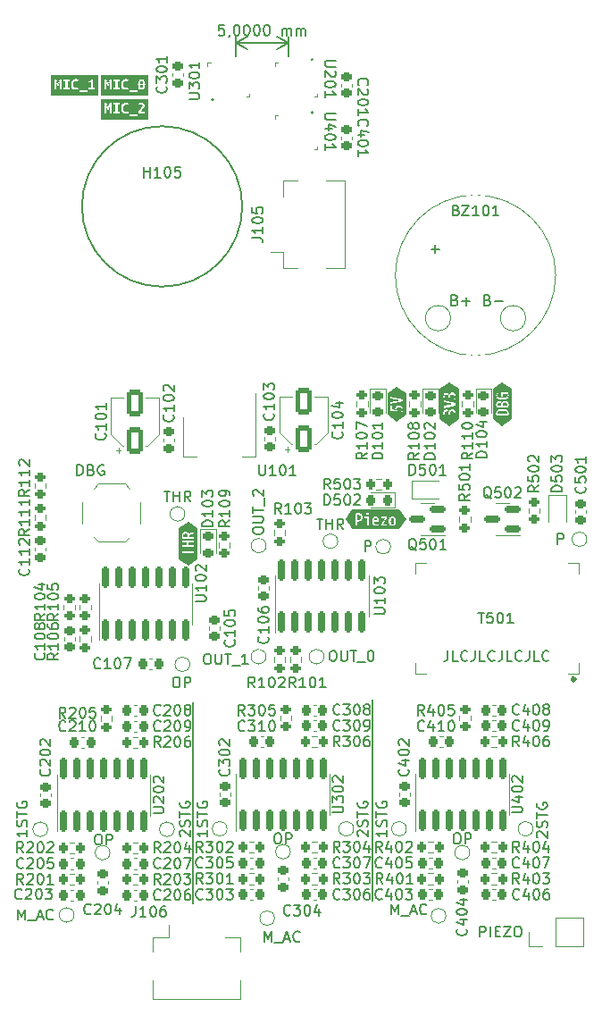
<source format=gbr>
%TF.GenerationSoftware,KiCad,Pcbnew,(6.0.8)*%
%TF.CreationDate,2022-11-07T12:30:50+02:00*%
%TF.ProjectId,inzynierka,696e7a79-6e69-4657-926b-612e6b696361,rev?*%
%TF.SameCoordinates,Original*%
%TF.FileFunction,Legend,Top*%
%TF.FilePolarity,Positive*%
%FSLAX46Y46*%
G04 Gerber Fmt 4.6, Leading zero omitted, Abs format (unit mm)*
G04 Created by KiCad (PCBNEW (6.0.8)) date 2022-11-07 12:30:50*
%MOMM*%
%LPD*%
G01*
G04 APERTURE LIST*
G04 Aperture macros list*
%AMRoundRect*
0 Rectangle with rounded corners*
0 $1 Rounding radius*
0 $2 $3 $4 $5 $6 $7 $8 $9 X,Y pos of 4 corners*
0 Add a 4 corners polygon primitive as box body*
4,1,4,$2,$3,$4,$5,$6,$7,$8,$9,$2,$3,0*
0 Add four circle primitives for the rounded corners*
1,1,$1+$1,$2,$3*
1,1,$1+$1,$4,$5*
1,1,$1+$1,$6,$7*
1,1,$1+$1,$8,$9*
0 Add four rect primitives between the rounded corners*
20,1,$1+$1,$2,$3,$4,$5,0*
20,1,$1+$1,$4,$5,$6,$7,0*
20,1,$1+$1,$6,$7,$8,$9,0*
20,1,$1+$1,$8,$9,$2,$3,0*%
G04 Aperture macros list end*
%ADD10C,0.150000*%
%ADD11C,0.120000*%
%ADD12C,0.160000*%
%ADD13C,0.310000*%
%ADD14R,1.700000X1.000000*%
%ADD15RoundRect,0.225000X0.225000X0.250000X-0.225000X0.250000X-0.225000X-0.250000X0.225000X-0.250000X0*%
%ADD16RoundRect,0.200000X-0.275000X0.200000X-0.275000X-0.200000X0.275000X-0.200000X0.275000X0.200000X0*%
%ADD17C,3.200000*%
%ADD18RoundRect,0.200000X-0.200000X-0.275000X0.200000X-0.275000X0.200000X0.275000X-0.200000X0.275000X0*%
%ADD19RoundRect,0.150000X0.587500X0.150000X-0.587500X0.150000X-0.587500X-0.150000X0.587500X-0.150000X0*%
%ADD20RoundRect,0.218750X-0.256250X0.218750X-0.256250X-0.218750X0.256250X-0.218750X0.256250X0.218750X0*%
%ADD21RoundRect,0.225000X-0.225000X-0.250000X0.225000X-0.250000X0.225000X0.250000X-0.225000X0.250000X0*%
%ADD22RoundRect,0.250000X0.550000X-1.050000X0.550000X1.050000X-0.550000X1.050000X-0.550000X-1.050000X0*%
%ADD23RoundRect,0.225000X0.250000X-0.225000X0.250000X0.225000X-0.250000X0.225000X-0.250000X-0.225000X0*%
%ADD24R,1.700000X1.700000*%
%ADD25O,1.700000X1.700000*%
%ADD26R,1.500000X2.000000*%
%ADD27R,3.800000X2.000000*%
%ADD28RoundRect,0.200000X0.275000X-0.200000X0.275000X0.200000X-0.275000X0.200000X-0.275000X-0.200000X0*%
%ADD29RoundRect,0.225000X-0.250000X0.225000X-0.250000X-0.225000X0.250000X-0.225000X0.250000X0.225000X0*%
%ADD30C,0.610000*%
%ADD31C,0.723000*%
%ADD32C,0.562000*%
%ADD33C,0.612000*%
%ADD34C,1.224000*%
%ADD35C,2.000000*%
%ADD36C,0.500000*%
%ADD37RoundRect,0.200000X0.200000X0.275000X-0.200000X0.275000X-0.200000X-0.275000X0.200000X-0.275000X0*%
%ADD38C,1.000000*%
%ADD39RoundRect,0.218750X0.218750X0.256250X-0.218750X0.256250X-0.218750X-0.256250X0.218750X-0.256250X0*%
%ADD40RoundRect,0.150000X0.150000X-0.825000X0.150000X0.825000X-0.150000X0.825000X-0.150000X-0.825000X0*%
%ADD41C,2.200000*%
%ADD42R,2.000000X2.000000*%
%ADD43R,0.600000X0.450000*%
%ADD44R,0.300000X1.300000*%
%ADD45R,1.800000X2.200000*%
%ADD46R,0.450000X0.600000*%
%ADD47O,2.500000X1.524000*%
%ADD48R,1.300000X0.300000*%
%ADD49R,2.200000X1.800000*%
G04 APERTURE END LIST*
D10*
X112750000Y-110752000D02*
X112750000Y-129752000D01*
X100392000Y-63980106D02*
G75*
G03*
X100392000Y-63980106I-7600000J0D01*
G01*
X95750000Y-130002000D02*
X95750000Y-111002000D01*
X119880952Y-106054380D02*
X119880952Y-106768666D01*
X119833333Y-106911523D01*
X119738095Y-107006761D01*
X119595238Y-107054380D01*
X119500000Y-107054380D01*
X120833333Y-107054380D02*
X120357142Y-107054380D01*
X120357142Y-106054380D01*
X121738095Y-106959142D02*
X121690476Y-107006761D01*
X121547619Y-107054380D01*
X121452380Y-107054380D01*
X121309523Y-107006761D01*
X121214285Y-106911523D01*
X121166666Y-106816285D01*
X121119047Y-106625809D01*
X121119047Y-106482952D01*
X121166666Y-106292476D01*
X121214285Y-106197238D01*
X121309523Y-106102000D01*
X121452380Y-106054380D01*
X121547619Y-106054380D01*
X121690476Y-106102000D01*
X121738095Y-106149619D01*
X122452380Y-106054380D02*
X122452380Y-106768666D01*
X122404761Y-106911523D01*
X122309523Y-107006761D01*
X122166666Y-107054380D01*
X122071428Y-107054380D01*
X123404761Y-107054380D02*
X122928571Y-107054380D01*
X122928571Y-106054380D01*
X124309523Y-106959142D02*
X124261904Y-107006761D01*
X124119047Y-107054380D01*
X124023809Y-107054380D01*
X123880952Y-107006761D01*
X123785714Y-106911523D01*
X123738095Y-106816285D01*
X123690476Y-106625809D01*
X123690476Y-106482952D01*
X123738095Y-106292476D01*
X123785714Y-106197238D01*
X123880952Y-106102000D01*
X124023809Y-106054380D01*
X124119047Y-106054380D01*
X124261904Y-106102000D01*
X124309523Y-106149619D01*
X125023809Y-106054380D02*
X125023809Y-106768666D01*
X124976190Y-106911523D01*
X124880952Y-107006761D01*
X124738095Y-107054380D01*
X124642857Y-107054380D01*
X125976190Y-107054380D02*
X125500000Y-107054380D01*
X125500000Y-106054380D01*
X126880952Y-106959142D02*
X126833333Y-107006761D01*
X126690476Y-107054380D01*
X126595238Y-107054380D01*
X126452380Y-107006761D01*
X126357142Y-106911523D01*
X126309523Y-106816285D01*
X126261904Y-106625809D01*
X126261904Y-106482952D01*
X126309523Y-106292476D01*
X126357142Y-106197238D01*
X126452380Y-106102000D01*
X126595238Y-106054380D01*
X126690476Y-106054380D01*
X126833333Y-106102000D01*
X126880952Y-106149619D01*
X127595238Y-106054380D02*
X127595238Y-106768666D01*
X127547619Y-106911523D01*
X127452380Y-107006761D01*
X127309523Y-107054380D01*
X127214285Y-107054380D01*
X128547619Y-107054380D02*
X128071428Y-107054380D01*
X128071428Y-106054380D01*
X129452380Y-106959142D02*
X129404761Y-107006761D01*
X129261904Y-107054380D01*
X129166666Y-107054380D01*
X129023809Y-107006761D01*
X128928571Y-106911523D01*
X128880952Y-106816285D01*
X128833333Y-106625809D01*
X128833333Y-106482952D01*
X128880952Y-106292476D01*
X128928571Y-106197238D01*
X129023809Y-106102000D01*
X129166666Y-106054380D01*
X129261904Y-106054380D01*
X129404761Y-106102000D01*
X129452380Y-106149619D01*
X98672952Y-46782486D02*
X98196761Y-46782486D01*
X98149142Y-47258677D01*
X98196761Y-47211058D01*
X98292000Y-47163439D01*
X98530095Y-47163439D01*
X98625333Y-47211058D01*
X98672952Y-47258677D01*
X98720571Y-47353915D01*
X98720571Y-47592010D01*
X98672952Y-47687248D01*
X98625333Y-47734867D01*
X98530095Y-47782486D01*
X98292000Y-47782486D01*
X98196761Y-47734867D01*
X98149142Y-47687248D01*
X99196761Y-47734867D02*
X99196761Y-47782486D01*
X99149142Y-47877725D01*
X99101523Y-47925344D01*
X99815809Y-46782486D02*
X99911047Y-46782486D01*
X100006285Y-46830106D01*
X100053904Y-46877725D01*
X100101523Y-46972963D01*
X100149142Y-47163439D01*
X100149142Y-47401534D01*
X100101523Y-47592010D01*
X100053904Y-47687248D01*
X100006285Y-47734867D01*
X99911047Y-47782486D01*
X99815809Y-47782486D01*
X99720571Y-47734867D01*
X99672952Y-47687248D01*
X99625333Y-47592010D01*
X99577714Y-47401534D01*
X99577714Y-47163439D01*
X99625333Y-46972963D01*
X99672952Y-46877725D01*
X99720571Y-46830106D01*
X99815809Y-46782486D01*
X100768190Y-46782486D02*
X100863428Y-46782486D01*
X100958666Y-46830106D01*
X101006285Y-46877725D01*
X101053904Y-46972963D01*
X101101523Y-47163439D01*
X101101523Y-47401534D01*
X101053904Y-47592010D01*
X101006285Y-47687248D01*
X100958666Y-47734867D01*
X100863428Y-47782486D01*
X100768190Y-47782486D01*
X100672952Y-47734867D01*
X100625333Y-47687248D01*
X100577714Y-47592010D01*
X100530095Y-47401534D01*
X100530095Y-47163439D01*
X100577714Y-46972963D01*
X100625333Y-46877725D01*
X100672952Y-46830106D01*
X100768190Y-46782486D01*
X101720571Y-46782486D02*
X101815809Y-46782486D01*
X101911047Y-46830106D01*
X101958666Y-46877725D01*
X102006285Y-46972963D01*
X102053904Y-47163439D01*
X102053904Y-47401534D01*
X102006285Y-47592010D01*
X101958666Y-47687248D01*
X101911047Y-47734867D01*
X101815809Y-47782486D01*
X101720571Y-47782486D01*
X101625333Y-47734867D01*
X101577714Y-47687248D01*
X101530095Y-47592010D01*
X101482476Y-47401534D01*
X101482476Y-47163439D01*
X101530095Y-46972963D01*
X101577714Y-46877725D01*
X101625333Y-46830106D01*
X101720571Y-46782486D01*
X102672952Y-46782486D02*
X102768190Y-46782486D01*
X102863428Y-46830106D01*
X102911047Y-46877725D01*
X102958666Y-46972963D01*
X103006285Y-47163439D01*
X103006285Y-47401534D01*
X102958666Y-47592010D01*
X102911047Y-47687248D01*
X102863428Y-47734867D01*
X102768190Y-47782486D01*
X102672952Y-47782486D01*
X102577714Y-47734867D01*
X102530095Y-47687248D01*
X102482476Y-47592010D01*
X102434857Y-47401534D01*
X102434857Y-47163439D01*
X102482476Y-46972963D01*
X102530095Y-46877725D01*
X102577714Y-46830106D01*
X102672952Y-46782486D01*
X104196761Y-47782486D02*
X104196761Y-47115820D01*
X104196761Y-47211058D02*
X104244380Y-47163439D01*
X104339619Y-47115820D01*
X104482476Y-47115820D01*
X104577714Y-47163439D01*
X104625333Y-47258677D01*
X104625333Y-47782486D01*
X104625333Y-47258677D02*
X104672952Y-47163439D01*
X104768190Y-47115820D01*
X104911047Y-47115820D01*
X105006285Y-47163439D01*
X105053904Y-47258677D01*
X105053904Y-47782486D01*
X105530095Y-47782486D02*
X105530095Y-47115820D01*
X105530095Y-47211058D02*
X105577714Y-47163439D01*
X105672952Y-47115820D01*
X105815809Y-47115820D01*
X105911047Y-47163439D01*
X105958666Y-47258677D01*
X105958666Y-47782486D01*
X105958666Y-47258677D02*
X106006285Y-47163439D01*
X106101523Y-47115820D01*
X106244380Y-47115820D01*
X106339619Y-47163439D01*
X106387238Y-47258677D01*
X106387238Y-47782486D01*
X99792000Y-49730106D02*
X99792000Y-47893686D01*
X104792000Y-49730106D02*
X104792000Y-47893686D01*
X99792000Y-48480106D02*
X104792000Y-48480106D01*
X99792000Y-48480106D02*
X104792000Y-48480106D01*
X99792000Y-48480106D02*
X100918504Y-49066527D01*
X99792000Y-48480106D02*
X100918504Y-47893685D01*
X104792000Y-48480106D02*
X103665496Y-47893685D01*
X104792000Y-48480106D02*
X103665496Y-49066527D01*
%TO.C,SW101*%
X84738095Y-89454380D02*
X84738095Y-88454380D01*
X84976190Y-88454380D01*
X85119047Y-88502000D01*
X85214285Y-88597238D01*
X85261904Y-88692476D01*
X85309523Y-88882952D01*
X85309523Y-89025809D01*
X85261904Y-89216285D01*
X85214285Y-89311523D01*
X85119047Y-89406761D01*
X84976190Y-89454380D01*
X84738095Y-89454380D01*
X86071428Y-88930571D02*
X86214285Y-88978190D01*
X86261904Y-89025809D01*
X86309523Y-89121047D01*
X86309523Y-89263904D01*
X86261904Y-89359142D01*
X86214285Y-89406761D01*
X86119047Y-89454380D01*
X85738095Y-89454380D01*
X85738095Y-88454380D01*
X86071428Y-88454380D01*
X86166666Y-88502000D01*
X86214285Y-88549619D01*
X86261904Y-88644857D01*
X86261904Y-88740095D01*
X86214285Y-88835333D01*
X86166666Y-88882952D01*
X86071428Y-88930571D01*
X85738095Y-88930571D01*
X87261904Y-88502000D02*
X87166666Y-88454380D01*
X87023809Y-88454380D01*
X86880952Y-88502000D01*
X86785714Y-88597238D01*
X86738095Y-88692476D01*
X86690476Y-88882952D01*
X86690476Y-89025809D01*
X86738095Y-89216285D01*
X86785714Y-89311523D01*
X86880952Y-89406761D01*
X87023809Y-89454380D01*
X87119047Y-89454380D01*
X87261904Y-89406761D01*
X87309523Y-89359142D01*
X87309523Y-89025809D01*
X87119047Y-89025809D01*
%TO.C,C310*%
X100630952Y-113607142D02*
X100583333Y-113654761D01*
X100440476Y-113702380D01*
X100345238Y-113702380D01*
X100202380Y-113654761D01*
X100107142Y-113559523D01*
X100059523Y-113464285D01*
X100011904Y-113273809D01*
X100011904Y-113130952D01*
X100059523Y-112940476D01*
X100107142Y-112845238D01*
X100202380Y-112750000D01*
X100345238Y-112702380D01*
X100440476Y-112702380D01*
X100583333Y-112750000D01*
X100630952Y-112797619D01*
X100964285Y-112702380D02*
X101583333Y-112702380D01*
X101250000Y-113083333D01*
X101392857Y-113083333D01*
X101488095Y-113130952D01*
X101535714Y-113178571D01*
X101583333Y-113273809D01*
X101583333Y-113511904D01*
X101535714Y-113607142D01*
X101488095Y-113654761D01*
X101392857Y-113702380D01*
X101107142Y-113702380D01*
X101011904Y-113654761D01*
X100964285Y-113607142D01*
X102535714Y-113702380D02*
X101964285Y-113702380D01*
X102250000Y-113702380D02*
X102250000Y-112702380D01*
X102154761Y-112845238D01*
X102059523Y-112940476D01*
X101964285Y-112988095D01*
X103154761Y-112702380D02*
X103250000Y-112702380D01*
X103345238Y-112750000D01*
X103392857Y-112797619D01*
X103440476Y-112892857D01*
X103488095Y-113083333D01*
X103488095Y-113321428D01*
X103440476Y-113511904D01*
X103392857Y-113607142D01*
X103345238Y-113654761D01*
X103250000Y-113702380D01*
X103154761Y-113702380D01*
X103059523Y-113654761D01*
X103011904Y-113607142D01*
X102964285Y-113511904D01*
X102916666Y-113321428D01*
X102916666Y-113083333D01*
X102964285Y-112892857D01*
X103011904Y-112797619D01*
X103059523Y-112750000D01*
X103154761Y-112702380D01*
%TO.C,C203*%
X79480952Y-129533142D02*
X79433333Y-129580761D01*
X79290476Y-129628380D01*
X79195238Y-129628380D01*
X79052380Y-129580761D01*
X78957142Y-129485523D01*
X78909523Y-129390285D01*
X78861904Y-129199809D01*
X78861904Y-129056952D01*
X78909523Y-128866476D01*
X78957142Y-128771238D01*
X79052380Y-128676000D01*
X79195238Y-128628380D01*
X79290476Y-128628380D01*
X79433333Y-128676000D01*
X79480952Y-128723619D01*
X79861904Y-128723619D02*
X79909523Y-128676000D01*
X80004761Y-128628380D01*
X80242857Y-128628380D01*
X80338095Y-128676000D01*
X80385714Y-128723619D01*
X80433333Y-128818857D01*
X80433333Y-128914095D01*
X80385714Y-129056952D01*
X79814285Y-129628380D01*
X80433333Y-129628380D01*
X81052380Y-128628380D02*
X81147619Y-128628380D01*
X81242857Y-128676000D01*
X81290476Y-128723619D01*
X81338095Y-128818857D01*
X81385714Y-129009333D01*
X81385714Y-129247428D01*
X81338095Y-129437904D01*
X81290476Y-129533142D01*
X81242857Y-129580761D01*
X81147619Y-129628380D01*
X81052380Y-129628380D01*
X80957142Y-129580761D01*
X80909523Y-129533142D01*
X80861904Y-129437904D01*
X80814285Y-129247428D01*
X80814285Y-129009333D01*
X80861904Y-128818857D01*
X80909523Y-128723619D01*
X80957142Y-128676000D01*
X81052380Y-128628380D01*
X81719047Y-128628380D02*
X82338095Y-128628380D01*
X82004761Y-129009333D01*
X82147619Y-129009333D01*
X82242857Y-129056952D01*
X82290476Y-129104571D01*
X82338095Y-129199809D01*
X82338095Y-129437904D01*
X82290476Y-129533142D01*
X82242857Y-129580761D01*
X82147619Y-129628380D01*
X81861904Y-129628380D01*
X81766666Y-129580761D01*
X81719047Y-129533142D01*
%TO.C,R501*%
X121946380Y-91235047D02*
X121470190Y-91568380D01*
X121946380Y-91806476D02*
X120946380Y-91806476D01*
X120946380Y-91425523D01*
X120994000Y-91330285D01*
X121041619Y-91282666D01*
X121136857Y-91235047D01*
X121279714Y-91235047D01*
X121374952Y-91282666D01*
X121422571Y-91330285D01*
X121470190Y-91425523D01*
X121470190Y-91806476D01*
X120946380Y-90330285D02*
X120946380Y-90806476D01*
X121422571Y-90854095D01*
X121374952Y-90806476D01*
X121327333Y-90711238D01*
X121327333Y-90473142D01*
X121374952Y-90377904D01*
X121422571Y-90330285D01*
X121517809Y-90282666D01*
X121755904Y-90282666D01*
X121851142Y-90330285D01*
X121898761Y-90377904D01*
X121946380Y-90473142D01*
X121946380Y-90711238D01*
X121898761Y-90806476D01*
X121851142Y-90854095D01*
X120946380Y-89663619D02*
X120946380Y-89568380D01*
X120994000Y-89473142D01*
X121041619Y-89425523D01*
X121136857Y-89377904D01*
X121327333Y-89330285D01*
X121565428Y-89330285D01*
X121755904Y-89377904D01*
X121851142Y-89425523D01*
X121898761Y-89473142D01*
X121946380Y-89568380D01*
X121946380Y-89663619D01*
X121898761Y-89758857D01*
X121851142Y-89806476D01*
X121755904Y-89854095D01*
X121565428Y-89901714D01*
X121327333Y-89901714D01*
X121136857Y-89854095D01*
X121041619Y-89806476D01*
X120994000Y-89758857D01*
X120946380Y-89663619D01*
X121946380Y-88377904D02*
X121946380Y-88949333D01*
X121946380Y-88663619D02*
X120946380Y-88663619D01*
X121089238Y-88758857D01*
X121184476Y-88854095D01*
X121232095Y-88949333D01*
%TO.C,R306*%
X109630952Y-115152380D02*
X109297619Y-114676190D01*
X109059523Y-115152380D02*
X109059523Y-114152380D01*
X109440476Y-114152380D01*
X109535714Y-114200000D01*
X109583333Y-114247619D01*
X109630952Y-114342857D01*
X109630952Y-114485714D01*
X109583333Y-114580952D01*
X109535714Y-114628571D01*
X109440476Y-114676190D01*
X109059523Y-114676190D01*
X109964285Y-114152380D02*
X110583333Y-114152380D01*
X110250000Y-114533333D01*
X110392857Y-114533333D01*
X110488095Y-114580952D01*
X110535714Y-114628571D01*
X110583333Y-114723809D01*
X110583333Y-114961904D01*
X110535714Y-115057142D01*
X110488095Y-115104761D01*
X110392857Y-115152380D01*
X110107142Y-115152380D01*
X110011904Y-115104761D01*
X109964285Y-115057142D01*
X111202380Y-114152380D02*
X111297619Y-114152380D01*
X111392857Y-114200000D01*
X111440476Y-114247619D01*
X111488095Y-114342857D01*
X111535714Y-114533333D01*
X111535714Y-114771428D01*
X111488095Y-114961904D01*
X111440476Y-115057142D01*
X111392857Y-115104761D01*
X111297619Y-115152380D01*
X111202380Y-115152380D01*
X111107142Y-115104761D01*
X111059523Y-115057142D01*
X111011904Y-114961904D01*
X110964285Y-114771428D01*
X110964285Y-114533333D01*
X111011904Y-114342857D01*
X111059523Y-114247619D01*
X111107142Y-114200000D01*
X111202380Y-114152380D01*
X112392857Y-114152380D02*
X112202380Y-114152380D01*
X112107142Y-114200000D01*
X112059523Y-114247619D01*
X111964285Y-114390476D01*
X111916666Y-114580952D01*
X111916666Y-114961904D01*
X111964285Y-115057142D01*
X112011904Y-115104761D01*
X112107142Y-115152380D01*
X112297619Y-115152380D01*
X112392857Y-115104761D01*
X112440476Y-115057142D01*
X112488095Y-114961904D01*
X112488095Y-114723809D01*
X112440476Y-114628571D01*
X112392857Y-114580952D01*
X112297619Y-114533333D01*
X112107142Y-114533333D01*
X112011904Y-114580952D01*
X111964285Y-114628571D01*
X111916666Y-114723809D01*
%TO.C,Q501*%
X116890380Y-96563619D02*
X116795142Y-96516000D01*
X116699904Y-96420761D01*
X116557047Y-96277904D01*
X116461809Y-96230285D01*
X116366571Y-96230285D01*
X116414190Y-96468380D02*
X116318952Y-96420761D01*
X116223714Y-96325523D01*
X116176095Y-96135047D01*
X116176095Y-95801714D01*
X116223714Y-95611238D01*
X116318952Y-95516000D01*
X116414190Y-95468380D01*
X116604666Y-95468380D01*
X116699904Y-95516000D01*
X116795142Y-95611238D01*
X116842761Y-95801714D01*
X116842761Y-96135047D01*
X116795142Y-96325523D01*
X116699904Y-96420761D01*
X116604666Y-96468380D01*
X116414190Y-96468380D01*
X117747523Y-95468380D02*
X117271333Y-95468380D01*
X117223714Y-95944571D01*
X117271333Y-95896952D01*
X117366571Y-95849333D01*
X117604666Y-95849333D01*
X117699904Y-95896952D01*
X117747523Y-95944571D01*
X117795142Y-96039809D01*
X117795142Y-96277904D01*
X117747523Y-96373142D01*
X117699904Y-96420761D01*
X117604666Y-96468380D01*
X117366571Y-96468380D01*
X117271333Y-96420761D01*
X117223714Y-96373142D01*
X118414190Y-95468380D02*
X118509428Y-95468380D01*
X118604666Y-95516000D01*
X118652285Y-95563619D01*
X118699904Y-95658857D01*
X118747523Y-95849333D01*
X118747523Y-96087428D01*
X118699904Y-96277904D01*
X118652285Y-96373142D01*
X118604666Y-96420761D01*
X118509428Y-96468380D01*
X118414190Y-96468380D01*
X118318952Y-96420761D01*
X118271333Y-96373142D01*
X118223714Y-96277904D01*
X118176095Y-96087428D01*
X118176095Y-95849333D01*
X118223714Y-95658857D01*
X118271333Y-95563619D01*
X118318952Y-95516000D01*
X118414190Y-95468380D01*
X119699904Y-96468380D02*
X119128476Y-96468380D01*
X119414190Y-96468380D02*
X119414190Y-95468380D01*
X119318952Y-95611238D01*
X119223714Y-95706476D01*
X119128476Y-95754095D01*
%TO.C,R503*%
X108733285Y-90768486D02*
X108399952Y-90292296D01*
X108161856Y-90768486D02*
X108161856Y-89768486D01*
X108542809Y-89768486D01*
X108638047Y-89816106D01*
X108685666Y-89863725D01*
X108733285Y-89958963D01*
X108733285Y-90101820D01*
X108685666Y-90197058D01*
X108638047Y-90244677D01*
X108542809Y-90292296D01*
X108161856Y-90292296D01*
X109638047Y-89768486D02*
X109161856Y-89768486D01*
X109114237Y-90244677D01*
X109161856Y-90197058D01*
X109257094Y-90149439D01*
X109495190Y-90149439D01*
X109590428Y-90197058D01*
X109638047Y-90244677D01*
X109685666Y-90339915D01*
X109685666Y-90578010D01*
X109638047Y-90673248D01*
X109590428Y-90720867D01*
X109495190Y-90768486D01*
X109257094Y-90768486D01*
X109161856Y-90720867D01*
X109114237Y-90673248D01*
X110304713Y-89768486D02*
X110399952Y-89768486D01*
X110495190Y-89816106D01*
X110542809Y-89863725D01*
X110590428Y-89958963D01*
X110638047Y-90149439D01*
X110638047Y-90387534D01*
X110590428Y-90578010D01*
X110542809Y-90673248D01*
X110495190Y-90720867D01*
X110399952Y-90768486D01*
X110304713Y-90768486D01*
X110209475Y-90720867D01*
X110161856Y-90673248D01*
X110114237Y-90578010D01*
X110066618Y-90387534D01*
X110066618Y-90149439D01*
X110114237Y-89958963D01*
X110161856Y-89863725D01*
X110209475Y-89816106D01*
X110304713Y-89768486D01*
X110971380Y-89768486D02*
X111590428Y-89768486D01*
X111257094Y-90149439D01*
X111399952Y-90149439D01*
X111495190Y-90197058D01*
X111542809Y-90244677D01*
X111590428Y-90339915D01*
X111590428Y-90578010D01*
X111542809Y-90673248D01*
X111495190Y-90720867D01*
X111399952Y-90768486D01*
X111114237Y-90768486D01*
X111018999Y-90720867D01*
X110971380Y-90673248D01*
%TO.C,D102*%
X118642713Y-87904476D02*
X117642713Y-87904476D01*
X117642713Y-87666380D01*
X117690333Y-87523523D01*
X117785571Y-87428285D01*
X117880809Y-87380666D01*
X118071285Y-87333047D01*
X118214142Y-87333047D01*
X118404618Y-87380666D01*
X118499856Y-87428285D01*
X118595094Y-87523523D01*
X118642713Y-87666380D01*
X118642713Y-87904476D01*
X118642713Y-86380666D02*
X118642713Y-86952095D01*
X118642713Y-86666380D02*
X117642713Y-86666380D01*
X117785571Y-86761619D01*
X117880809Y-86856857D01*
X117928428Y-86952095D01*
X117642713Y-85761619D02*
X117642713Y-85666380D01*
X117690333Y-85571142D01*
X117737952Y-85523523D01*
X117833190Y-85475904D01*
X118023666Y-85428285D01*
X118261761Y-85428285D01*
X118452237Y-85475904D01*
X118547475Y-85523523D01*
X118595094Y-85571142D01*
X118642713Y-85666380D01*
X118642713Y-85761619D01*
X118595094Y-85856857D01*
X118547475Y-85904476D01*
X118452237Y-85952095D01*
X118261761Y-85999714D01*
X118023666Y-85999714D01*
X117833190Y-85952095D01*
X117737952Y-85904476D01*
X117690333Y-85856857D01*
X117642713Y-85761619D01*
X117737952Y-85047333D02*
X117690333Y-84999714D01*
X117642713Y-84904476D01*
X117642713Y-84666380D01*
X117690333Y-84571142D01*
X117737952Y-84523523D01*
X117833190Y-84475904D01*
X117928428Y-84475904D01*
X118071285Y-84523523D01*
X118642713Y-85094952D01*
X118642713Y-84475904D01*
%TO.C,C409*%
X126630952Y-113557142D02*
X126583333Y-113604761D01*
X126440476Y-113652380D01*
X126345238Y-113652380D01*
X126202380Y-113604761D01*
X126107142Y-113509523D01*
X126059523Y-113414285D01*
X126011904Y-113223809D01*
X126011904Y-113080952D01*
X126059523Y-112890476D01*
X126107142Y-112795238D01*
X126202380Y-112700000D01*
X126345238Y-112652380D01*
X126440476Y-112652380D01*
X126583333Y-112700000D01*
X126630952Y-112747619D01*
X127488095Y-112985714D02*
X127488095Y-113652380D01*
X127250000Y-112604761D02*
X127011904Y-113319047D01*
X127630952Y-113319047D01*
X128202380Y-112652380D02*
X128297619Y-112652380D01*
X128392857Y-112700000D01*
X128440476Y-112747619D01*
X128488095Y-112842857D01*
X128535714Y-113033333D01*
X128535714Y-113271428D01*
X128488095Y-113461904D01*
X128440476Y-113557142D01*
X128392857Y-113604761D01*
X128297619Y-113652380D01*
X128202380Y-113652380D01*
X128107142Y-113604761D01*
X128059523Y-113557142D01*
X128011904Y-113461904D01*
X127964285Y-113271428D01*
X127964285Y-113033333D01*
X128011904Y-112842857D01*
X128059523Y-112747619D01*
X128107142Y-112700000D01*
X128202380Y-112652380D01*
X129011904Y-113652380D02*
X129202380Y-113652380D01*
X129297619Y-113604761D01*
X129345238Y-113557142D01*
X129440476Y-113414285D01*
X129488095Y-113223809D01*
X129488095Y-112842857D01*
X129440476Y-112747619D01*
X129392857Y-112700000D01*
X129297619Y-112652380D01*
X129107142Y-112652380D01*
X129011904Y-112700000D01*
X128964285Y-112747619D01*
X128916666Y-112842857D01*
X128916666Y-113080952D01*
X128964285Y-113176190D01*
X129011904Y-113223809D01*
X129107142Y-113271428D01*
X129297619Y-113271428D01*
X129392857Y-113223809D01*
X129440476Y-113176190D01*
X129488095Y-113080952D01*
%TO.C,C104*%
X109816642Y-85352047D02*
X109864261Y-85399666D01*
X109911880Y-85542523D01*
X109911880Y-85637761D01*
X109864261Y-85780619D01*
X109769023Y-85875857D01*
X109673785Y-85923476D01*
X109483309Y-85971095D01*
X109340452Y-85971095D01*
X109149976Y-85923476D01*
X109054738Y-85875857D01*
X108959500Y-85780619D01*
X108911880Y-85637761D01*
X108911880Y-85542523D01*
X108959500Y-85399666D01*
X109007119Y-85352047D01*
X109911880Y-84399666D02*
X109911880Y-84971095D01*
X109911880Y-84685380D02*
X108911880Y-84685380D01*
X109054738Y-84780619D01*
X109149976Y-84875857D01*
X109197595Y-84971095D01*
X108911880Y-83780619D02*
X108911880Y-83685380D01*
X108959500Y-83590142D01*
X109007119Y-83542523D01*
X109102357Y-83494904D01*
X109292833Y-83447285D01*
X109530928Y-83447285D01*
X109721404Y-83494904D01*
X109816642Y-83542523D01*
X109864261Y-83590142D01*
X109911880Y-83685380D01*
X109911880Y-83780619D01*
X109864261Y-83875857D01*
X109816642Y-83923476D01*
X109721404Y-83971095D01*
X109530928Y-84018714D01*
X109292833Y-84018714D01*
X109102357Y-83971095D01*
X109007119Y-83923476D01*
X108959500Y-83875857D01*
X108911880Y-83780619D01*
X109245214Y-82590142D02*
X109911880Y-82590142D01*
X108864261Y-82828238D02*
X109578547Y-83066333D01*
X109578547Y-82447285D01*
%TO.C,R205*%
X83630952Y-112452380D02*
X83297619Y-111976190D01*
X83059523Y-112452380D02*
X83059523Y-111452380D01*
X83440476Y-111452380D01*
X83535714Y-111500000D01*
X83583333Y-111547619D01*
X83630952Y-111642857D01*
X83630952Y-111785714D01*
X83583333Y-111880952D01*
X83535714Y-111928571D01*
X83440476Y-111976190D01*
X83059523Y-111976190D01*
X84011904Y-111547619D02*
X84059523Y-111500000D01*
X84154761Y-111452380D01*
X84392857Y-111452380D01*
X84488095Y-111500000D01*
X84535714Y-111547619D01*
X84583333Y-111642857D01*
X84583333Y-111738095D01*
X84535714Y-111880952D01*
X83964285Y-112452380D01*
X84583333Y-112452380D01*
X85202380Y-111452380D02*
X85297619Y-111452380D01*
X85392857Y-111500000D01*
X85440476Y-111547619D01*
X85488095Y-111642857D01*
X85535714Y-111833333D01*
X85535714Y-112071428D01*
X85488095Y-112261904D01*
X85440476Y-112357142D01*
X85392857Y-112404761D01*
X85297619Y-112452380D01*
X85202380Y-112452380D01*
X85107142Y-112404761D01*
X85059523Y-112357142D01*
X85011904Y-112261904D01*
X84964285Y-112071428D01*
X84964285Y-111833333D01*
X85011904Y-111642857D01*
X85059523Y-111547619D01*
X85107142Y-111500000D01*
X85202380Y-111452380D01*
X86440476Y-111452380D02*
X85964285Y-111452380D01*
X85916666Y-111928571D01*
X85964285Y-111880952D01*
X86059523Y-111833333D01*
X86297619Y-111833333D01*
X86392857Y-111880952D01*
X86440476Y-111928571D01*
X86488095Y-112023809D01*
X86488095Y-112261904D01*
X86440476Y-112357142D01*
X86392857Y-112404761D01*
X86297619Y-112452380D01*
X86059523Y-112452380D01*
X85964285Y-112404761D01*
X85916666Y-112357142D01*
%TO.C,C402*%
X116107142Y-117319047D02*
X116154761Y-117366666D01*
X116202380Y-117509523D01*
X116202380Y-117604761D01*
X116154761Y-117747619D01*
X116059523Y-117842857D01*
X115964285Y-117890476D01*
X115773809Y-117938095D01*
X115630952Y-117938095D01*
X115440476Y-117890476D01*
X115345238Y-117842857D01*
X115250000Y-117747619D01*
X115202380Y-117604761D01*
X115202380Y-117509523D01*
X115250000Y-117366666D01*
X115297619Y-117319047D01*
X115535714Y-116461904D02*
X116202380Y-116461904D01*
X115154761Y-116700000D02*
X115869047Y-116938095D01*
X115869047Y-116319047D01*
X115202380Y-115747619D02*
X115202380Y-115652380D01*
X115250000Y-115557142D01*
X115297619Y-115509523D01*
X115392857Y-115461904D01*
X115583333Y-115414285D01*
X115821428Y-115414285D01*
X116011904Y-115461904D01*
X116107142Y-115509523D01*
X116154761Y-115557142D01*
X116202380Y-115652380D01*
X116202380Y-115747619D01*
X116154761Y-115842857D01*
X116107142Y-115890476D01*
X116011904Y-115938095D01*
X115821428Y-115985714D01*
X115583333Y-115985714D01*
X115392857Y-115938095D01*
X115297619Y-115890476D01*
X115250000Y-115842857D01*
X115202380Y-115747619D01*
X115297619Y-115033333D02*
X115250000Y-114985714D01*
X115202380Y-114890476D01*
X115202380Y-114652380D01*
X115250000Y-114557142D01*
X115297619Y-114509523D01*
X115392857Y-114461904D01*
X115488095Y-114461904D01*
X115630952Y-114509523D01*
X116202380Y-115080952D01*
X116202380Y-114461904D01*
%TO.C,J104*%
X122899952Y-133184380D02*
X122899952Y-132184380D01*
X123280904Y-132184380D01*
X123376142Y-132232000D01*
X123423761Y-132279619D01*
X123471380Y-132374857D01*
X123471380Y-132517714D01*
X123423761Y-132612952D01*
X123376142Y-132660571D01*
X123280904Y-132708190D01*
X122899952Y-132708190D01*
X123899952Y-133184380D02*
X123899952Y-132184380D01*
X124376142Y-132660571D02*
X124709475Y-132660571D01*
X124852333Y-133184380D02*
X124376142Y-133184380D01*
X124376142Y-132184380D01*
X124852333Y-132184380D01*
X125185666Y-132184380D02*
X125852333Y-132184380D01*
X125185666Y-133184380D01*
X125852333Y-133184380D01*
X126423761Y-132184380D02*
X126614237Y-132184380D01*
X126709475Y-132232000D01*
X126804713Y-132327238D01*
X126852333Y-132517714D01*
X126852333Y-132851047D01*
X126804713Y-133041523D01*
X126709475Y-133136761D01*
X126614237Y-133184380D01*
X126423761Y-133184380D01*
X126328523Y-133136761D01*
X126233285Y-133041523D01*
X126185666Y-132851047D01*
X126185666Y-132517714D01*
X126233285Y-132327238D01*
X126328523Y-132232000D01*
X126423761Y-132184380D01*
%TO.C,C101*%
X87366642Y-85489547D02*
X87414261Y-85537166D01*
X87461880Y-85680023D01*
X87461880Y-85775261D01*
X87414261Y-85918119D01*
X87319023Y-86013357D01*
X87223785Y-86060976D01*
X87033309Y-86108595D01*
X86890452Y-86108595D01*
X86699976Y-86060976D01*
X86604738Y-86013357D01*
X86509500Y-85918119D01*
X86461880Y-85775261D01*
X86461880Y-85680023D01*
X86509500Y-85537166D01*
X86557119Y-85489547D01*
X87461880Y-84537166D02*
X87461880Y-85108595D01*
X87461880Y-84822880D02*
X86461880Y-84822880D01*
X86604738Y-84918119D01*
X86699976Y-85013357D01*
X86747595Y-85108595D01*
X86461880Y-83918119D02*
X86461880Y-83822880D01*
X86509500Y-83727642D01*
X86557119Y-83680023D01*
X86652357Y-83632404D01*
X86842833Y-83584785D01*
X87080928Y-83584785D01*
X87271404Y-83632404D01*
X87366642Y-83680023D01*
X87414261Y-83727642D01*
X87461880Y-83822880D01*
X87461880Y-83918119D01*
X87414261Y-84013357D01*
X87366642Y-84060976D01*
X87271404Y-84108595D01*
X87080928Y-84156214D01*
X86842833Y-84156214D01*
X86652357Y-84108595D01*
X86557119Y-84060976D01*
X86509500Y-84013357D01*
X86461880Y-83918119D01*
X87461880Y-82632404D02*
X87461880Y-83203833D01*
X87461880Y-82918119D02*
X86461880Y-82918119D01*
X86604738Y-83013357D01*
X86699976Y-83108595D01*
X86747595Y-83203833D01*
%TO.C,U101*%
X101995214Y-88460380D02*
X101995214Y-89269904D01*
X102042833Y-89365142D01*
X102090452Y-89412761D01*
X102185690Y-89460380D01*
X102376166Y-89460380D01*
X102471404Y-89412761D01*
X102519023Y-89365142D01*
X102566642Y-89269904D01*
X102566642Y-88460380D01*
X103566642Y-89460380D02*
X102995214Y-89460380D01*
X103280928Y-89460380D02*
X103280928Y-88460380D01*
X103185690Y-88603238D01*
X103090452Y-88698476D01*
X102995214Y-88746095D01*
X104185690Y-88460380D02*
X104280928Y-88460380D01*
X104376166Y-88508000D01*
X104423785Y-88555619D01*
X104471404Y-88650857D01*
X104519023Y-88841333D01*
X104519023Y-89079428D01*
X104471404Y-89269904D01*
X104423785Y-89365142D01*
X104376166Y-89412761D01*
X104280928Y-89460380D01*
X104185690Y-89460380D01*
X104090452Y-89412761D01*
X104042833Y-89365142D01*
X103995214Y-89269904D01*
X103947595Y-89079428D01*
X103947595Y-88841333D01*
X103995214Y-88650857D01*
X104042833Y-88555619D01*
X104090452Y-88508000D01*
X104185690Y-88460380D01*
X105471404Y-89460380D02*
X104899976Y-89460380D01*
X105185690Y-89460380D02*
X105185690Y-88460380D01*
X105090452Y-88603238D01*
X104995214Y-88698476D01*
X104899976Y-88746095D01*
%TO.C,C209*%
X92630952Y-113607142D02*
X92583333Y-113654761D01*
X92440476Y-113702380D01*
X92345238Y-113702380D01*
X92202380Y-113654761D01*
X92107142Y-113559523D01*
X92059523Y-113464285D01*
X92011904Y-113273809D01*
X92011904Y-113130952D01*
X92059523Y-112940476D01*
X92107142Y-112845238D01*
X92202380Y-112750000D01*
X92345238Y-112702380D01*
X92440476Y-112702380D01*
X92583333Y-112750000D01*
X92630952Y-112797619D01*
X93011904Y-112797619D02*
X93059523Y-112750000D01*
X93154761Y-112702380D01*
X93392857Y-112702380D01*
X93488095Y-112750000D01*
X93535714Y-112797619D01*
X93583333Y-112892857D01*
X93583333Y-112988095D01*
X93535714Y-113130952D01*
X92964285Y-113702380D01*
X93583333Y-113702380D01*
X94202380Y-112702380D02*
X94297619Y-112702380D01*
X94392857Y-112750000D01*
X94440476Y-112797619D01*
X94488095Y-112892857D01*
X94535714Y-113083333D01*
X94535714Y-113321428D01*
X94488095Y-113511904D01*
X94440476Y-113607142D01*
X94392857Y-113654761D01*
X94297619Y-113702380D01*
X94202380Y-113702380D01*
X94107142Y-113654761D01*
X94059523Y-113607142D01*
X94011904Y-113511904D01*
X93964285Y-113321428D01*
X93964285Y-113083333D01*
X94011904Y-112892857D01*
X94059523Y-112797619D01*
X94107142Y-112750000D01*
X94202380Y-112702380D01*
X95011904Y-113702380D02*
X95202380Y-113702380D01*
X95297619Y-113654761D01*
X95345238Y-113607142D01*
X95440476Y-113464285D01*
X95488095Y-113273809D01*
X95488095Y-112892857D01*
X95440476Y-112797619D01*
X95392857Y-112750000D01*
X95297619Y-112702380D01*
X95107142Y-112702380D01*
X95011904Y-112750000D01*
X94964285Y-112797619D01*
X94916666Y-112892857D01*
X94916666Y-113130952D01*
X94964285Y-113226190D01*
X95011904Y-113273809D01*
X95107142Y-113321428D01*
X95297619Y-113321428D01*
X95392857Y-113273809D01*
X95440476Y-113226190D01*
X95488095Y-113130952D01*
%TO.C,R502*%
X128504713Y-90435153D02*
X128028523Y-90768486D01*
X128504713Y-91006582D02*
X127504713Y-91006582D01*
X127504713Y-90625629D01*
X127552333Y-90530391D01*
X127599952Y-90482772D01*
X127695190Y-90435153D01*
X127838047Y-90435153D01*
X127933285Y-90482772D01*
X127980904Y-90530391D01*
X128028523Y-90625629D01*
X128028523Y-91006582D01*
X127504713Y-89530391D02*
X127504713Y-90006582D01*
X127980904Y-90054201D01*
X127933285Y-90006582D01*
X127885666Y-89911344D01*
X127885666Y-89673248D01*
X127933285Y-89578010D01*
X127980904Y-89530391D01*
X128076142Y-89482772D01*
X128314237Y-89482772D01*
X128409475Y-89530391D01*
X128457094Y-89578010D01*
X128504713Y-89673248D01*
X128504713Y-89911344D01*
X128457094Y-90006582D01*
X128409475Y-90054201D01*
X127504713Y-88863725D02*
X127504713Y-88768486D01*
X127552333Y-88673248D01*
X127599952Y-88625629D01*
X127695190Y-88578010D01*
X127885666Y-88530391D01*
X128123761Y-88530391D01*
X128314237Y-88578010D01*
X128409475Y-88625629D01*
X128457094Y-88673248D01*
X128504713Y-88768486D01*
X128504713Y-88863725D01*
X128457094Y-88958963D01*
X128409475Y-89006582D01*
X128314237Y-89054201D01*
X128123761Y-89101820D01*
X127885666Y-89101820D01*
X127695190Y-89054201D01*
X127599952Y-89006582D01*
X127552333Y-88958963D01*
X127504713Y-88863725D01*
X127599952Y-88149439D02*
X127552333Y-88101820D01*
X127504713Y-88006582D01*
X127504713Y-87768486D01*
X127552333Y-87673248D01*
X127599952Y-87625629D01*
X127695190Y-87578010D01*
X127790428Y-87578010D01*
X127933285Y-87625629D01*
X128504713Y-88197058D01*
X128504713Y-87578010D01*
%TO.C,R302*%
X96630952Y-125152380D02*
X96297619Y-124676190D01*
X96059523Y-125152380D02*
X96059523Y-124152380D01*
X96440476Y-124152380D01*
X96535714Y-124200000D01*
X96583333Y-124247619D01*
X96630952Y-124342857D01*
X96630952Y-124485714D01*
X96583333Y-124580952D01*
X96535714Y-124628571D01*
X96440476Y-124676190D01*
X96059523Y-124676190D01*
X96964285Y-124152380D02*
X97583333Y-124152380D01*
X97250000Y-124533333D01*
X97392857Y-124533333D01*
X97488095Y-124580952D01*
X97535714Y-124628571D01*
X97583333Y-124723809D01*
X97583333Y-124961904D01*
X97535714Y-125057142D01*
X97488095Y-125104761D01*
X97392857Y-125152380D01*
X97107142Y-125152380D01*
X97011904Y-125104761D01*
X96964285Y-125057142D01*
X98202380Y-124152380D02*
X98297619Y-124152380D01*
X98392857Y-124200000D01*
X98440476Y-124247619D01*
X98488095Y-124342857D01*
X98535714Y-124533333D01*
X98535714Y-124771428D01*
X98488095Y-124961904D01*
X98440476Y-125057142D01*
X98392857Y-125104761D01*
X98297619Y-125152380D01*
X98202380Y-125152380D01*
X98107142Y-125104761D01*
X98059523Y-125057142D01*
X98011904Y-124961904D01*
X97964285Y-124771428D01*
X97964285Y-124533333D01*
X98011904Y-124342857D01*
X98059523Y-124247619D01*
X98107142Y-124200000D01*
X98202380Y-124152380D01*
X98916666Y-124247619D02*
X98964285Y-124200000D01*
X99059523Y-124152380D01*
X99297619Y-124152380D01*
X99392857Y-124200000D01*
X99440476Y-124247619D01*
X99488095Y-124342857D01*
X99488095Y-124438095D01*
X99440476Y-124580952D01*
X98869047Y-125152380D01*
X99488095Y-125152380D01*
%TO.C,C102*%
X93816642Y-83739547D02*
X93864261Y-83787166D01*
X93911880Y-83930023D01*
X93911880Y-84025261D01*
X93864261Y-84168119D01*
X93769023Y-84263357D01*
X93673785Y-84310976D01*
X93483309Y-84358595D01*
X93340452Y-84358595D01*
X93149976Y-84310976D01*
X93054738Y-84263357D01*
X92959500Y-84168119D01*
X92911880Y-84025261D01*
X92911880Y-83930023D01*
X92959500Y-83787166D01*
X93007119Y-83739547D01*
X93911880Y-82787166D02*
X93911880Y-83358595D01*
X93911880Y-83072880D02*
X92911880Y-83072880D01*
X93054738Y-83168119D01*
X93149976Y-83263357D01*
X93197595Y-83358595D01*
X92911880Y-82168119D02*
X92911880Y-82072880D01*
X92959500Y-81977642D01*
X93007119Y-81930023D01*
X93102357Y-81882404D01*
X93292833Y-81834785D01*
X93530928Y-81834785D01*
X93721404Y-81882404D01*
X93816642Y-81930023D01*
X93864261Y-81977642D01*
X93911880Y-82072880D01*
X93911880Y-82168119D01*
X93864261Y-82263357D01*
X93816642Y-82310976D01*
X93721404Y-82358595D01*
X93530928Y-82406214D01*
X93292833Y-82406214D01*
X93102357Y-82358595D01*
X93007119Y-82310976D01*
X92959500Y-82263357D01*
X92911880Y-82168119D01*
X93007119Y-81453833D02*
X92959500Y-81406214D01*
X92911880Y-81310976D01*
X92911880Y-81072880D01*
X92959500Y-80977642D01*
X93007119Y-80930023D01*
X93102357Y-80882404D01*
X93197595Y-80882404D01*
X93340452Y-80930023D01*
X93911880Y-81501452D01*
X93911880Y-80882404D01*
%TO.C,C204*%
X86033285Y-130973248D02*
X85985666Y-131020867D01*
X85842809Y-131068486D01*
X85747571Y-131068486D01*
X85604713Y-131020867D01*
X85509475Y-130925629D01*
X85461856Y-130830391D01*
X85414237Y-130639915D01*
X85414237Y-130497058D01*
X85461856Y-130306582D01*
X85509475Y-130211344D01*
X85604713Y-130116106D01*
X85747571Y-130068486D01*
X85842809Y-130068486D01*
X85985666Y-130116106D01*
X86033285Y-130163725D01*
X86414237Y-130163725D02*
X86461856Y-130116106D01*
X86557094Y-130068486D01*
X86795190Y-130068486D01*
X86890428Y-130116106D01*
X86938047Y-130163725D01*
X86985666Y-130258963D01*
X86985666Y-130354201D01*
X86938047Y-130497058D01*
X86366618Y-131068486D01*
X86985666Y-131068486D01*
X87604713Y-130068486D02*
X87699952Y-130068486D01*
X87795190Y-130116106D01*
X87842809Y-130163725D01*
X87890428Y-130258963D01*
X87938047Y-130449439D01*
X87938047Y-130687534D01*
X87890428Y-130878010D01*
X87842809Y-130973248D01*
X87795190Y-131020867D01*
X87699952Y-131068486D01*
X87604713Y-131068486D01*
X87509475Y-131020867D01*
X87461856Y-130973248D01*
X87414237Y-130878010D01*
X87366618Y-130687534D01*
X87366618Y-130449439D01*
X87414237Y-130258963D01*
X87461856Y-130163725D01*
X87509475Y-130116106D01*
X87604713Y-130068486D01*
X88795190Y-130401820D02*
X88795190Y-131068486D01*
X88557094Y-130020867D02*
X88318999Y-130735153D01*
X88938047Y-130735153D01*
%TO.C,C112*%
X80107142Y-98319047D02*
X80154761Y-98366666D01*
X80202380Y-98509523D01*
X80202380Y-98604761D01*
X80154761Y-98747619D01*
X80059523Y-98842857D01*
X79964285Y-98890476D01*
X79773809Y-98938095D01*
X79630952Y-98938095D01*
X79440476Y-98890476D01*
X79345238Y-98842857D01*
X79250000Y-98747619D01*
X79202380Y-98604761D01*
X79202380Y-98509523D01*
X79250000Y-98366666D01*
X79297619Y-98319047D01*
X80202380Y-97366666D02*
X80202380Y-97938095D01*
X80202380Y-97652380D02*
X79202380Y-97652380D01*
X79345238Y-97747619D01*
X79440476Y-97842857D01*
X79488095Y-97938095D01*
X80202380Y-96414285D02*
X80202380Y-96985714D01*
X80202380Y-96700000D02*
X79202380Y-96700000D01*
X79345238Y-96795238D01*
X79440476Y-96890476D01*
X79488095Y-96985714D01*
X79297619Y-96033333D02*
X79250000Y-95985714D01*
X79202380Y-95890476D01*
X79202380Y-95652380D01*
X79250000Y-95557142D01*
X79297619Y-95509523D01*
X79392857Y-95461904D01*
X79488095Y-95461904D01*
X79630952Y-95509523D01*
X80202380Y-96080952D01*
X80202380Y-95461904D01*
%TO.C,U201*%
X109239619Y-50165820D02*
X108430095Y-50165820D01*
X108334857Y-50213439D01*
X108287238Y-50261058D01*
X108239619Y-50356296D01*
X108239619Y-50546772D01*
X108287238Y-50642010D01*
X108334857Y-50689629D01*
X108430095Y-50737248D01*
X109239619Y-50737248D01*
X109144380Y-51165820D02*
X109192000Y-51213439D01*
X109239619Y-51308677D01*
X109239619Y-51546772D01*
X109192000Y-51642010D01*
X109144380Y-51689629D01*
X109049142Y-51737248D01*
X108953904Y-51737248D01*
X108811047Y-51689629D01*
X108239619Y-51118201D01*
X108239619Y-51737248D01*
X109239619Y-52356296D02*
X109239619Y-52451534D01*
X109192000Y-52546772D01*
X109144380Y-52594391D01*
X109049142Y-52642010D01*
X108858666Y-52689629D01*
X108620571Y-52689629D01*
X108430095Y-52642010D01*
X108334857Y-52594391D01*
X108287238Y-52546772D01*
X108239619Y-52451534D01*
X108239619Y-52356296D01*
X108287238Y-52261058D01*
X108334857Y-52213439D01*
X108430095Y-52165820D01*
X108620571Y-52118201D01*
X108858666Y-52118201D01*
X109049142Y-52165820D01*
X109144380Y-52213439D01*
X109192000Y-52261058D01*
X109239619Y-52356296D01*
X108239619Y-53642010D02*
X108239619Y-53070582D01*
X108239619Y-53356296D02*
X109239619Y-53356296D01*
X109096761Y-53261058D01*
X109001523Y-53165820D01*
X108953904Y-53070582D01*
%TO.C,C205*%
X79630952Y-126607142D02*
X79583333Y-126654761D01*
X79440476Y-126702380D01*
X79345238Y-126702380D01*
X79202380Y-126654761D01*
X79107142Y-126559523D01*
X79059523Y-126464285D01*
X79011904Y-126273809D01*
X79011904Y-126130952D01*
X79059523Y-125940476D01*
X79107142Y-125845238D01*
X79202380Y-125750000D01*
X79345238Y-125702380D01*
X79440476Y-125702380D01*
X79583333Y-125750000D01*
X79630952Y-125797619D01*
X80011904Y-125797619D02*
X80059523Y-125750000D01*
X80154761Y-125702380D01*
X80392857Y-125702380D01*
X80488095Y-125750000D01*
X80535714Y-125797619D01*
X80583333Y-125892857D01*
X80583333Y-125988095D01*
X80535714Y-126130952D01*
X79964285Y-126702380D01*
X80583333Y-126702380D01*
X81202380Y-125702380D02*
X81297619Y-125702380D01*
X81392857Y-125750000D01*
X81440476Y-125797619D01*
X81488095Y-125892857D01*
X81535714Y-126083333D01*
X81535714Y-126321428D01*
X81488095Y-126511904D01*
X81440476Y-126607142D01*
X81392857Y-126654761D01*
X81297619Y-126702380D01*
X81202380Y-126702380D01*
X81107142Y-126654761D01*
X81059523Y-126607142D01*
X81011904Y-126511904D01*
X80964285Y-126321428D01*
X80964285Y-126083333D01*
X81011904Y-125892857D01*
X81059523Y-125797619D01*
X81107142Y-125750000D01*
X81202380Y-125702380D01*
X82440476Y-125702380D02*
X81964285Y-125702380D01*
X81916666Y-126178571D01*
X81964285Y-126130952D01*
X82059523Y-126083333D01*
X82297619Y-126083333D01*
X82392857Y-126130952D01*
X82440476Y-126178571D01*
X82488095Y-126273809D01*
X82488095Y-126511904D01*
X82440476Y-126607142D01*
X82392857Y-126654761D01*
X82297619Y-126702380D01*
X82059523Y-126702380D01*
X81964285Y-126654761D01*
X81916666Y-126607142D01*
%TO.C,TP108*%
X123652380Y-72830571D02*
X123795238Y-72878190D01*
X123842857Y-72925809D01*
X123890476Y-73021047D01*
X123890476Y-73163904D01*
X123842857Y-73259142D01*
X123795238Y-73306761D01*
X123700000Y-73354380D01*
X123319047Y-73354380D01*
X123319047Y-72354380D01*
X123652380Y-72354380D01*
X123747619Y-72402000D01*
X123795238Y-72449619D01*
X123842857Y-72544857D01*
X123842857Y-72640095D01*
X123795238Y-72735333D01*
X123747619Y-72782952D01*
X123652380Y-72830571D01*
X123319047Y-72830571D01*
X124319047Y-72973428D02*
X125080952Y-72973428D01*
%TO.C,C207*%
X92630952Y-126607142D02*
X92583333Y-126654761D01*
X92440476Y-126702380D01*
X92345238Y-126702380D01*
X92202380Y-126654761D01*
X92107142Y-126559523D01*
X92059523Y-126464285D01*
X92011904Y-126273809D01*
X92011904Y-126130952D01*
X92059523Y-125940476D01*
X92107142Y-125845238D01*
X92202380Y-125750000D01*
X92345238Y-125702380D01*
X92440476Y-125702380D01*
X92583333Y-125750000D01*
X92630952Y-125797619D01*
X93011904Y-125797619D02*
X93059523Y-125750000D01*
X93154761Y-125702380D01*
X93392857Y-125702380D01*
X93488095Y-125750000D01*
X93535714Y-125797619D01*
X93583333Y-125892857D01*
X93583333Y-125988095D01*
X93535714Y-126130952D01*
X92964285Y-126702380D01*
X93583333Y-126702380D01*
X94202380Y-125702380D02*
X94297619Y-125702380D01*
X94392857Y-125750000D01*
X94440476Y-125797619D01*
X94488095Y-125892857D01*
X94535714Y-126083333D01*
X94535714Y-126321428D01*
X94488095Y-126511904D01*
X94440476Y-126607142D01*
X94392857Y-126654761D01*
X94297619Y-126702380D01*
X94202380Y-126702380D01*
X94107142Y-126654761D01*
X94059523Y-126607142D01*
X94011904Y-126511904D01*
X93964285Y-126321428D01*
X93964285Y-126083333D01*
X94011904Y-125892857D01*
X94059523Y-125797619D01*
X94107142Y-125750000D01*
X94202380Y-125702380D01*
X94869047Y-125702380D02*
X95535714Y-125702380D01*
X95107142Y-126702380D01*
%TO.C,R110*%
X122204713Y-87319047D02*
X121728523Y-87652380D01*
X122204713Y-87890476D02*
X121204713Y-87890476D01*
X121204713Y-87509523D01*
X121252333Y-87414285D01*
X121299952Y-87366666D01*
X121395190Y-87319047D01*
X121538047Y-87319047D01*
X121633285Y-87366666D01*
X121680904Y-87414285D01*
X121728523Y-87509523D01*
X121728523Y-87890476D01*
X122204713Y-86366666D02*
X122204713Y-86938095D01*
X122204713Y-86652380D02*
X121204713Y-86652380D01*
X121347571Y-86747619D01*
X121442809Y-86842857D01*
X121490428Y-86938095D01*
X122204713Y-85414285D02*
X122204713Y-85985714D01*
X122204713Y-85700000D02*
X121204713Y-85700000D01*
X121347571Y-85795238D01*
X121442809Y-85890476D01*
X121490428Y-85985714D01*
X121204713Y-84795238D02*
X121204713Y-84700000D01*
X121252333Y-84604761D01*
X121299952Y-84557142D01*
X121395190Y-84509523D01*
X121585666Y-84461904D01*
X121823761Y-84461904D01*
X122014237Y-84509523D01*
X122109475Y-84557142D01*
X122157094Y-84604761D01*
X122204713Y-84700000D01*
X122204713Y-84795238D01*
X122157094Y-84890476D01*
X122109475Y-84938095D01*
X122014237Y-84985714D01*
X121823761Y-85033333D01*
X121585666Y-85033333D01*
X121395190Y-84985714D01*
X121299952Y-84938095D01*
X121252333Y-84890476D01*
X121204713Y-84795238D01*
%TO.C,R111*%
X80202380Y-94569047D02*
X79726190Y-94902380D01*
X80202380Y-95140476D02*
X79202380Y-95140476D01*
X79202380Y-94759523D01*
X79250000Y-94664285D01*
X79297619Y-94616666D01*
X79392857Y-94569047D01*
X79535714Y-94569047D01*
X79630952Y-94616666D01*
X79678571Y-94664285D01*
X79726190Y-94759523D01*
X79726190Y-95140476D01*
X80202380Y-93616666D02*
X80202380Y-94188095D01*
X80202380Y-93902380D02*
X79202380Y-93902380D01*
X79345238Y-93997619D01*
X79440476Y-94092857D01*
X79488095Y-94188095D01*
X80202380Y-92664285D02*
X80202380Y-93235714D01*
X80202380Y-92950000D02*
X79202380Y-92950000D01*
X79345238Y-93045238D01*
X79440476Y-93140476D01*
X79488095Y-93235714D01*
X80202380Y-91711904D02*
X80202380Y-92283333D01*
X80202380Y-91997619D02*
X79202380Y-91997619D01*
X79345238Y-92092857D01*
X79440476Y-92188095D01*
X79488095Y-92283333D01*
%TO.C,R106*%
X82952380Y-106319047D02*
X82476190Y-106652380D01*
X82952380Y-106890476D02*
X81952380Y-106890476D01*
X81952380Y-106509523D01*
X82000000Y-106414285D01*
X82047619Y-106366666D01*
X82142857Y-106319047D01*
X82285714Y-106319047D01*
X82380952Y-106366666D01*
X82428571Y-106414285D01*
X82476190Y-106509523D01*
X82476190Y-106890476D01*
X82952380Y-105366666D02*
X82952380Y-105938095D01*
X82952380Y-105652380D02*
X81952380Y-105652380D01*
X82095238Y-105747619D01*
X82190476Y-105842857D01*
X82238095Y-105938095D01*
X81952380Y-104747619D02*
X81952380Y-104652380D01*
X82000000Y-104557142D01*
X82047619Y-104509523D01*
X82142857Y-104461904D01*
X82333333Y-104414285D01*
X82571428Y-104414285D01*
X82761904Y-104461904D01*
X82857142Y-104509523D01*
X82904761Y-104557142D01*
X82952380Y-104652380D01*
X82952380Y-104747619D01*
X82904761Y-104842857D01*
X82857142Y-104890476D01*
X82761904Y-104938095D01*
X82571428Y-104985714D01*
X82333333Y-104985714D01*
X82142857Y-104938095D01*
X82047619Y-104890476D01*
X82000000Y-104842857D01*
X81952380Y-104747619D01*
X81952380Y-103557142D02*
X81952380Y-103747619D01*
X82000000Y-103842857D01*
X82047619Y-103890476D01*
X82190476Y-103985714D01*
X82380952Y-104033333D01*
X82761904Y-104033333D01*
X82857142Y-103985714D01*
X82904761Y-103938095D01*
X82952380Y-103842857D01*
X82952380Y-103652380D01*
X82904761Y-103557142D01*
X82857142Y-103509523D01*
X82761904Y-103461904D01*
X82523809Y-103461904D01*
X82428571Y-103509523D01*
X82380952Y-103557142D01*
X82333333Y-103652380D01*
X82333333Y-103842857D01*
X82380952Y-103938095D01*
X82428571Y-103985714D01*
X82523809Y-104033333D01*
%TO.C,C305*%
X96630952Y-126557142D02*
X96583333Y-126604761D01*
X96440476Y-126652380D01*
X96345238Y-126652380D01*
X96202380Y-126604761D01*
X96107142Y-126509523D01*
X96059523Y-126414285D01*
X96011904Y-126223809D01*
X96011904Y-126080952D01*
X96059523Y-125890476D01*
X96107142Y-125795238D01*
X96202380Y-125700000D01*
X96345238Y-125652380D01*
X96440476Y-125652380D01*
X96583333Y-125700000D01*
X96630952Y-125747619D01*
X96964285Y-125652380D02*
X97583333Y-125652380D01*
X97250000Y-126033333D01*
X97392857Y-126033333D01*
X97488095Y-126080952D01*
X97535714Y-126128571D01*
X97583333Y-126223809D01*
X97583333Y-126461904D01*
X97535714Y-126557142D01*
X97488095Y-126604761D01*
X97392857Y-126652380D01*
X97107142Y-126652380D01*
X97011904Y-126604761D01*
X96964285Y-126557142D01*
X98202380Y-125652380D02*
X98297619Y-125652380D01*
X98392857Y-125700000D01*
X98440476Y-125747619D01*
X98488095Y-125842857D01*
X98535714Y-126033333D01*
X98535714Y-126271428D01*
X98488095Y-126461904D01*
X98440476Y-126557142D01*
X98392857Y-126604761D01*
X98297619Y-126652380D01*
X98202380Y-126652380D01*
X98107142Y-126604761D01*
X98059523Y-126557142D01*
X98011904Y-126461904D01*
X97964285Y-126271428D01*
X97964285Y-126033333D01*
X98011904Y-125842857D01*
X98059523Y-125747619D01*
X98107142Y-125700000D01*
X98202380Y-125652380D01*
X99440476Y-125652380D02*
X98964285Y-125652380D01*
X98916666Y-126128571D01*
X98964285Y-126080952D01*
X99059523Y-126033333D01*
X99297619Y-126033333D01*
X99392857Y-126080952D01*
X99440476Y-126128571D01*
X99488095Y-126223809D01*
X99488095Y-126461904D01*
X99440476Y-126557142D01*
X99392857Y-126604761D01*
X99297619Y-126652380D01*
X99059523Y-126652380D01*
X98964285Y-126604761D01*
X98916666Y-126557142D01*
%TO.C,R102*%
X101566952Y-109568486D02*
X101233619Y-109092296D01*
X100995523Y-109568486D02*
X100995523Y-108568486D01*
X101376476Y-108568486D01*
X101471714Y-108616106D01*
X101519333Y-108663725D01*
X101566952Y-108758963D01*
X101566952Y-108901820D01*
X101519333Y-108997058D01*
X101471714Y-109044677D01*
X101376476Y-109092296D01*
X100995523Y-109092296D01*
X102519333Y-109568486D02*
X101947904Y-109568486D01*
X102233619Y-109568486D02*
X102233619Y-108568486D01*
X102138380Y-108711344D01*
X102043142Y-108806582D01*
X101947904Y-108854201D01*
X103138380Y-108568486D02*
X103233619Y-108568486D01*
X103328857Y-108616106D01*
X103376476Y-108663725D01*
X103424095Y-108758963D01*
X103471714Y-108949439D01*
X103471714Y-109187534D01*
X103424095Y-109378010D01*
X103376476Y-109473248D01*
X103328857Y-109520867D01*
X103233619Y-109568486D01*
X103138380Y-109568486D01*
X103043142Y-109520867D01*
X102995523Y-109473248D01*
X102947904Y-109378010D01*
X102900285Y-109187534D01*
X102900285Y-108949439D01*
X102947904Y-108758963D01*
X102995523Y-108663725D01*
X103043142Y-108616106D01*
X103138380Y-108568486D01*
X103852666Y-108663725D02*
X103900285Y-108616106D01*
X103995523Y-108568486D01*
X104233619Y-108568486D01*
X104328857Y-108616106D01*
X104376476Y-108663725D01*
X104424095Y-108758963D01*
X104424095Y-108854201D01*
X104376476Y-108997058D01*
X103805047Y-109568486D01*
X104424095Y-109568486D01*
%TO.C,R203*%
X92630952Y-128202380D02*
X92297619Y-127726190D01*
X92059523Y-128202380D02*
X92059523Y-127202380D01*
X92440476Y-127202380D01*
X92535714Y-127250000D01*
X92583333Y-127297619D01*
X92630952Y-127392857D01*
X92630952Y-127535714D01*
X92583333Y-127630952D01*
X92535714Y-127678571D01*
X92440476Y-127726190D01*
X92059523Y-127726190D01*
X93011904Y-127297619D02*
X93059523Y-127250000D01*
X93154761Y-127202380D01*
X93392857Y-127202380D01*
X93488095Y-127250000D01*
X93535714Y-127297619D01*
X93583333Y-127392857D01*
X93583333Y-127488095D01*
X93535714Y-127630952D01*
X92964285Y-128202380D01*
X93583333Y-128202380D01*
X94202380Y-127202380D02*
X94297619Y-127202380D01*
X94392857Y-127250000D01*
X94440476Y-127297619D01*
X94488095Y-127392857D01*
X94535714Y-127583333D01*
X94535714Y-127821428D01*
X94488095Y-128011904D01*
X94440476Y-128107142D01*
X94392857Y-128154761D01*
X94297619Y-128202380D01*
X94202380Y-128202380D01*
X94107142Y-128154761D01*
X94059523Y-128107142D01*
X94011904Y-128011904D01*
X93964285Y-127821428D01*
X93964285Y-127583333D01*
X94011904Y-127392857D01*
X94059523Y-127297619D01*
X94107142Y-127250000D01*
X94202380Y-127202380D01*
X94869047Y-127202380D02*
X95488095Y-127202380D01*
X95154761Y-127583333D01*
X95297619Y-127583333D01*
X95392857Y-127630952D01*
X95440476Y-127678571D01*
X95488095Y-127773809D01*
X95488095Y-128011904D01*
X95440476Y-128107142D01*
X95392857Y-128154761D01*
X95297619Y-128202380D01*
X95011904Y-128202380D01*
X94916666Y-128154761D01*
X94869047Y-128107142D01*
%TO.C,C107*%
X86933285Y-107673248D02*
X86885666Y-107720867D01*
X86742809Y-107768486D01*
X86647571Y-107768486D01*
X86504713Y-107720867D01*
X86409475Y-107625629D01*
X86361856Y-107530391D01*
X86314237Y-107339915D01*
X86314237Y-107197058D01*
X86361856Y-107006582D01*
X86409475Y-106911344D01*
X86504713Y-106816106D01*
X86647571Y-106768486D01*
X86742809Y-106768486D01*
X86885666Y-106816106D01*
X86933285Y-106863725D01*
X87885666Y-107768486D02*
X87314237Y-107768486D01*
X87599952Y-107768486D02*
X87599952Y-106768486D01*
X87504713Y-106911344D01*
X87409475Y-107006582D01*
X87314237Y-107054201D01*
X88504713Y-106768486D02*
X88599952Y-106768486D01*
X88695190Y-106816106D01*
X88742809Y-106863725D01*
X88790428Y-106958963D01*
X88838047Y-107149439D01*
X88838047Y-107387534D01*
X88790428Y-107578010D01*
X88742809Y-107673248D01*
X88695190Y-107720867D01*
X88599952Y-107768486D01*
X88504713Y-107768486D01*
X88409475Y-107720867D01*
X88361856Y-107673248D01*
X88314237Y-107578010D01*
X88266618Y-107387534D01*
X88266618Y-107149439D01*
X88314237Y-106958963D01*
X88361856Y-106863725D01*
X88409475Y-106816106D01*
X88504713Y-106768486D01*
X89171380Y-106768486D02*
X89838047Y-106768486D01*
X89409475Y-107768486D01*
%TO.C,R202*%
X79630952Y-125202380D02*
X79297619Y-124726190D01*
X79059523Y-125202380D02*
X79059523Y-124202380D01*
X79440476Y-124202380D01*
X79535714Y-124250000D01*
X79583333Y-124297619D01*
X79630952Y-124392857D01*
X79630952Y-124535714D01*
X79583333Y-124630952D01*
X79535714Y-124678571D01*
X79440476Y-124726190D01*
X79059523Y-124726190D01*
X80011904Y-124297619D02*
X80059523Y-124250000D01*
X80154761Y-124202380D01*
X80392857Y-124202380D01*
X80488095Y-124250000D01*
X80535714Y-124297619D01*
X80583333Y-124392857D01*
X80583333Y-124488095D01*
X80535714Y-124630952D01*
X79964285Y-125202380D01*
X80583333Y-125202380D01*
X81202380Y-124202380D02*
X81297619Y-124202380D01*
X81392857Y-124250000D01*
X81440476Y-124297619D01*
X81488095Y-124392857D01*
X81535714Y-124583333D01*
X81535714Y-124821428D01*
X81488095Y-125011904D01*
X81440476Y-125107142D01*
X81392857Y-125154761D01*
X81297619Y-125202380D01*
X81202380Y-125202380D01*
X81107142Y-125154761D01*
X81059523Y-125107142D01*
X81011904Y-125011904D01*
X80964285Y-124821428D01*
X80964285Y-124583333D01*
X81011904Y-124392857D01*
X81059523Y-124297619D01*
X81107142Y-124250000D01*
X81202380Y-124202380D01*
X81916666Y-124297619D02*
X81964285Y-124250000D01*
X82059523Y-124202380D01*
X82297619Y-124202380D01*
X82392857Y-124250000D01*
X82440476Y-124297619D01*
X82488095Y-124392857D01*
X82488095Y-124488095D01*
X82440476Y-124630952D01*
X81869047Y-125202380D01*
X82488095Y-125202380D01*
%TO.C,TP106*%
X92975142Y-90954592D02*
X93546570Y-90954592D01*
X93260856Y-91954592D02*
X93260856Y-90954592D01*
X93879904Y-91954592D02*
X93879904Y-90954592D01*
X93879904Y-91430783D02*
X94451332Y-91430783D01*
X94451332Y-91954592D02*
X94451332Y-90954592D01*
X95498951Y-91954592D02*
X95165618Y-91478402D01*
X94927523Y-91954592D02*
X94927523Y-90954592D01*
X95308475Y-90954592D01*
X95403713Y-91002212D01*
X95451332Y-91049831D01*
X95498951Y-91145069D01*
X95498951Y-91287926D01*
X95451332Y-91383164D01*
X95403713Y-91430783D01*
X95308475Y-91478402D01*
X94927523Y-91478402D01*
%TO.C,C202*%
X82107142Y-117319047D02*
X82154761Y-117366666D01*
X82202380Y-117509523D01*
X82202380Y-117604761D01*
X82154761Y-117747619D01*
X82059523Y-117842857D01*
X81964285Y-117890476D01*
X81773809Y-117938095D01*
X81630952Y-117938095D01*
X81440476Y-117890476D01*
X81345238Y-117842857D01*
X81250000Y-117747619D01*
X81202380Y-117604761D01*
X81202380Y-117509523D01*
X81250000Y-117366666D01*
X81297619Y-117319047D01*
X81297619Y-116938095D02*
X81250000Y-116890476D01*
X81202380Y-116795238D01*
X81202380Y-116557142D01*
X81250000Y-116461904D01*
X81297619Y-116414285D01*
X81392857Y-116366666D01*
X81488095Y-116366666D01*
X81630952Y-116414285D01*
X82202380Y-116985714D01*
X82202380Y-116366666D01*
X81202380Y-115747619D02*
X81202380Y-115652380D01*
X81250000Y-115557142D01*
X81297619Y-115509523D01*
X81392857Y-115461904D01*
X81583333Y-115414285D01*
X81821428Y-115414285D01*
X82011904Y-115461904D01*
X82107142Y-115509523D01*
X82154761Y-115557142D01*
X82202380Y-115652380D01*
X82202380Y-115747619D01*
X82154761Y-115842857D01*
X82107142Y-115890476D01*
X82011904Y-115938095D01*
X81821428Y-115985714D01*
X81583333Y-115985714D01*
X81392857Y-115938095D01*
X81297619Y-115890476D01*
X81250000Y-115842857D01*
X81202380Y-115747619D01*
X81297619Y-115033333D02*
X81250000Y-114985714D01*
X81202380Y-114890476D01*
X81202380Y-114652380D01*
X81250000Y-114557142D01*
X81297619Y-114509523D01*
X81392857Y-114461904D01*
X81488095Y-114461904D01*
X81630952Y-114509523D01*
X82202380Y-115080952D01*
X82202380Y-114461904D01*
%TO.C,D101*%
X113702380Y-87890476D02*
X112702380Y-87890476D01*
X112702380Y-87652380D01*
X112750000Y-87509523D01*
X112845238Y-87414285D01*
X112940476Y-87366666D01*
X113130952Y-87319047D01*
X113273809Y-87319047D01*
X113464285Y-87366666D01*
X113559523Y-87414285D01*
X113654761Y-87509523D01*
X113702380Y-87652380D01*
X113702380Y-87890476D01*
X113702380Y-86366666D02*
X113702380Y-86938095D01*
X113702380Y-86652380D02*
X112702380Y-86652380D01*
X112845238Y-86747619D01*
X112940476Y-86842857D01*
X112988095Y-86938095D01*
X112702380Y-85747619D02*
X112702380Y-85652380D01*
X112750000Y-85557142D01*
X112797619Y-85509523D01*
X112892857Y-85461904D01*
X113083333Y-85414285D01*
X113321428Y-85414285D01*
X113511904Y-85461904D01*
X113607142Y-85509523D01*
X113654761Y-85557142D01*
X113702380Y-85652380D01*
X113702380Y-85747619D01*
X113654761Y-85842857D01*
X113607142Y-85890476D01*
X113511904Y-85938095D01*
X113321428Y-85985714D01*
X113083333Y-85985714D01*
X112892857Y-85938095D01*
X112797619Y-85890476D01*
X112750000Y-85842857D01*
X112702380Y-85747619D01*
X113702380Y-84461904D02*
X113702380Y-85033333D01*
X113702380Y-84747619D02*
X112702380Y-84747619D01*
X112845238Y-84842857D01*
X112940476Y-84938095D01*
X112988095Y-85033333D01*
%TO.C,TP304*%
X103659427Y-123368486D02*
X103849904Y-123368486D01*
X103945142Y-123416106D01*
X104040380Y-123511344D01*
X104087999Y-123701820D01*
X104087999Y-124035153D01*
X104040380Y-124225629D01*
X103945142Y-124320867D01*
X103849904Y-124368486D01*
X103659427Y-124368486D01*
X103564189Y-124320867D01*
X103468951Y-124225629D01*
X103421332Y-124035153D01*
X103421332Y-123701820D01*
X103468951Y-123511344D01*
X103564189Y-123416106D01*
X103659427Y-123368486D01*
X104516570Y-124368486D02*
X104516570Y-123368486D01*
X104897523Y-123368486D01*
X104992761Y-123416106D01*
X105040380Y-123463725D01*
X105087999Y-123558963D01*
X105087999Y-123701820D01*
X105040380Y-123797058D01*
X104992761Y-123844677D01*
X104897523Y-123892296D01*
X104516570Y-123892296D01*
%TO.C,D502*%
X108161856Y-92268486D02*
X108161856Y-91268486D01*
X108399952Y-91268486D01*
X108542809Y-91316106D01*
X108638047Y-91411344D01*
X108685666Y-91506582D01*
X108733285Y-91697058D01*
X108733285Y-91839915D01*
X108685666Y-92030391D01*
X108638047Y-92125629D01*
X108542809Y-92220867D01*
X108399952Y-92268486D01*
X108161856Y-92268486D01*
X109638047Y-91268486D02*
X109161856Y-91268486D01*
X109114237Y-91744677D01*
X109161856Y-91697058D01*
X109257094Y-91649439D01*
X109495190Y-91649439D01*
X109590428Y-91697058D01*
X109638047Y-91744677D01*
X109685666Y-91839915D01*
X109685666Y-92078010D01*
X109638047Y-92173248D01*
X109590428Y-92220867D01*
X109495190Y-92268486D01*
X109257094Y-92268486D01*
X109161856Y-92220867D01*
X109114237Y-92173248D01*
X110304713Y-91268486D02*
X110399952Y-91268486D01*
X110495190Y-91316106D01*
X110542809Y-91363725D01*
X110590428Y-91458963D01*
X110638047Y-91649439D01*
X110638047Y-91887534D01*
X110590428Y-92078010D01*
X110542809Y-92173248D01*
X110495190Y-92220867D01*
X110399952Y-92268486D01*
X110304713Y-92268486D01*
X110209475Y-92220867D01*
X110161856Y-92173248D01*
X110114237Y-92078010D01*
X110066618Y-91887534D01*
X110066618Y-91649439D01*
X110114237Y-91458963D01*
X110161856Y-91363725D01*
X110209475Y-91316106D01*
X110304713Y-91268486D01*
X111018999Y-91363725D02*
X111066618Y-91316106D01*
X111161856Y-91268486D01*
X111399952Y-91268486D01*
X111495190Y-91316106D01*
X111542809Y-91363725D01*
X111590428Y-91458963D01*
X111590428Y-91554201D01*
X111542809Y-91697058D01*
X110971380Y-92268486D01*
X111590428Y-92268486D01*
%TO.C,C408*%
X126630952Y-112057142D02*
X126583333Y-112104761D01*
X126440476Y-112152380D01*
X126345238Y-112152380D01*
X126202380Y-112104761D01*
X126107142Y-112009523D01*
X126059523Y-111914285D01*
X126011904Y-111723809D01*
X126011904Y-111580952D01*
X126059523Y-111390476D01*
X126107142Y-111295238D01*
X126202380Y-111200000D01*
X126345238Y-111152380D01*
X126440476Y-111152380D01*
X126583333Y-111200000D01*
X126630952Y-111247619D01*
X127488095Y-111485714D02*
X127488095Y-112152380D01*
X127250000Y-111104761D02*
X127011904Y-111819047D01*
X127630952Y-111819047D01*
X128202380Y-111152380D02*
X128297619Y-111152380D01*
X128392857Y-111200000D01*
X128440476Y-111247619D01*
X128488095Y-111342857D01*
X128535714Y-111533333D01*
X128535714Y-111771428D01*
X128488095Y-111961904D01*
X128440476Y-112057142D01*
X128392857Y-112104761D01*
X128297619Y-112152380D01*
X128202380Y-112152380D01*
X128107142Y-112104761D01*
X128059523Y-112057142D01*
X128011904Y-111961904D01*
X127964285Y-111771428D01*
X127964285Y-111533333D01*
X128011904Y-111342857D01*
X128059523Y-111247619D01*
X128107142Y-111200000D01*
X128202380Y-111152380D01*
X129107142Y-111580952D02*
X129011904Y-111533333D01*
X128964285Y-111485714D01*
X128916666Y-111390476D01*
X128916666Y-111342857D01*
X128964285Y-111247619D01*
X129011904Y-111200000D01*
X129107142Y-111152380D01*
X129297619Y-111152380D01*
X129392857Y-111200000D01*
X129440476Y-111247619D01*
X129488095Y-111342857D01*
X129488095Y-111390476D01*
X129440476Y-111485714D01*
X129392857Y-111533333D01*
X129297619Y-111580952D01*
X129107142Y-111580952D01*
X129011904Y-111628571D01*
X128964285Y-111676190D01*
X128916666Y-111771428D01*
X128916666Y-111961904D01*
X128964285Y-112057142D01*
X129011904Y-112104761D01*
X129107142Y-112152380D01*
X129297619Y-112152380D01*
X129392857Y-112104761D01*
X129440476Y-112057142D01*
X129488095Y-111961904D01*
X129488095Y-111771428D01*
X129440476Y-111676190D01*
X129392857Y-111628571D01*
X129297619Y-111580952D01*
%TO.C,C405*%
X113630952Y-126557142D02*
X113583333Y-126604761D01*
X113440476Y-126652380D01*
X113345238Y-126652380D01*
X113202380Y-126604761D01*
X113107142Y-126509523D01*
X113059523Y-126414285D01*
X113011904Y-126223809D01*
X113011904Y-126080952D01*
X113059523Y-125890476D01*
X113107142Y-125795238D01*
X113202380Y-125700000D01*
X113345238Y-125652380D01*
X113440476Y-125652380D01*
X113583333Y-125700000D01*
X113630952Y-125747619D01*
X114488095Y-125985714D02*
X114488095Y-126652380D01*
X114250000Y-125604761D02*
X114011904Y-126319047D01*
X114630952Y-126319047D01*
X115202380Y-125652380D02*
X115297619Y-125652380D01*
X115392857Y-125700000D01*
X115440476Y-125747619D01*
X115488095Y-125842857D01*
X115535714Y-126033333D01*
X115535714Y-126271428D01*
X115488095Y-126461904D01*
X115440476Y-126557142D01*
X115392857Y-126604761D01*
X115297619Y-126652380D01*
X115202380Y-126652380D01*
X115107142Y-126604761D01*
X115059523Y-126557142D01*
X115011904Y-126461904D01*
X114964285Y-126271428D01*
X114964285Y-126033333D01*
X115011904Y-125842857D01*
X115059523Y-125747619D01*
X115107142Y-125700000D01*
X115202380Y-125652380D01*
X116440476Y-125652380D02*
X115964285Y-125652380D01*
X115916666Y-126128571D01*
X115964285Y-126080952D01*
X116059523Y-126033333D01*
X116297619Y-126033333D01*
X116392857Y-126080952D01*
X116440476Y-126128571D01*
X116488095Y-126223809D01*
X116488095Y-126461904D01*
X116440476Y-126557142D01*
X116392857Y-126604761D01*
X116297619Y-126652380D01*
X116059523Y-126652380D01*
X115964285Y-126604761D01*
X115916666Y-126557142D01*
%TO.C,C309*%
X109630952Y-113557142D02*
X109583333Y-113604761D01*
X109440476Y-113652380D01*
X109345238Y-113652380D01*
X109202380Y-113604761D01*
X109107142Y-113509523D01*
X109059523Y-113414285D01*
X109011904Y-113223809D01*
X109011904Y-113080952D01*
X109059523Y-112890476D01*
X109107142Y-112795238D01*
X109202380Y-112700000D01*
X109345238Y-112652380D01*
X109440476Y-112652380D01*
X109583333Y-112700000D01*
X109630952Y-112747619D01*
X109964285Y-112652380D02*
X110583333Y-112652380D01*
X110250000Y-113033333D01*
X110392857Y-113033333D01*
X110488095Y-113080952D01*
X110535714Y-113128571D01*
X110583333Y-113223809D01*
X110583333Y-113461904D01*
X110535714Y-113557142D01*
X110488095Y-113604761D01*
X110392857Y-113652380D01*
X110107142Y-113652380D01*
X110011904Y-113604761D01*
X109964285Y-113557142D01*
X111202380Y-112652380D02*
X111297619Y-112652380D01*
X111392857Y-112700000D01*
X111440476Y-112747619D01*
X111488095Y-112842857D01*
X111535714Y-113033333D01*
X111535714Y-113271428D01*
X111488095Y-113461904D01*
X111440476Y-113557142D01*
X111392857Y-113604761D01*
X111297619Y-113652380D01*
X111202380Y-113652380D01*
X111107142Y-113604761D01*
X111059523Y-113557142D01*
X111011904Y-113461904D01*
X110964285Y-113271428D01*
X110964285Y-113033333D01*
X111011904Y-112842857D01*
X111059523Y-112747619D01*
X111107142Y-112700000D01*
X111202380Y-112652380D01*
X112011904Y-113652380D02*
X112202380Y-113652380D01*
X112297619Y-113604761D01*
X112345238Y-113557142D01*
X112440476Y-113414285D01*
X112488095Y-113223809D01*
X112488095Y-112842857D01*
X112440476Y-112747619D01*
X112392857Y-112700000D01*
X112297619Y-112652380D01*
X112107142Y-112652380D01*
X112011904Y-112700000D01*
X111964285Y-112747619D01*
X111916666Y-112842857D01*
X111916666Y-113080952D01*
X111964285Y-113176190D01*
X112011904Y-113223809D01*
X112107142Y-113271428D01*
X112297619Y-113271428D01*
X112392857Y-113223809D01*
X112440476Y-113176190D01*
X112488095Y-113080952D01*
%TO.C,U401*%
X109239619Y-55165820D02*
X108430095Y-55165820D01*
X108334857Y-55213439D01*
X108287238Y-55261058D01*
X108239619Y-55356296D01*
X108239619Y-55546772D01*
X108287238Y-55642010D01*
X108334857Y-55689629D01*
X108430095Y-55737248D01*
X109239619Y-55737248D01*
X108906285Y-56642010D02*
X108239619Y-56642010D01*
X109287238Y-56403915D02*
X108572952Y-56165820D01*
X108572952Y-56784867D01*
X109239619Y-57356296D02*
X109239619Y-57451534D01*
X109192000Y-57546772D01*
X109144380Y-57594391D01*
X109049142Y-57642010D01*
X108858666Y-57689629D01*
X108620571Y-57689629D01*
X108430095Y-57642010D01*
X108334857Y-57594391D01*
X108287238Y-57546772D01*
X108239619Y-57451534D01*
X108239619Y-57356296D01*
X108287238Y-57261058D01*
X108334857Y-57213439D01*
X108430095Y-57165820D01*
X108620571Y-57118201D01*
X108858666Y-57118201D01*
X109049142Y-57165820D01*
X109144380Y-57213439D01*
X109192000Y-57261058D01*
X109239619Y-57356296D01*
X108239619Y-58642010D02*
X108239619Y-58070582D01*
X108239619Y-58356296D02*
X109239619Y-58356296D01*
X109096761Y-58261058D01*
X109001523Y-58165820D01*
X108953904Y-58070582D01*
%TO.C,R104*%
X81702380Y-102569047D02*
X81226190Y-102902380D01*
X81702380Y-103140476D02*
X80702380Y-103140476D01*
X80702380Y-102759523D01*
X80750000Y-102664285D01*
X80797619Y-102616666D01*
X80892857Y-102569047D01*
X81035714Y-102569047D01*
X81130952Y-102616666D01*
X81178571Y-102664285D01*
X81226190Y-102759523D01*
X81226190Y-103140476D01*
X81702380Y-101616666D02*
X81702380Y-102188095D01*
X81702380Y-101902380D02*
X80702380Y-101902380D01*
X80845238Y-101997619D01*
X80940476Y-102092857D01*
X80988095Y-102188095D01*
X80702380Y-100997619D02*
X80702380Y-100902380D01*
X80750000Y-100807142D01*
X80797619Y-100759523D01*
X80892857Y-100711904D01*
X81083333Y-100664285D01*
X81321428Y-100664285D01*
X81511904Y-100711904D01*
X81607142Y-100759523D01*
X81654761Y-100807142D01*
X81702380Y-100902380D01*
X81702380Y-100997619D01*
X81654761Y-101092857D01*
X81607142Y-101140476D01*
X81511904Y-101188095D01*
X81321428Y-101235714D01*
X81083333Y-101235714D01*
X80892857Y-101188095D01*
X80797619Y-101140476D01*
X80750000Y-101092857D01*
X80702380Y-100997619D01*
X81035714Y-99807142D02*
X81702380Y-99807142D01*
X80654761Y-100045238D02*
X81369047Y-100283333D01*
X81369047Y-99664285D01*
%TO.C,R105*%
X82952380Y-102569047D02*
X82476190Y-102902380D01*
X82952380Y-103140476D02*
X81952380Y-103140476D01*
X81952380Y-102759523D01*
X82000000Y-102664285D01*
X82047619Y-102616666D01*
X82142857Y-102569047D01*
X82285714Y-102569047D01*
X82380952Y-102616666D01*
X82428571Y-102664285D01*
X82476190Y-102759523D01*
X82476190Y-103140476D01*
X82952380Y-101616666D02*
X82952380Y-102188095D01*
X82952380Y-101902380D02*
X81952380Y-101902380D01*
X82095238Y-101997619D01*
X82190476Y-102092857D01*
X82238095Y-102188095D01*
X81952380Y-100997619D02*
X81952380Y-100902380D01*
X82000000Y-100807142D01*
X82047619Y-100759523D01*
X82142857Y-100711904D01*
X82333333Y-100664285D01*
X82571428Y-100664285D01*
X82761904Y-100711904D01*
X82857142Y-100759523D01*
X82904761Y-100807142D01*
X82952380Y-100902380D01*
X82952380Y-100997619D01*
X82904761Y-101092857D01*
X82857142Y-101140476D01*
X82761904Y-101188095D01*
X82571428Y-101235714D01*
X82333333Y-101235714D01*
X82142857Y-101188095D01*
X82047619Y-101140476D01*
X82000000Y-101092857D01*
X81952380Y-100997619D01*
X81952380Y-99759523D02*
X81952380Y-100235714D01*
X82428571Y-100283333D01*
X82380952Y-100235714D01*
X82333333Y-100140476D01*
X82333333Y-99902380D01*
X82380952Y-99807142D01*
X82428571Y-99759523D01*
X82523809Y-99711904D01*
X82761904Y-99711904D01*
X82857142Y-99759523D01*
X82904761Y-99807142D01*
X82952380Y-99902380D01*
X82952380Y-100140476D01*
X82904761Y-100235714D01*
X82857142Y-100283333D01*
%TO.C,C401*%
X111434857Y-56361058D02*
X111387238Y-56313439D01*
X111339619Y-56170582D01*
X111339619Y-56075344D01*
X111387238Y-55932486D01*
X111482476Y-55837248D01*
X111577714Y-55789629D01*
X111768190Y-55742010D01*
X111911047Y-55742010D01*
X112101523Y-55789629D01*
X112196761Y-55837248D01*
X112292000Y-55932486D01*
X112339619Y-56075344D01*
X112339619Y-56170582D01*
X112292000Y-56313439D01*
X112244380Y-56361058D01*
X112006285Y-57218201D02*
X111339619Y-57218201D01*
X112387238Y-56980106D02*
X111672952Y-56742010D01*
X111672952Y-57361058D01*
X112339619Y-57932486D02*
X112339619Y-58027725D01*
X112292000Y-58122963D01*
X112244380Y-58170582D01*
X112149142Y-58218201D01*
X111958666Y-58265820D01*
X111720571Y-58265820D01*
X111530095Y-58218201D01*
X111434857Y-58170582D01*
X111387238Y-58122963D01*
X111339619Y-58027725D01*
X111339619Y-57932486D01*
X111387238Y-57837248D01*
X111434857Y-57789629D01*
X111530095Y-57742010D01*
X111720571Y-57694391D01*
X111958666Y-57694391D01*
X112149142Y-57742010D01*
X112244380Y-57789629D01*
X112292000Y-57837248D01*
X112339619Y-57932486D01*
X111339619Y-59218201D02*
X111339619Y-58646772D01*
X111339619Y-58932486D02*
X112339619Y-58932486D01*
X112196761Y-58837248D01*
X112101523Y-58742010D01*
X112053904Y-58646772D01*
%TO.C,R204*%
X92630952Y-125202380D02*
X92297619Y-124726190D01*
X92059523Y-125202380D02*
X92059523Y-124202380D01*
X92440476Y-124202380D01*
X92535714Y-124250000D01*
X92583333Y-124297619D01*
X92630952Y-124392857D01*
X92630952Y-124535714D01*
X92583333Y-124630952D01*
X92535714Y-124678571D01*
X92440476Y-124726190D01*
X92059523Y-124726190D01*
X93011904Y-124297619D02*
X93059523Y-124250000D01*
X93154761Y-124202380D01*
X93392857Y-124202380D01*
X93488095Y-124250000D01*
X93535714Y-124297619D01*
X93583333Y-124392857D01*
X93583333Y-124488095D01*
X93535714Y-124630952D01*
X92964285Y-125202380D01*
X93583333Y-125202380D01*
X94202380Y-124202380D02*
X94297619Y-124202380D01*
X94392857Y-124250000D01*
X94440476Y-124297619D01*
X94488095Y-124392857D01*
X94535714Y-124583333D01*
X94535714Y-124821428D01*
X94488095Y-125011904D01*
X94440476Y-125107142D01*
X94392857Y-125154761D01*
X94297619Y-125202380D01*
X94202380Y-125202380D01*
X94107142Y-125154761D01*
X94059523Y-125107142D01*
X94011904Y-125011904D01*
X93964285Y-124821428D01*
X93964285Y-124583333D01*
X94011904Y-124392857D01*
X94059523Y-124297619D01*
X94107142Y-124250000D01*
X94202380Y-124202380D01*
X95392857Y-124535714D02*
X95392857Y-125202380D01*
X95154761Y-124154761D02*
X94916666Y-124869047D01*
X95535714Y-124869047D01*
%TO.C,U402*%
X125952380Y-121414285D02*
X126761904Y-121414285D01*
X126857142Y-121366666D01*
X126904761Y-121319047D01*
X126952380Y-121223809D01*
X126952380Y-121033333D01*
X126904761Y-120938095D01*
X126857142Y-120890476D01*
X126761904Y-120842857D01*
X125952380Y-120842857D01*
X126285714Y-119938095D02*
X126952380Y-119938095D01*
X125904761Y-120176190D02*
X126619047Y-120414285D01*
X126619047Y-119795238D01*
X125952380Y-119223809D02*
X125952380Y-119128571D01*
X126000000Y-119033333D01*
X126047619Y-118985714D01*
X126142857Y-118938095D01*
X126333333Y-118890476D01*
X126571428Y-118890476D01*
X126761904Y-118938095D01*
X126857142Y-118985714D01*
X126904761Y-119033333D01*
X126952380Y-119128571D01*
X126952380Y-119223809D01*
X126904761Y-119319047D01*
X126857142Y-119366666D01*
X126761904Y-119414285D01*
X126571428Y-119461904D01*
X126333333Y-119461904D01*
X126142857Y-119414285D01*
X126047619Y-119366666D01*
X126000000Y-119319047D01*
X125952380Y-119223809D01*
X126047619Y-118509523D02*
X126000000Y-118461904D01*
X125952380Y-118366666D01*
X125952380Y-118128571D01*
X126000000Y-118033333D01*
X126047619Y-117985714D01*
X126142857Y-117938095D01*
X126238095Y-117938095D01*
X126380952Y-117985714D01*
X126952380Y-118557142D01*
X126952380Y-117938095D01*
%TO.C,C301*%
X93149142Y-52599153D02*
X93196761Y-52646772D01*
X93244380Y-52789629D01*
X93244380Y-52884867D01*
X93196761Y-53027725D01*
X93101523Y-53122963D01*
X93006285Y-53170582D01*
X92815809Y-53218201D01*
X92672952Y-53218201D01*
X92482476Y-53170582D01*
X92387238Y-53122963D01*
X92292000Y-53027725D01*
X92244380Y-52884867D01*
X92244380Y-52789629D01*
X92292000Y-52646772D01*
X92339619Y-52599153D01*
X92244380Y-52265820D02*
X92244380Y-51646772D01*
X92625333Y-51980106D01*
X92625333Y-51837248D01*
X92672952Y-51742010D01*
X92720571Y-51694391D01*
X92815809Y-51646772D01*
X93053904Y-51646772D01*
X93149142Y-51694391D01*
X93196761Y-51742010D01*
X93244380Y-51837248D01*
X93244380Y-52122963D01*
X93196761Y-52218201D01*
X93149142Y-52265820D01*
X92244380Y-51027725D02*
X92244380Y-50932486D01*
X92292000Y-50837248D01*
X92339619Y-50789629D01*
X92434857Y-50742010D01*
X92625333Y-50694391D01*
X92863428Y-50694391D01*
X93053904Y-50742010D01*
X93149142Y-50789629D01*
X93196761Y-50837248D01*
X93244380Y-50932486D01*
X93244380Y-51027725D01*
X93196761Y-51122963D01*
X93149142Y-51170582D01*
X93053904Y-51218201D01*
X92863428Y-51265820D01*
X92625333Y-51265820D01*
X92434857Y-51218201D01*
X92339619Y-51170582D01*
X92292000Y-51122963D01*
X92244380Y-51027725D01*
X93244380Y-49742010D02*
X93244380Y-50313439D01*
X93244380Y-50027725D02*
X92244380Y-50027725D01*
X92387238Y-50122963D01*
X92482476Y-50218201D01*
X92530095Y-50313439D01*
%TO.C,C304*%
X104933285Y-131073248D02*
X104885666Y-131120867D01*
X104742809Y-131168486D01*
X104647571Y-131168486D01*
X104504713Y-131120867D01*
X104409475Y-131025629D01*
X104361856Y-130930391D01*
X104314237Y-130739915D01*
X104314237Y-130597058D01*
X104361856Y-130406582D01*
X104409475Y-130311344D01*
X104504713Y-130216106D01*
X104647571Y-130168486D01*
X104742809Y-130168486D01*
X104885666Y-130216106D01*
X104933285Y-130263725D01*
X105266618Y-130168486D02*
X105885666Y-130168486D01*
X105552333Y-130549439D01*
X105695190Y-130549439D01*
X105790428Y-130597058D01*
X105838047Y-130644677D01*
X105885666Y-130739915D01*
X105885666Y-130978010D01*
X105838047Y-131073248D01*
X105790428Y-131120867D01*
X105695190Y-131168486D01*
X105409475Y-131168486D01*
X105314237Y-131120867D01*
X105266618Y-131073248D01*
X106504713Y-130168486D02*
X106599952Y-130168486D01*
X106695190Y-130216106D01*
X106742809Y-130263725D01*
X106790428Y-130358963D01*
X106838047Y-130549439D01*
X106838047Y-130787534D01*
X106790428Y-130978010D01*
X106742809Y-131073248D01*
X106695190Y-131120867D01*
X106599952Y-131168486D01*
X106504713Y-131168486D01*
X106409475Y-131120867D01*
X106361856Y-131073248D01*
X106314237Y-130978010D01*
X106266618Y-130787534D01*
X106266618Y-130549439D01*
X106314237Y-130358963D01*
X106361856Y-130263725D01*
X106409475Y-130216106D01*
X106504713Y-130168486D01*
X107695190Y-130501820D02*
X107695190Y-131168486D01*
X107457094Y-130120867D02*
X107218999Y-130835153D01*
X107838047Y-130835153D01*
%TO.C,U102*%
X95952380Y-101414285D02*
X96761904Y-101414285D01*
X96857142Y-101366666D01*
X96904761Y-101319047D01*
X96952380Y-101223809D01*
X96952380Y-101033333D01*
X96904761Y-100938095D01*
X96857142Y-100890476D01*
X96761904Y-100842857D01*
X95952380Y-100842857D01*
X96952380Y-99842857D02*
X96952380Y-100414285D01*
X96952380Y-100128571D02*
X95952380Y-100128571D01*
X96095238Y-100223809D01*
X96190476Y-100319047D01*
X96238095Y-100414285D01*
X95952380Y-99223809D02*
X95952380Y-99128571D01*
X96000000Y-99033333D01*
X96047619Y-98985714D01*
X96142857Y-98938095D01*
X96333333Y-98890476D01*
X96571428Y-98890476D01*
X96761904Y-98938095D01*
X96857142Y-98985714D01*
X96904761Y-99033333D01*
X96952380Y-99128571D01*
X96952380Y-99223809D01*
X96904761Y-99319047D01*
X96857142Y-99366666D01*
X96761904Y-99414285D01*
X96571428Y-99461904D01*
X96333333Y-99461904D01*
X96142857Y-99414285D01*
X96047619Y-99366666D01*
X96000000Y-99319047D01*
X95952380Y-99223809D01*
X96047619Y-98509523D02*
X96000000Y-98461904D01*
X95952380Y-98366666D01*
X95952380Y-98128571D01*
X96000000Y-98033333D01*
X96047619Y-97985714D01*
X96142857Y-97938095D01*
X96238095Y-97938095D01*
X96380952Y-97985714D01*
X96952380Y-98557142D01*
X96952380Y-97938095D01*
%TO.C,C406*%
X126655952Y-129557142D02*
X126608333Y-129604761D01*
X126465476Y-129652380D01*
X126370238Y-129652380D01*
X126227380Y-129604761D01*
X126132142Y-129509523D01*
X126084523Y-129414285D01*
X126036904Y-129223809D01*
X126036904Y-129080952D01*
X126084523Y-128890476D01*
X126132142Y-128795238D01*
X126227380Y-128700000D01*
X126370238Y-128652380D01*
X126465476Y-128652380D01*
X126608333Y-128700000D01*
X126655952Y-128747619D01*
X127513095Y-128985714D02*
X127513095Y-129652380D01*
X127275000Y-128604761D02*
X127036904Y-129319047D01*
X127655952Y-129319047D01*
X128227380Y-128652380D02*
X128322619Y-128652380D01*
X128417857Y-128700000D01*
X128465476Y-128747619D01*
X128513095Y-128842857D01*
X128560714Y-129033333D01*
X128560714Y-129271428D01*
X128513095Y-129461904D01*
X128465476Y-129557142D01*
X128417857Y-129604761D01*
X128322619Y-129652380D01*
X128227380Y-129652380D01*
X128132142Y-129604761D01*
X128084523Y-129557142D01*
X128036904Y-129461904D01*
X127989285Y-129271428D01*
X127989285Y-129033333D01*
X128036904Y-128842857D01*
X128084523Y-128747619D01*
X128132142Y-128700000D01*
X128227380Y-128652380D01*
X129417857Y-128652380D02*
X129227380Y-128652380D01*
X129132142Y-128700000D01*
X129084523Y-128747619D01*
X128989285Y-128890476D01*
X128941666Y-129080952D01*
X128941666Y-129461904D01*
X128989285Y-129557142D01*
X129036904Y-129604761D01*
X129132142Y-129652380D01*
X129322619Y-129652380D01*
X129417857Y-129604761D01*
X129465476Y-129557142D01*
X129513095Y-129461904D01*
X129513095Y-129223809D01*
X129465476Y-129128571D01*
X129417857Y-129080952D01*
X129322619Y-129033333D01*
X129132142Y-129033333D01*
X129036904Y-129080952D01*
X128989285Y-129128571D01*
X128941666Y-129223809D01*
%TO.C,R401*%
X113705952Y-128152380D02*
X113372619Y-127676190D01*
X113134523Y-128152380D02*
X113134523Y-127152380D01*
X113515476Y-127152380D01*
X113610714Y-127200000D01*
X113658333Y-127247619D01*
X113705952Y-127342857D01*
X113705952Y-127485714D01*
X113658333Y-127580952D01*
X113610714Y-127628571D01*
X113515476Y-127676190D01*
X113134523Y-127676190D01*
X114563095Y-127485714D02*
X114563095Y-128152380D01*
X114325000Y-127104761D02*
X114086904Y-127819047D01*
X114705952Y-127819047D01*
X115277380Y-127152380D02*
X115372619Y-127152380D01*
X115467857Y-127200000D01*
X115515476Y-127247619D01*
X115563095Y-127342857D01*
X115610714Y-127533333D01*
X115610714Y-127771428D01*
X115563095Y-127961904D01*
X115515476Y-128057142D01*
X115467857Y-128104761D01*
X115372619Y-128152380D01*
X115277380Y-128152380D01*
X115182142Y-128104761D01*
X115134523Y-128057142D01*
X115086904Y-127961904D01*
X115039285Y-127771428D01*
X115039285Y-127533333D01*
X115086904Y-127342857D01*
X115134523Y-127247619D01*
X115182142Y-127200000D01*
X115277380Y-127152380D01*
X116563095Y-128152380D02*
X115991666Y-128152380D01*
X116277380Y-128152380D02*
X116277380Y-127152380D01*
X116182142Y-127295238D01*
X116086904Y-127390476D01*
X115991666Y-127438095D01*
%TO.C,R103*%
X104066952Y-93092380D02*
X103733619Y-92616190D01*
X103495523Y-93092380D02*
X103495523Y-92092380D01*
X103876476Y-92092380D01*
X103971714Y-92140000D01*
X104019333Y-92187619D01*
X104066952Y-92282857D01*
X104066952Y-92425714D01*
X104019333Y-92520952D01*
X103971714Y-92568571D01*
X103876476Y-92616190D01*
X103495523Y-92616190D01*
X105019333Y-93092380D02*
X104447904Y-93092380D01*
X104733619Y-93092380D02*
X104733619Y-92092380D01*
X104638380Y-92235238D01*
X104543142Y-92330476D01*
X104447904Y-92378095D01*
X105638380Y-92092380D02*
X105733619Y-92092380D01*
X105828857Y-92140000D01*
X105876476Y-92187619D01*
X105924095Y-92282857D01*
X105971714Y-92473333D01*
X105971714Y-92711428D01*
X105924095Y-92901904D01*
X105876476Y-92997142D01*
X105828857Y-93044761D01*
X105733619Y-93092380D01*
X105638380Y-93092380D01*
X105543142Y-93044761D01*
X105495523Y-92997142D01*
X105447904Y-92901904D01*
X105400285Y-92711428D01*
X105400285Y-92473333D01*
X105447904Y-92282857D01*
X105495523Y-92187619D01*
X105543142Y-92140000D01*
X105638380Y-92092380D01*
X106305047Y-92092380D02*
X106924095Y-92092380D01*
X106590761Y-92473333D01*
X106733619Y-92473333D01*
X106828857Y-92520952D01*
X106876476Y-92568571D01*
X106924095Y-92663809D01*
X106924095Y-92901904D01*
X106876476Y-92997142D01*
X106828857Y-93044761D01*
X106733619Y-93092380D01*
X106447904Y-93092380D01*
X106352666Y-93044761D01*
X106305047Y-92997142D01*
%TO.C,R107*%
X112202380Y-87319047D02*
X111726190Y-87652380D01*
X112202380Y-87890476D02*
X111202380Y-87890476D01*
X111202380Y-87509523D01*
X111250000Y-87414285D01*
X111297619Y-87366666D01*
X111392857Y-87319047D01*
X111535714Y-87319047D01*
X111630952Y-87366666D01*
X111678571Y-87414285D01*
X111726190Y-87509523D01*
X111726190Y-87890476D01*
X112202380Y-86366666D02*
X112202380Y-86938095D01*
X112202380Y-86652380D02*
X111202380Y-86652380D01*
X111345238Y-86747619D01*
X111440476Y-86842857D01*
X111488095Y-86938095D01*
X111202380Y-85747619D02*
X111202380Y-85652380D01*
X111250000Y-85557142D01*
X111297619Y-85509523D01*
X111392857Y-85461904D01*
X111583333Y-85414285D01*
X111821428Y-85414285D01*
X112011904Y-85461904D01*
X112107142Y-85509523D01*
X112154761Y-85557142D01*
X112202380Y-85652380D01*
X112202380Y-85747619D01*
X112154761Y-85842857D01*
X112107142Y-85890476D01*
X112011904Y-85938095D01*
X111821428Y-85985714D01*
X111583333Y-85985714D01*
X111392857Y-85938095D01*
X111297619Y-85890476D01*
X111250000Y-85842857D01*
X111202380Y-85747619D01*
X111202380Y-85080952D02*
X111202380Y-84414285D01*
X112202380Y-84842857D01*
%TO.C,TP301*%
X102509475Y-133668486D02*
X102509475Y-132668486D01*
X102842809Y-133382772D01*
X103176142Y-132668486D01*
X103176142Y-133668486D01*
X103414237Y-133763725D02*
X104176142Y-133763725D01*
X104366618Y-133382772D02*
X104842809Y-133382772D01*
X104271380Y-133668486D02*
X104604713Y-132668486D01*
X104938047Y-133668486D01*
X105842809Y-133573248D02*
X105795190Y-133620867D01*
X105652333Y-133668486D01*
X105557094Y-133668486D01*
X105414237Y-133620867D01*
X105318999Y-133525629D01*
X105271380Y-133430391D01*
X105223761Y-133239915D01*
X105223761Y-133097058D01*
X105271380Y-132906582D01*
X105318999Y-132811344D01*
X105414237Y-132716106D01*
X105557094Y-132668486D01*
X105652333Y-132668486D01*
X105795190Y-132716106D01*
X105842809Y-132763725D01*
%TO.C,Q502*%
X124004713Y-91663725D02*
X123909475Y-91616106D01*
X123814237Y-91520867D01*
X123671380Y-91378010D01*
X123576142Y-91330391D01*
X123480904Y-91330391D01*
X123528523Y-91568486D02*
X123433285Y-91520867D01*
X123338047Y-91425629D01*
X123290428Y-91235153D01*
X123290428Y-90901820D01*
X123338047Y-90711344D01*
X123433285Y-90616106D01*
X123528523Y-90568486D01*
X123718999Y-90568486D01*
X123814237Y-90616106D01*
X123909475Y-90711344D01*
X123957094Y-90901820D01*
X123957094Y-91235153D01*
X123909475Y-91425629D01*
X123814237Y-91520867D01*
X123718999Y-91568486D01*
X123528523Y-91568486D01*
X124861856Y-90568486D02*
X124385666Y-90568486D01*
X124338047Y-91044677D01*
X124385666Y-90997058D01*
X124480904Y-90949439D01*
X124718999Y-90949439D01*
X124814237Y-90997058D01*
X124861856Y-91044677D01*
X124909475Y-91139915D01*
X124909475Y-91378010D01*
X124861856Y-91473248D01*
X124814237Y-91520867D01*
X124718999Y-91568486D01*
X124480904Y-91568486D01*
X124385666Y-91520867D01*
X124338047Y-91473248D01*
X125528523Y-90568486D02*
X125623761Y-90568486D01*
X125718999Y-90616106D01*
X125766618Y-90663725D01*
X125814237Y-90758963D01*
X125861856Y-90949439D01*
X125861856Y-91187534D01*
X125814237Y-91378010D01*
X125766618Y-91473248D01*
X125718999Y-91520867D01*
X125623761Y-91568486D01*
X125528523Y-91568486D01*
X125433285Y-91520867D01*
X125385666Y-91473248D01*
X125338047Y-91378010D01*
X125290428Y-91187534D01*
X125290428Y-90949439D01*
X125338047Y-90758963D01*
X125385666Y-90663725D01*
X125433285Y-90616106D01*
X125528523Y-90568486D01*
X126242809Y-90663725D02*
X126290428Y-90616106D01*
X126385666Y-90568486D01*
X126623761Y-90568486D01*
X126718999Y-90616106D01*
X126766618Y-90663725D01*
X126814237Y-90758963D01*
X126814237Y-90854201D01*
X126766618Y-90997058D01*
X126195190Y-91568486D01*
X126814237Y-91568486D01*
%TO.C,C201*%
X111442857Y-52482952D02*
X111395238Y-52435333D01*
X111347619Y-52292476D01*
X111347619Y-52197238D01*
X111395238Y-52054380D01*
X111490476Y-51959142D01*
X111585714Y-51911523D01*
X111776190Y-51863904D01*
X111919047Y-51863904D01*
X112109523Y-51911523D01*
X112204761Y-51959142D01*
X112300000Y-52054380D01*
X112347619Y-52197238D01*
X112347619Y-52292476D01*
X112300000Y-52435333D01*
X112252380Y-52482952D01*
X112252380Y-52863904D02*
X112300000Y-52911523D01*
X112347619Y-53006761D01*
X112347619Y-53244857D01*
X112300000Y-53340095D01*
X112252380Y-53387714D01*
X112157142Y-53435333D01*
X112061904Y-53435333D01*
X111919047Y-53387714D01*
X111347619Y-52816285D01*
X111347619Y-53435333D01*
X112347619Y-54054380D02*
X112347619Y-54149619D01*
X112300000Y-54244857D01*
X112252380Y-54292476D01*
X112157142Y-54340095D01*
X111966666Y-54387714D01*
X111728571Y-54387714D01*
X111538095Y-54340095D01*
X111442857Y-54292476D01*
X111395238Y-54244857D01*
X111347619Y-54149619D01*
X111347619Y-54054380D01*
X111395238Y-53959142D01*
X111442857Y-53911523D01*
X111538095Y-53863904D01*
X111728571Y-53816285D01*
X111966666Y-53816285D01*
X112157142Y-53863904D01*
X112252380Y-53911523D01*
X112300000Y-53959142D01*
X112347619Y-54054380D01*
X111347619Y-55340095D02*
X111347619Y-54768666D01*
X111347619Y-55054380D02*
X112347619Y-55054380D01*
X112204761Y-54959142D01*
X112109523Y-54863904D01*
X112061904Y-54768666D01*
%TO.C,TP404*%
X120657094Y-123368486D02*
X120847571Y-123368486D01*
X120942809Y-123416106D01*
X121038047Y-123511344D01*
X121085666Y-123701820D01*
X121085666Y-124035153D01*
X121038047Y-124225629D01*
X120942809Y-124320867D01*
X120847571Y-124368486D01*
X120657094Y-124368486D01*
X120561856Y-124320867D01*
X120466618Y-124225629D01*
X120418999Y-124035153D01*
X120418999Y-123701820D01*
X120466618Y-123511344D01*
X120561856Y-123416106D01*
X120657094Y-123368486D01*
X121514237Y-124368486D02*
X121514237Y-123368486D01*
X121895190Y-123368486D01*
X121990428Y-123416106D01*
X122038047Y-123463725D01*
X122085666Y-123558963D01*
X122085666Y-123701820D01*
X122038047Y-123797058D01*
X121990428Y-123844677D01*
X121895190Y-123892296D01*
X121514237Y-123892296D01*
%TO.C,C404*%
X121609475Y-132435153D02*
X121657094Y-132482772D01*
X121704713Y-132625629D01*
X121704713Y-132720867D01*
X121657094Y-132863725D01*
X121561856Y-132958963D01*
X121466618Y-133006582D01*
X121276142Y-133054201D01*
X121133285Y-133054201D01*
X120942809Y-133006582D01*
X120847571Y-132958963D01*
X120752333Y-132863725D01*
X120704713Y-132720867D01*
X120704713Y-132625629D01*
X120752333Y-132482772D01*
X120799952Y-132435153D01*
X121038047Y-131578010D02*
X121704713Y-131578010D01*
X120657094Y-131816106D02*
X121371380Y-132054201D01*
X121371380Y-131435153D01*
X120704713Y-130863725D02*
X120704713Y-130768486D01*
X120752333Y-130673248D01*
X120799952Y-130625629D01*
X120895190Y-130578010D01*
X121085666Y-130530391D01*
X121323761Y-130530391D01*
X121514237Y-130578010D01*
X121609475Y-130625629D01*
X121657094Y-130673248D01*
X121704713Y-130768486D01*
X121704713Y-130863725D01*
X121657094Y-130958963D01*
X121609475Y-131006582D01*
X121514237Y-131054201D01*
X121323761Y-131101820D01*
X121085666Y-131101820D01*
X120895190Y-131054201D01*
X120799952Y-131006582D01*
X120752333Y-130958963D01*
X120704713Y-130863725D01*
X121038047Y-129673248D02*
X121704713Y-129673248D01*
X120657094Y-129911344D02*
X121371380Y-130149439D01*
X121371380Y-129530391D01*
%TO.C,TP403*%
X128399952Y-123758963D02*
X128352333Y-123711344D01*
X128304713Y-123616106D01*
X128304713Y-123378010D01*
X128352333Y-123282772D01*
X128399952Y-123235153D01*
X128495190Y-123187534D01*
X128590428Y-123187534D01*
X128733285Y-123235153D01*
X129304713Y-123806582D01*
X129304713Y-123187534D01*
X129257094Y-122806582D02*
X129304713Y-122663725D01*
X129304713Y-122425629D01*
X129257094Y-122330391D01*
X129209475Y-122282772D01*
X129114237Y-122235153D01*
X129018999Y-122235153D01*
X128923761Y-122282772D01*
X128876142Y-122330391D01*
X128828523Y-122425629D01*
X128780904Y-122616106D01*
X128733285Y-122711344D01*
X128685666Y-122758963D01*
X128590428Y-122806582D01*
X128495190Y-122806582D01*
X128399952Y-122758963D01*
X128352333Y-122711344D01*
X128304713Y-122616106D01*
X128304713Y-122378010D01*
X128352333Y-122235153D01*
X128304713Y-121949439D02*
X128304713Y-121378010D01*
X129304713Y-121663725D02*
X128304713Y-121663725D01*
X128352333Y-120520867D02*
X128304713Y-120616106D01*
X128304713Y-120758963D01*
X128352333Y-120901820D01*
X128447571Y-120997058D01*
X128542809Y-121044677D01*
X128733285Y-121092296D01*
X128876142Y-121092296D01*
X129066618Y-121044677D01*
X129161856Y-120997058D01*
X129257094Y-120901820D01*
X129304713Y-120758963D01*
X129304713Y-120663725D01*
X129257094Y-120520867D01*
X129209475Y-120473248D01*
X128876142Y-120473248D01*
X128876142Y-120663725D01*
%TO.C,R405*%
X117630952Y-112202380D02*
X117297619Y-111726190D01*
X117059523Y-112202380D02*
X117059523Y-111202380D01*
X117440476Y-111202380D01*
X117535714Y-111250000D01*
X117583333Y-111297619D01*
X117630952Y-111392857D01*
X117630952Y-111535714D01*
X117583333Y-111630952D01*
X117535714Y-111678571D01*
X117440476Y-111726190D01*
X117059523Y-111726190D01*
X118488095Y-111535714D02*
X118488095Y-112202380D01*
X118250000Y-111154761D02*
X118011904Y-111869047D01*
X118630952Y-111869047D01*
X119202380Y-111202380D02*
X119297619Y-111202380D01*
X119392857Y-111250000D01*
X119440476Y-111297619D01*
X119488095Y-111392857D01*
X119535714Y-111583333D01*
X119535714Y-111821428D01*
X119488095Y-112011904D01*
X119440476Y-112107142D01*
X119392857Y-112154761D01*
X119297619Y-112202380D01*
X119202380Y-112202380D01*
X119107142Y-112154761D01*
X119059523Y-112107142D01*
X119011904Y-112011904D01*
X118964285Y-111821428D01*
X118964285Y-111583333D01*
X119011904Y-111392857D01*
X119059523Y-111297619D01*
X119107142Y-111250000D01*
X119202380Y-111202380D01*
X120440476Y-111202380D02*
X119964285Y-111202380D01*
X119916666Y-111678571D01*
X119964285Y-111630952D01*
X120059523Y-111583333D01*
X120297619Y-111583333D01*
X120392857Y-111630952D01*
X120440476Y-111678571D01*
X120488095Y-111773809D01*
X120488095Y-112011904D01*
X120440476Y-112107142D01*
X120392857Y-112154761D01*
X120297619Y-112202380D01*
X120059523Y-112202380D01*
X119964285Y-112154761D01*
X119916666Y-112107142D01*
%TO.C,C103*%
X103316642Y-83602047D02*
X103364261Y-83649666D01*
X103411880Y-83792523D01*
X103411880Y-83887761D01*
X103364261Y-84030619D01*
X103269023Y-84125857D01*
X103173785Y-84173476D01*
X102983309Y-84221095D01*
X102840452Y-84221095D01*
X102649976Y-84173476D01*
X102554738Y-84125857D01*
X102459500Y-84030619D01*
X102411880Y-83887761D01*
X102411880Y-83792523D01*
X102459500Y-83649666D01*
X102507119Y-83602047D01*
X103411880Y-82649666D02*
X103411880Y-83221095D01*
X103411880Y-82935380D02*
X102411880Y-82935380D01*
X102554738Y-83030619D01*
X102649976Y-83125857D01*
X102697595Y-83221095D01*
X102411880Y-82030619D02*
X102411880Y-81935380D01*
X102459500Y-81840142D01*
X102507119Y-81792523D01*
X102602357Y-81744904D01*
X102792833Y-81697285D01*
X103030928Y-81697285D01*
X103221404Y-81744904D01*
X103316642Y-81792523D01*
X103364261Y-81840142D01*
X103411880Y-81935380D01*
X103411880Y-82030619D01*
X103364261Y-82125857D01*
X103316642Y-82173476D01*
X103221404Y-82221095D01*
X103030928Y-82268714D01*
X102792833Y-82268714D01*
X102602357Y-82221095D01*
X102507119Y-82173476D01*
X102459500Y-82125857D01*
X102411880Y-82030619D01*
X102411880Y-81363952D02*
X102411880Y-80744904D01*
X102792833Y-81078238D01*
X102792833Y-80935380D01*
X102840452Y-80840142D01*
X102888071Y-80792523D01*
X102983309Y-80744904D01*
X103221404Y-80744904D01*
X103316642Y-80792523D01*
X103364261Y-80840142D01*
X103411880Y-80935380D01*
X103411880Y-81221095D01*
X103364261Y-81316333D01*
X103316642Y-81363952D01*
%TO.C,C410*%
X117630952Y-113607142D02*
X117583333Y-113654761D01*
X117440476Y-113702380D01*
X117345238Y-113702380D01*
X117202380Y-113654761D01*
X117107142Y-113559523D01*
X117059523Y-113464285D01*
X117011904Y-113273809D01*
X117011904Y-113130952D01*
X117059523Y-112940476D01*
X117107142Y-112845238D01*
X117202380Y-112750000D01*
X117345238Y-112702380D01*
X117440476Y-112702380D01*
X117583333Y-112750000D01*
X117630952Y-112797619D01*
X118488095Y-113035714D02*
X118488095Y-113702380D01*
X118250000Y-112654761D02*
X118011904Y-113369047D01*
X118630952Y-113369047D01*
X119535714Y-113702380D02*
X118964285Y-113702380D01*
X119250000Y-113702380D02*
X119250000Y-112702380D01*
X119154761Y-112845238D01*
X119059523Y-112940476D01*
X118964285Y-112988095D01*
X120154761Y-112702380D02*
X120250000Y-112702380D01*
X120345238Y-112750000D01*
X120392857Y-112797619D01*
X120440476Y-112892857D01*
X120488095Y-113083333D01*
X120488095Y-113321428D01*
X120440476Y-113511904D01*
X120392857Y-113607142D01*
X120345238Y-113654761D01*
X120250000Y-113702380D01*
X120154761Y-113702380D01*
X120059523Y-113654761D01*
X120011904Y-113607142D01*
X119964285Y-113511904D01*
X119916666Y-113321428D01*
X119916666Y-113083333D01*
X119964285Y-112892857D01*
X120011904Y-112797619D01*
X120059523Y-112750000D01*
X120154761Y-112702380D01*
%TO.C,C308*%
X109630952Y-112057142D02*
X109583333Y-112104761D01*
X109440476Y-112152380D01*
X109345238Y-112152380D01*
X109202380Y-112104761D01*
X109107142Y-112009523D01*
X109059523Y-111914285D01*
X109011904Y-111723809D01*
X109011904Y-111580952D01*
X109059523Y-111390476D01*
X109107142Y-111295238D01*
X109202380Y-111200000D01*
X109345238Y-111152380D01*
X109440476Y-111152380D01*
X109583333Y-111200000D01*
X109630952Y-111247619D01*
X109964285Y-111152380D02*
X110583333Y-111152380D01*
X110250000Y-111533333D01*
X110392857Y-111533333D01*
X110488095Y-111580952D01*
X110535714Y-111628571D01*
X110583333Y-111723809D01*
X110583333Y-111961904D01*
X110535714Y-112057142D01*
X110488095Y-112104761D01*
X110392857Y-112152380D01*
X110107142Y-112152380D01*
X110011904Y-112104761D01*
X109964285Y-112057142D01*
X111202380Y-111152380D02*
X111297619Y-111152380D01*
X111392857Y-111200000D01*
X111440476Y-111247619D01*
X111488095Y-111342857D01*
X111535714Y-111533333D01*
X111535714Y-111771428D01*
X111488095Y-111961904D01*
X111440476Y-112057142D01*
X111392857Y-112104761D01*
X111297619Y-112152380D01*
X111202380Y-112152380D01*
X111107142Y-112104761D01*
X111059523Y-112057142D01*
X111011904Y-111961904D01*
X110964285Y-111771428D01*
X110964285Y-111533333D01*
X111011904Y-111342857D01*
X111059523Y-111247619D01*
X111107142Y-111200000D01*
X111202380Y-111152380D01*
X112107142Y-111580952D02*
X112011904Y-111533333D01*
X111964285Y-111485714D01*
X111916666Y-111390476D01*
X111916666Y-111342857D01*
X111964285Y-111247619D01*
X112011904Y-111200000D01*
X112107142Y-111152380D01*
X112297619Y-111152380D01*
X112392857Y-111200000D01*
X112440476Y-111247619D01*
X112488095Y-111342857D01*
X112488095Y-111390476D01*
X112440476Y-111485714D01*
X112392857Y-111533333D01*
X112297619Y-111580952D01*
X112107142Y-111580952D01*
X112011904Y-111628571D01*
X111964285Y-111676190D01*
X111916666Y-111771428D01*
X111916666Y-111961904D01*
X111964285Y-112057142D01*
X112011904Y-112104761D01*
X112107142Y-112152380D01*
X112297619Y-112152380D01*
X112392857Y-112104761D01*
X112440476Y-112057142D01*
X112488095Y-111961904D01*
X112488095Y-111771428D01*
X112440476Y-111676190D01*
X112392857Y-111628571D01*
X112297619Y-111580952D01*
%TO.C,C307*%
X109630952Y-126557142D02*
X109583333Y-126604761D01*
X109440476Y-126652380D01*
X109345238Y-126652380D01*
X109202380Y-126604761D01*
X109107142Y-126509523D01*
X109059523Y-126414285D01*
X109011904Y-126223809D01*
X109011904Y-126080952D01*
X109059523Y-125890476D01*
X109107142Y-125795238D01*
X109202380Y-125700000D01*
X109345238Y-125652380D01*
X109440476Y-125652380D01*
X109583333Y-125700000D01*
X109630952Y-125747619D01*
X109964285Y-125652380D02*
X110583333Y-125652380D01*
X110250000Y-126033333D01*
X110392857Y-126033333D01*
X110488095Y-126080952D01*
X110535714Y-126128571D01*
X110583333Y-126223809D01*
X110583333Y-126461904D01*
X110535714Y-126557142D01*
X110488095Y-126604761D01*
X110392857Y-126652380D01*
X110107142Y-126652380D01*
X110011904Y-126604761D01*
X109964285Y-126557142D01*
X111202380Y-125652380D02*
X111297619Y-125652380D01*
X111392857Y-125700000D01*
X111440476Y-125747619D01*
X111488095Y-125842857D01*
X111535714Y-126033333D01*
X111535714Y-126271428D01*
X111488095Y-126461904D01*
X111440476Y-126557142D01*
X111392857Y-126604761D01*
X111297619Y-126652380D01*
X111202380Y-126652380D01*
X111107142Y-126604761D01*
X111059523Y-126557142D01*
X111011904Y-126461904D01*
X110964285Y-126271428D01*
X110964285Y-126033333D01*
X111011904Y-125842857D01*
X111059523Y-125747619D01*
X111107142Y-125700000D01*
X111202380Y-125652380D01*
X111869047Y-125652380D02*
X112535714Y-125652380D01*
X112107142Y-126652380D01*
%TO.C,U302*%
X108952380Y-121414285D02*
X109761904Y-121414285D01*
X109857142Y-121366666D01*
X109904761Y-121319047D01*
X109952380Y-121223809D01*
X109952380Y-121033333D01*
X109904761Y-120938095D01*
X109857142Y-120890476D01*
X109761904Y-120842857D01*
X108952380Y-120842857D01*
X108952380Y-120461904D02*
X108952380Y-119842857D01*
X109333333Y-120176190D01*
X109333333Y-120033333D01*
X109380952Y-119938095D01*
X109428571Y-119890476D01*
X109523809Y-119842857D01*
X109761904Y-119842857D01*
X109857142Y-119890476D01*
X109904761Y-119938095D01*
X109952380Y-120033333D01*
X109952380Y-120319047D01*
X109904761Y-120414285D01*
X109857142Y-120461904D01*
X108952380Y-119223809D02*
X108952380Y-119128571D01*
X109000000Y-119033333D01*
X109047619Y-118985714D01*
X109142857Y-118938095D01*
X109333333Y-118890476D01*
X109571428Y-118890476D01*
X109761904Y-118938095D01*
X109857142Y-118985714D01*
X109904761Y-119033333D01*
X109952380Y-119128571D01*
X109952380Y-119223809D01*
X109904761Y-119319047D01*
X109857142Y-119366666D01*
X109761904Y-119414285D01*
X109571428Y-119461904D01*
X109333333Y-119461904D01*
X109142857Y-119414285D01*
X109047619Y-119366666D01*
X109000000Y-119319047D01*
X108952380Y-119223809D01*
X109047619Y-118509523D02*
X109000000Y-118461904D01*
X108952380Y-118366666D01*
X108952380Y-118128571D01*
X109000000Y-118033333D01*
X109047619Y-117985714D01*
X109142857Y-117938095D01*
X109238095Y-117938095D01*
X109380952Y-117985714D01*
X109952380Y-118557142D01*
X109952380Y-117938095D01*
%TO.C,H105*%
X91077714Y-61232486D02*
X91077714Y-60232486D01*
X91077714Y-60708677D02*
X91649142Y-60708677D01*
X91649142Y-61232486D02*
X91649142Y-60232486D01*
X92649142Y-61232486D02*
X92077714Y-61232486D01*
X92363428Y-61232486D02*
X92363428Y-60232486D01*
X92268190Y-60375344D01*
X92172952Y-60470582D01*
X92077714Y-60518201D01*
X93268190Y-60232486D02*
X93363428Y-60232486D01*
X93458666Y-60280106D01*
X93506285Y-60327725D01*
X93553904Y-60422963D01*
X93601523Y-60613439D01*
X93601523Y-60851534D01*
X93553904Y-61042010D01*
X93506285Y-61137248D01*
X93458666Y-61184867D01*
X93363428Y-61232486D01*
X93268190Y-61232486D01*
X93172952Y-61184867D01*
X93125333Y-61137248D01*
X93077714Y-61042010D01*
X93030095Y-60851534D01*
X93030095Y-60613439D01*
X93077714Y-60422963D01*
X93125333Y-60327725D01*
X93172952Y-60280106D01*
X93268190Y-60232486D01*
X94506285Y-60232486D02*
X94030095Y-60232486D01*
X93982476Y-60708677D01*
X94030095Y-60661058D01*
X94125333Y-60613439D01*
X94363428Y-60613439D01*
X94458666Y-60661058D01*
X94506285Y-60708677D01*
X94553904Y-60803915D01*
X94553904Y-61042010D01*
X94506285Y-61137248D01*
X94458666Y-61184867D01*
X94363428Y-61232486D01*
X94125333Y-61232486D01*
X94030095Y-61184867D01*
X93982476Y-61137248D01*
%TO.C,TP104*%
X96995190Y-106368486D02*
X97185666Y-106368486D01*
X97280904Y-106416106D01*
X97376142Y-106511344D01*
X97423761Y-106701820D01*
X97423761Y-107035153D01*
X97376142Y-107225629D01*
X97280904Y-107320867D01*
X97185666Y-107368486D01*
X96995190Y-107368486D01*
X96899952Y-107320867D01*
X96804713Y-107225629D01*
X96757094Y-107035153D01*
X96757094Y-106701820D01*
X96804713Y-106511344D01*
X96899952Y-106416106D01*
X96995190Y-106368486D01*
X97852333Y-106368486D02*
X97852333Y-107178010D01*
X97899952Y-107273248D01*
X97947571Y-107320867D01*
X98042809Y-107368486D01*
X98233285Y-107368486D01*
X98328523Y-107320867D01*
X98376142Y-107273248D01*
X98423761Y-107178010D01*
X98423761Y-106368486D01*
X98757094Y-106368486D02*
X99328523Y-106368486D01*
X99042809Y-107368486D02*
X99042809Y-106368486D01*
X99423761Y-107463725D02*
X100185666Y-107463725D01*
X100947571Y-107368486D02*
X100376142Y-107368486D01*
X100661856Y-107368486D02*
X100661856Y-106368486D01*
X100566618Y-106511344D01*
X100471380Y-106606582D01*
X100376142Y-106654201D01*
%TO.C,TP402*%
X114104713Y-123087534D02*
X114104713Y-123658963D01*
X114104713Y-123373248D02*
X113104713Y-123373248D01*
X113247571Y-123468486D01*
X113342809Y-123563725D01*
X113390428Y-123658963D01*
X114057094Y-122706582D02*
X114104713Y-122563725D01*
X114104713Y-122325629D01*
X114057094Y-122230391D01*
X114009475Y-122182772D01*
X113914237Y-122135153D01*
X113818999Y-122135153D01*
X113723761Y-122182772D01*
X113676142Y-122230391D01*
X113628523Y-122325629D01*
X113580904Y-122516106D01*
X113533285Y-122611344D01*
X113485666Y-122658963D01*
X113390428Y-122706582D01*
X113295190Y-122706582D01*
X113199952Y-122658963D01*
X113152333Y-122611344D01*
X113104713Y-122516106D01*
X113104713Y-122278010D01*
X113152333Y-122135153D01*
X113104713Y-121849439D02*
X113104713Y-121278010D01*
X114104713Y-121563725D02*
X113104713Y-121563725D01*
X113152333Y-120420867D02*
X113104713Y-120516106D01*
X113104713Y-120658963D01*
X113152333Y-120801820D01*
X113247571Y-120897058D01*
X113342809Y-120944677D01*
X113533285Y-120992296D01*
X113676142Y-120992296D01*
X113866618Y-120944677D01*
X113961856Y-120897058D01*
X114057094Y-120801820D01*
X114104713Y-120658963D01*
X114104713Y-120563725D01*
X114057094Y-120420867D01*
X114009475Y-120373248D01*
X113676142Y-120373248D01*
X113676142Y-120563725D01*
%TO.C,R403*%
X126630952Y-128152380D02*
X126297619Y-127676190D01*
X126059523Y-128152380D02*
X126059523Y-127152380D01*
X126440476Y-127152380D01*
X126535714Y-127200000D01*
X126583333Y-127247619D01*
X126630952Y-127342857D01*
X126630952Y-127485714D01*
X126583333Y-127580952D01*
X126535714Y-127628571D01*
X126440476Y-127676190D01*
X126059523Y-127676190D01*
X127488095Y-127485714D02*
X127488095Y-128152380D01*
X127250000Y-127104761D02*
X127011904Y-127819047D01*
X127630952Y-127819047D01*
X128202380Y-127152380D02*
X128297619Y-127152380D01*
X128392857Y-127200000D01*
X128440476Y-127247619D01*
X128488095Y-127342857D01*
X128535714Y-127533333D01*
X128535714Y-127771428D01*
X128488095Y-127961904D01*
X128440476Y-128057142D01*
X128392857Y-128104761D01*
X128297619Y-128152380D01*
X128202380Y-128152380D01*
X128107142Y-128104761D01*
X128059523Y-128057142D01*
X128011904Y-127961904D01*
X127964285Y-127771428D01*
X127964285Y-127533333D01*
X128011904Y-127342857D01*
X128059523Y-127247619D01*
X128107142Y-127200000D01*
X128202380Y-127152380D01*
X128869047Y-127152380D02*
X129488095Y-127152380D01*
X129154761Y-127533333D01*
X129297619Y-127533333D01*
X129392857Y-127580952D01*
X129440476Y-127628571D01*
X129488095Y-127723809D01*
X129488095Y-127961904D01*
X129440476Y-128057142D01*
X129392857Y-128104761D01*
X129297619Y-128152380D01*
X129011904Y-128152380D01*
X128916666Y-128104761D01*
X128869047Y-128057142D01*
%TO.C,TP303*%
X111399952Y-123658963D02*
X111352333Y-123611344D01*
X111304713Y-123516106D01*
X111304713Y-123278010D01*
X111352333Y-123182772D01*
X111399952Y-123135153D01*
X111495190Y-123087534D01*
X111590428Y-123087534D01*
X111733285Y-123135153D01*
X112304713Y-123706582D01*
X112304713Y-123087534D01*
X112257094Y-122706582D02*
X112304713Y-122563725D01*
X112304713Y-122325629D01*
X112257094Y-122230391D01*
X112209475Y-122182772D01*
X112114237Y-122135153D01*
X112018999Y-122135153D01*
X111923761Y-122182772D01*
X111876142Y-122230391D01*
X111828523Y-122325629D01*
X111780904Y-122516106D01*
X111733285Y-122611344D01*
X111685666Y-122658963D01*
X111590428Y-122706582D01*
X111495190Y-122706582D01*
X111399952Y-122658963D01*
X111352333Y-122611344D01*
X111304713Y-122516106D01*
X111304713Y-122278010D01*
X111352333Y-122135153D01*
X111304713Y-121849439D02*
X111304713Y-121278010D01*
X112304713Y-121563725D02*
X111304713Y-121563725D01*
X111352333Y-120420867D02*
X111304713Y-120516106D01*
X111304713Y-120658963D01*
X111352333Y-120801820D01*
X111447571Y-120897058D01*
X111542809Y-120944677D01*
X111733285Y-120992296D01*
X111876142Y-120992296D01*
X112066618Y-120944677D01*
X112161856Y-120897058D01*
X112257094Y-120801820D01*
X112304713Y-120658963D01*
X112304713Y-120563725D01*
X112257094Y-120420867D01*
X112209475Y-120373248D01*
X111876142Y-120373248D01*
X111876142Y-120563725D01*
%TO.C,C210*%
X83630952Y-113607142D02*
X83583333Y-113654761D01*
X83440476Y-113702380D01*
X83345238Y-113702380D01*
X83202380Y-113654761D01*
X83107142Y-113559523D01*
X83059523Y-113464285D01*
X83011904Y-113273809D01*
X83011904Y-113130952D01*
X83059523Y-112940476D01*
X83107142Y-112845238D01*
X83202380Y-112750000D01*
X83345238Y-112702380D01*
X83440476Y-112702380D01*
X83583333Y-112750000D01*
X83630952Y-112797619D01*
X84011904Y-112797619D02*
X84059523Y-112750000D01*
X84154761Y-112702380D01*
X84392857Y-112702380D01*
X84488095Y-112750000D01*
X84535714Y-112797619D01*
X84583333Y-112892857D01*
X84583333Y-112988095D01*
X84535714Y-113130952D01*
X83964285Y-113702380D01*
X84583333Y-113702380D01*
X85535714Y-113702380D02*
X84964285Y-113702380D01*
X85250000Y-113702380D02*
X85250000Y-112702380D01*
X85154761Y-112845238D01*
X85059523Y-112940476D01*
X84964285Y-112988095D01*
X86154761Y-112702380D02*
X86250000Y-112702380D01*
X86345238Y-112750000D01*
X86392857Y-112797619D01*
X86440476Y-112892857D01*
X86488095Y-113083333D01*
X86488095Y-113321428D01*
X86440476Y-113511904D01*
X86392857Y-113607142D01*
X86345238Y-113654761D01*
X86250000Y-113702380D01*
X86154761Y-113702380D01*
X86059523Y-113654761D01*
X86011904Y-113607142D01*
X85964285Y-113511904D01*
X85916666Y-113321428D01*
X85916666Y-113083333D01*
X85964285Y-112892857D01*
X86011904Y-112797619D01*
X86059523Y-112750000D01*
X86154761Y-112702380D01*
%TO.C,TP101*%
X107442809Y-93568486D02*
X108014237Y-93568486D01*
X107728523Y-94568486D02*
X107728523Y-93568486D01*
X108347571Y-94568486D02*
X108347571Y-93568486D01*
X108347571Y-94044677D02*
X108918999Y-94044677D01*
X108918999Y-94568486D02*
X108918999Y-93568486D01*
X109966618Y-94568486D02*
X109633285Y-94092296D01*
X109395190Y-94568486D02*
X109395190Y-93568486D01*
X109776142Y-93568486D01*
X109871380Y-93616106D01*
X109918999Y-93663725D01*
X109966618Y-93758963D01*
X109966618Y-93901820D01*
X109918999Y-93997058D01*
X109871380Y-94044677D01*
X109776142Y-94092296D01*
X109395190Y-94092296D01*
%TO.C,C302*%
X99107142Y-117319047D02*
X99154761Y-117366666D01*
X99202380Y-117509523D01*
X99202380Y-117604761D01*
X99154761Y-117747619D01*
X99059523Y-117842857D01*
X98964285Y-117890476D01*
X98773809Y-117938095D01*
X98630952Y-117938095D01*
X98440476Y-117890476D01*
X98345238Y-117842857D01*
X98250000Y-117747619D01*
X98202380Y-117604761D01*
X98202380Y-117509523D01*
X98250000Y-117366666D01*
X98297619Y-117319047D01*
X98202380Y-116985714D02*
X98202380Y-116366666D01*
X98583333Y-116700000D01*
X98583333Y-116557142D01*
X98630952Y-116461904D01*
X98678571Y-116414285D01*
X98773809Y-116366666D01*
X99011904Y-116366666D01*
X99107142Y-116414285D01*
X99154761Y-116461904D01*
X99202380Y-116557142D01*
X99202380Y-116842857D01*
X99154761Y-116938095D01*
X99107142Y-116985714D01*
X98202380Y-115747619D02*
X98202380Y-115652380D01*
X98250000Y-115557142D01*
X98297619Y-115509523D01*
X98392857Y-115461904D01*
X98583333Y-115414285D01*
X98821428Y-115414285D01*
X99011904Y-115461904D01*
X99107142Y-115509523D01*
X99154761Y-115557142D01*
X99202380Y-115652380D01*
X99202380Y-115747619D01*
X99154761Y-115842857D01*
X99107142Y-115890476D01*
X99011904Y-115938095D01*
X98821428Y-115985714D01*
X98583333Y-115985714D01*
X98392857Y-115938095D01*
X98297619Y-115890476D01*
X98250000Y-115842857D01*
X98202380Y-115747619D01*
X98297619Y-115033333D02*
X98250000Y-114985714D01*
X98202380Y-114890476D01*
X98202380Y-114652380D01*
X98250000Y-114557142D01*
X98297619Y-114509523D01*
X98392857Y-114461904D01*
X98488095Y-114461904D01*
X98630952Y-114509523D01*
X99202380Y-115080952D01*
X99202380Y-114461904D01*
%TO.C,BZ101*%
X120666666Y-64334571D02*
X120809523Y-64382190D01*
X120857142Y-64429809D01*
X120904761Y-64525047D01*
X120904761Y-64667904D01*
X120857142Y-64763142D01*
X120809523Y-64810761D01*
X120714285Y-64858380D01*
X120333333Y-64858380D01*
X120333333Y-63858380D01*
X120666666Y-63858380D01*
X120761904Y-63906000D01*
X120809523Y-63953619D01*
X120857142Y-64048857D01*
X120857142Y-64144095D01*
X120809523Y-64239333D01*
X120761904Y-64286952D01*
X120666666Y-64334571D01*
X120333333Y-64334571D01*
X121238095Y-63858380D02*
X121904761Y-63858380D01*
X121238095Y-64858380D01*
X121904761Y-64858380D01*
X122809523Y-64858380D02*
X122238095Y-64858380D01*
X122523809Y-64858380D02*
X122523809Y-63858380D01*
X122428571Y-64001238D01*
X122333333Y-64096476D01*
X122238095Y-64144095D01*
X123428571Y-63858380D02*
X123523809Y-63858380D01*
X123619047Y-63906000D01*
X123666666Y-63953619D01*
X123714285Y-64048857D01*
X123761904Y-64239333D01*
X123761904Y-64477428D01*
X123714285Y-64667904D01*
X123666666Y-64763142D01*
X123619047Y-64810761D01*
X123523809Y-64858380D01*
X123428571Y-64858380D01*
X123333333Y-64810761D01*
X123285714Y-64763142D01*
X123238095Y-64667904D01*
X123190476Y-64477428D01*
X123190476Y-64239333D01*
X123238095Y-64048857D01*
X123285714Y-63953619D01*
X123333333Y-63906000D01*
X123428571Y-63858380D01*
X124714285Y-64858380D02*
X124142857Y-64858380D01*
X124428571Y-64858380D02*
X124428571Y-63858380D01*
X124333333Y-64001238D01*
X124238095Y-64096476D01*
X124142857Y-64144095D01*
X118309047Y-68033428D02*
X119070952Y-68033428D01*
X118690000Y-68414380D02*
X118690000Y-67652476D01*
%TO.C,U103*%
X112888380Y-102604285D02*
X113697904Y-102604285D01*
X113793142Y-102556666D01*
X113840761Y-102509047D01*
X113888380Y-102413809D01*
X113888380Y-102223333D01*
X113840761Y-102128095D01*
X113793142Y-102080476D01*
X113697904Y-102032857D01*
X112888380Y-102032857D01*
X113888380Y-101032857D02*
X113888380Y-101604285D01*
X113888380Y-101318571D02*
X112888380Y-101318571D01*
X113031238Y-101413809D01*
X113126476Y-101509047D01*
X113174095Y-101604285D01*
X112888380Y-100413809D02*
X112888380Y-100318571D01*
X112936000Y-100223333D01*
X112983619Y-100175714D01*
X113078857Y-100128095D01*
X113269333Y-100080476D01*
X113507428Y-100080476D01*
X113697904Y-100128095D01*
X113793142Y-100175714D01*
X113840761Y-100223333D01*
X113888380Y-100318571D01*
X113888380Y-100413809D01*
X113840761Y-100509047D01*
X113793142Y-100556666D01*
X113697904Y-100604285D01*
X113507428Y-100651904D01*
X113269333Y-100651904D01*
X113078857Y-100604285D01*
X112983619Y-100556666D01*
X112936000Y-100509047D01*
X112888380Y-100413809D01*
X112888380Y-99747142D02*
X112888380Y-99128095D01*
X113269333Y-99461428D01*
X113269333Y-99318571D01*
X113316952Y-99223333D01*
X113364571Y-99175714D01*
X113459809Y-99128095D01*
X113697904Y-99128095D01*
X113793142Y-99175714D01*
X113840761Y-99223333D01*
X113888380Y-99318571D01*
X113888380Y-99604285D01*
X113840761Y-99699523D01*
X113793142Y-99747142D01*
%TO.C,R301*%
X96630952Y-128152380D02*
X96297619Y-127676190D01*
X96059523Y-128152380D02*
X96059523Y-127152380D01*
X96440476Y-127152380D01*
X96535714Y-127200000D01*
X96583333Y-127247619D01*
X96630952Y-127342857D01*
X96630952Y-127485714D01*
X96583333Y-127580952D01*
X96535714Y-127628571D01*
X96440476Y-127676190D01*
X96059523Y-127676190D01*
X96964285Y-127152380D02*
X97583333Y-127152380D01*
X97250000Y-127533333D01*
X97392857Y-127533333D01*
X97488095Y-127580952D01*
X97535714Y-127628571D01*
X97583333Y-127723809D01*
X97583333Y-127961904D01*
X97535714Y-128057142D01*
X97488095Y-128104761D01*
X97392857Y-128152380D01*
X97107142Y-128152380D01*
X97011904Y-128104761D01*
X96964285Y-128057142D01*
X98202380Y-127152380D02*
X98297619Y-127152380D01*
X98392857Y-127200000D01*
X98440476Y-127247619D01*
X98488095Y-127342857D01*
X98535714Y-127533333D01*
X98535714Y-127771428D01*
X98488095Y-127961904D01*
X98440476Y-128057142D01*
X98392857Y-128104761D01*
X98297619Y-128152380D01*
X98202380Y-128152380D01*
X98107142Y-128104761D01*
X98059523Y-128057142D01*
X98011904Y-127961904D01*
X97964285Y-127771428D01*
X97964285Y-127533333D01*
X98011904Y-127342857D01*
X98059523Y-127247619D01*
X98107142Y-127200000D01*
X98202380Y-127152380D01*
X99488095Y-128152380D02*
X98916666Y-128152380D01*
X99202380Y-128152380D02*
X99202380Y-127152380D01*
X99107142Y-127295238D01*
X99011904Y-127390476D01*
X98916666Y-127438095D01*
%TO.C,TP501*%
X112014761Y-96668592D02*
X112014761Y-95668592D01*
X112395713Y-95668592D01*
X112490951Y-95716212D01*
X112538570Y-95763831D01*
X112586189Y-95859069D01*
X112586189Y-96001926D01*
X112538570Y-96097164D01*
X112490951Y-96144783D01*
X112395713Y-96192402D01*
X112014761Y-96192402D01*
%TO.C,C306*%
X109630952Y-129557142D02*
X109583333Y-129604761D01*
X109440476Y-129652380D01*
X109345238Y-129652380D01*
X109202380Y-129604761D01*
X109107142Y-129509523D01*
X109059523Y-129414285D01*
X109011904Y-129223809D01*
X109011904Y-129080952D01*
X109059523Y-128890476D01*
X109107142Y-128795238D01*
X109202380Y-128700000D01*
X109345238Y-128652380D01*
X109440476Y-128652380D01*
X109583333Y-128700000D01*
X109630952Y-128747619D01*
X109964285Y-128652380D02*
X110583333Y-128652380D01*
X110250000Y-129033333D01*
X110392857Y-129033333D01*
X110488095Y-129080952D01*
X110535714Y-129128571D01*
X110583333Y-129223809D01*
X110583333Y-129461904D01*
X110535714Y-129557142D01*
X110488095Y-129604761D01*
X110392857Y-129652380D01*
X110107142Y-129652380D01*
X110011904Y-129604761D01*
X109964285Y-129557142D01*
X111202380Y-128652380D02*
X111297619Y-128652380D01*
X111392857Y-128700000D01*
X111440476Y-128747619D01*
X111488095Y-128842857D01*
X111535714Y-129033333D01*
X111535714Y-129271428D01*
X111488095Y-129461904D01*
X111440476Y-129557142D01*
X111392857Y-129604761D01*
X111297619Y-129652380D01*
X111202380Y-129652380D01*
X111107142Y-129604761D01*
X111059523Y-129557142D01*
X111011904Y-129461904D01*
X110964285Y-129271428D01*
X110964285Y-129033333D01*
X111011904Y-128842857D01*
X111059523Y-128747619D01*
X111107142Y-128700000D01*
X111202380Y-128652380D01*
X112392857Y-128652380D02*
X112202380Y-128652380D01*
X112107142Y-128700000D01*
X112059523Y-128747619D01*
X111964285Y-128890476D01*
X111916666Y-129080952D01*
X111916666Y-129461904D01*
X111964285Y-129557142D01*
X112011904Y-129604761D01*
X112107142Y-129652380D01*
X112297619Y-129652380D01*
X112392857Y-129604761D01*
X112440476Y-129557142D01*
X112488095Y-129461904D01*
X112488095Y-129223809D01*
X112440476Y-129128571D01*
X112392857Y-129080952D01*
X112297619Y-129033333D01*
X112107142Y-129033333D01*
X112011904Y-129080952D01*
X111964285Y-129128571D01*
X111916666Y-129223809D01*
%TO.C,R108*%
X117142713Y-87333047D02*
X116666523Y-87666380D01*
X117142713Y-87904476D02*
X116142713Y-87904476D01*
X116142713Y-87523523D01*
X116190333Y-87428285D01*
X116237952Y-87380666D01*
X116333190Y-87333047D01*
X116476047Y-87333047D01*
X116571285Y-87380666D01*
X116618904Y-87428285D01*
X116666523Y-87523523D01*
X116666523Y-87904476D01*
X117142713Y-86380666D02*
X117142713Y-86952095D01*
X117142713Y-86666380D02*
X116142713Y-86666380D01*
X116285571Y-86761619D01*
X116380809Y-86856857D01*
X116428428Y-86952095D01*
X116142713Y-85761619D02*
X116142713Y-85666380D01*
X116190333Y-85571142D01*
X116237952Y-85523523D01*
X116333190Y-85475904D01*
X116523666Y-85428285D01*
X116761761Y-85428285D01*
X116952237Y-85475904D01*
X117047475Y-85523523D01*
X117095094Y-85571142D01*
X117142713Y-85666380D01*
X117142713Y-85761619D01*
X117095094Y-85856857D01*
X117047475Y-85904476D01*
X116952237Y-85952095D01*
X116761761Y-85999714D01*
X116523666Y-85999714D01*
X116333190Y-85952095D01*
X116237952Y-85904476D01*
X116190333Y-85856857D01*
X116142713Y-85761619D01*
X116571285Y-84856857D02*
X116523666Y-84952095D01*
X116476047Y-84999714D01*
X116380809Y-85047333D01*
X116333190Y-85047333D01*
X116237952Y-84999714D01*
X116190333Y-84952095D01*
X116142713Y-84856857D01*
X116142713Y-84666380D01*
X116190333Y-84571142D01*
X116237952Y-84523523D01*
X116333190Y-84475904D01*
X116380809Y-84475904D01*
X116476047Y-84523523D01*
X116523666Y-84571142D01*
X116571285Y-84666380D01*
X116571285Y-84856857D01*
X116618904Y-84952095D01*
X116666523Y-84999714D01*
X116761761Y-85047333D01*
X116952237Y-85047333D01*
X117047475Y-84999714D01*
X117095094Y-84952095D01*
X117142713Y-84856857D01*
X117142713Y-84666380D01*
X117095094Y-84571142D01*
X117047475Y-84523523D01*
X116952237Y-84475904D01*
X116761761Y-84475904D01*
X116666523Y-84523523D01*
X116618904Y-84571142D01*
X116571285Y-84666380D01*
%TO.C,C407*%
X126630952Y-126557142D02*
X126583333Y-126604761D01*
X126440476Y-126652380D01*
X126345238Y-126652380D01*
X126202380Y-126604761D01*
X126107142Y-126509523D01*
X126059523Y-126414285D01*
X126011904Y-126223809D01*
X126011904Y-126080952D01*
X126059523Y-125890476D01*
X126107142Y-125795238D01*
X126202380Y-125700000D01*
X126345238Y-125652380D01*
X126440476Y-125652380D01*
X126583333Y-125700000D01*
X126630952Y-125747619D01*
X127488095Y-125985714D02*
X127488095Y-126652380D01*
X127250000Y-125604761D02*
X127011904Y-126319047D01*
X127630952Y-126319047D01*
X128202380Y-125652380D02*
X128297619Y-125652380D01*
X128392857Y-125700000D01*
X128440476Y-125747619D01*
X128488095Y-125842857D01*
X128535714Y-126033333D01*
X128535714Y-126271428D01*
X128488095Y-126461904D01*
X128440476Y-126557142D01*
X128392857Y-126604761D01*
X128297619Y-126652380D01*
X128202380Y-126652380D01*
X128107142Y-126604761D01*
X128059523Y-126557142D01*
X128011904Y-126461904D01*
X127964285Y-126271428D01*
X127964285Y-126033333D01*
X128011904Y-125842857D01*
X128059523Y-125747619D01*
X128107142Y-125700000D01*
X128202380Y-125652380D01*
X128869047Y-125652380D02*
X129535714Y-125652380D01*
X129107142Y-126652380D01*
%TO.C,C206*%
X92630952Y-129607142D02*
X92583333Y-129654761D01*
X92440476Y-129702380D01*
X92345238Y-129702380D01*
X92202380Y-129654761D01*
X92107142Y-129559523D01*
X92059523Y-129464285D01*
X92011904Y-129273809D01*
X92011904Y-129130952D01*
X92059523Y-128940476D01*
X92107142Y-128845238D01*
X92202380Y-128750000D01*
X92345238Y-128702380D01*
X92440476Y-128702380D01*
X92583333Y-128750000D01*
X92630952Y-128797619D01*
X93011904Y-128797619D02*
X93059523Y-128750000D01*
X93154761Y-128702380D01*
X93392857Y-128702380D01*
X93488095Y-128750000D01*
X93535714Y-128797619D01*
X93583333Y-128892857D01*
X93583333Y-128988095D01*
X93535714Y-129130952D01*
X92964285Y-129702380D01*
X93583333Y-129702380D01*
X94202380Y-128702380D02*
X94297619Y-128702380D01*
X94392857Y-128750000D01*
X94440476Y-128797619D01*
X94488095Y-128892857D01*
X94535714Y-129083333D01*
X94535714Y-129321428D01*
X94488095Y-129511904D01*
X94440476Y-129607142D01*
X94392857Y-129654761D01*
X94297619Y-129702380D01*
X94202380Y-129702380D01*
X94107142Y-129654761D01*
X94059523Y-129607142D01*
X94011904Y-129511904D01*
X93964285Y-129321428D01*
X93964285Y-129083333D01*
X94011904Y-128892857D01*
X94059523Y-128797619D01*
X94107142Y-128750000D01*
X94202380Y-128702380D01*
X95392857Y-128702380D02*
X95202380Y-128702380D01*
X95107142Y-128750000D01*
X95059523Y-128797619D01*
X94964285Y-128940476D01*
X94916666Y-129130952D01*
X94916666Y-129511904D01*
X94964285Y-129607142D01*
X95011904Y-129654761D01*
X95107142Y-129702380D01*
X95297619Y-129702380D01*
X95392857Y-129654761D01*
X95440476Y-129607142D01*
X95488095Y-129511904D01*
X95488095Y-129273809D01*
X95440476Y-129178571D01*
X95392857Y-129130952D01*
X95297619Y-129083333D01*
X95107142Y-129083333D01*
X95011904Y-129130952D01*
X94964285Y-129178571D01*
X94916666Y-129273809D01*
%TO.C,D501*%
X116247523Y-89424380D02*
X116247523Y-88424380D01*
X116485619Y-88424380D01*
X116628476Y-88472000D01*
X116723714Y-88567238D01*
X116771333Y-88662476D01*
X116818952Y-88852952D01*
X116818952Y-88995809D01*
X116771333Y-89186285D01*
X116723714Y-89281523D01*
X116628476Y-89376761D01*
X116485619Y-89424380D01*
X116247523Y-89424380D01*
X117723714Y-88424380D02*
X117247523Y-88424380D01*
X117199904Y-88900571D01*
X117247523Y-88852952D01*
X117342761Y-88805333D01*
X117580857Y-88805333D01*
X117676095Y-88852952D01*
X117723714Y-88900571D01*
X117771333Y-88995809D01*
X117771333Y-89233904D01*
X117723714Y-89329142D01*
X117676095Y-89376761D01*
X117580857Y-89424380D01*
X117342761Y-89424380D01*
X117247523Y-89376761D01*
X117199904Y-89329142D01*
X118390380Y-88424380D02*
X118485619Y-88424380D01*
X118580857Y-88472000D01*
X118628476Y-88519619D01*
X118676095Y-88614857D01*
X118723714Y-88805333D01*
X118723714Y-89043428D01*
X118676095Y-89233904D01*
X118628476Y-89329142D01*
X118580857Y-89376761D01*
X118485619Y-89424380D01*
X118390380Y-89424380D01*
X118295142Y-89376761D01*
X118247523Y-89329142D01*
X118199904Y-89233904D01*
X118152285Y-89043428D01*
X118152285Y-88805333D01*
X118199904Y-88614857D01*
X118247523Y-88519619D01*
X118295142Y-88472000D01*
X118390380Y-88424380D01*
X119676095Y-89424380D02*
X119104666Y-89424380D01*
X119390380Y-89424380D02*
X119390380Y-88424380D01*
X119295142Y-88567238D01*
X119199904Y-88662476D01*
X119104666Y-88710095D01*
%TO.C,R402*%
X113630952Y-125152380D02*
X113297619Y-124676190D01*
X113059523Y-125152380D02*
X113059523Y-124152380D01*
X113440476Y-124152380D01*
X113535714Y-124200000D01*
X113583333Y-124247619D01*
X113630952Y-124342857D01*
X113630952Y-124485714D01*
X113583333Y-124580952D01*
X113535714Y-124628571D01*
X113440476Y-124676190D01*
X113059523Y-124676190D01*
X114488095Y-124485714D02*
X114488095Y-125152380D01*
X114250000Y-124104761D02*
X114011904Y-124819047D01*
X114630952Y-124819047D01*
X115202380Y-124152380D02*
X115297619Y-124152380D01*
X115392857Y-124200000D01*
X115440476Y-124247619D01*
X115488095Y-124342857D01*
X115535714Y-124533333D01*
X115535714Y-124771428D01*
X115488095Y-124961904D01*
X115440476Y-125057142D01*
X115392857Y-125104761D01*
X115297619Y-125152380D01*
X115202380Y-125152380D01*
X115107142Y-125104761D01*
X115059523Y-125057142D01*
X115011904Y-124961904D01*
X114964285Y-124771428D01*
X114964285Y-124533333D01*
X115011904Y-124342857D01*
X115059523Y-124247619D01*
X115107142Y-124200000D01*
X115202380Y-124152380D01*
X115916666Y-124247619D02*
X115964285Y-124200000D01*
X116059523Y-124152380D01*
X116297619Y-124152380D01*
X116392857Y-124200000D01*
X116440476Y-124247619D01*
X116488095Y-124342857D01*
X116488095Y-124438095D01*
X116440476Y-124580952D01*
X115869047Y-125152380D01*
X116488095Y-125152380D01*
%TO.C,TP202*%
X80004713Y-123087534D02*
X80004713Y-123658963D01*
X80004713Y-123373248D02*
X79004713Y-123373248D01*
X79147571Y-123468486D01*
X79242809Y-123563725D01*
X79290428Y-123658963D01*
X79957094Y-122706582D02*
X80004713Y-122563725D01*
X80004713Y-122325629D01*
X79957094Y-122230391D01*
X79909475Y-122182772D01*
X79814237Y-122135153D01*
X79718999Y-122135153D01*
X79623761Y-122182772D01*
X79576142Y-122230391D01*
X79528523Y-122325629D01*
X79480904Y-122516106D01*
X79433285Y-122611344D01*
X79385666Y-122658963D01*
X79290428Y-122706582D01*
X79195190Y-122706582D01*
X79099952Y-122658963D01*
X79052333Y-122611344D01*
X79004713Y-122516106D01*
X79004713Y-122278010D01*
X79052333Y-122135153D01*
X79004713Y-121849439D02*
X79004713Y-121278010D01*
X80004713Y-121563725D02*
X79004713Y-121563725D01*
X79052333Y-120420867D02*
X79004713Y-120516106D01*
X79004713Y-120658963D01*
X79052333Y-120801820D01*
X79147571Y-120897058D01*
X79242809Y-120944677D01*
X79433285Y-120992296D01*
X79576142Y-120992296D01*
X79766618Y-120944677D01*
X79861856Y-120897058D01*
X79957094Y-120801820D01*
X80004713Y-120658963D01*
X80004713Y-120563725D01*
X79957094Y-120420867D01*
X79909475Y-120373248D01*
X79576142Y-120373248D01*
X79576142Y-120563725D01*
%TO.C,TP201*%
X79109475Y-131568486D02*
X79109475Y-130568486D01*
X79442809Y-131282772D01*
X79776142Y-130568486D01*
X79776142Y-131568486D01*
X80014237Y-131663725D02*
X80776142Y-131663725D01*
X80966618Y-131282772D02*
X81442809Y-131282772D01*
X80871380Y-131568486D02*
X81204713Y-130568486D01*
X81538047Y-131568486D01*
X82442809Y-131473248D02*
X82395190Y-131520867D01*
X82252333Y-131568486D01*
X82157094Y-131568486D01*
X82014237Y-131520867D01*
X81918999Y-131425629D01*
X81871380Y-131330391D01*
X81823761Y-131139915D01*
X81823761Y-130997058D01*
X81871380Y-130806582D01*
X81918999Y-130711344D01*
X82014237Y-130616106D01*
X82157094Y-130568486D01*
X82252333Y-130568486D01*
X82395190Y-130616106D01*
X82442809Y-130663725D01*
%TO.C,D103*%
X97604713Y-94306582D02*
X96604713Y-94306582D01*
X96604713Y-94068486D01*
X96652333Y-93925629D01*
X96747571Y-93830391D01*
X96842809Y-93782772D01*
X97033285Y-93735153D01*
X97176142Y-93735153D01*
X97366618Y-93782772D01*
X97461856Y-93830391D01*
X97557094Y-93925629D01*
X97604713Y-94068486D01*
X97604713Y-94306582D01*
X97604713Y-92782772D02*
X97604713Y-93354201D01*
X97604713Y-93068486D02*
X96604713Y-93068486D01*
X96747571Y-93163725D01*
X96842809Y-93258963D01*
X96890428Y-93354201D01*
X96604713Y-92163725D02*
X96604713Y-92068486D01*
X96652333Y-91973248D01*
X96699952Y-91925629D01*
X96795190Y-91878010D01*
X96985666Y-91830391D01*
X97223761Y-91830391D01*
X97414237Y-91878010D01*
X97509475Y-91925629D01*
X97557094Y-91973248D01*
X97604713Y-92068486D01*
X97604713Y-92163725D01*
X97557094Y-92258963D01*
X97509475Y-92306582D01*
X97414237Y-92354201D01*
X97223761Y-92401820D01*
X96985666Y-92401820D01*
X96795190Y-92354201D01*
X96699952Y-92306582D01*
X96652333Y-92258963D01*
X96604713Y-92163725D01*
X96604713Y-91497058D02*
X96604713Y-90878010D01*
X96985666Y-91211344D01*
X96985666Y-91068486D01*
X97033285Y-90973248D01*
X97080904Y-90925629D01*
X97176142Y-90878010D01*
X97414237Y-90878010D01*
X97509475Y-90925629D01*
X97557094Y-90973248D01*
X97604713Y-91068486D01*
X97604713Y-91354201D01*
X97557094Y-91449439D01*
X97509475Y-91497058D01*
%TO.C,R406*%
X126630952Y-115152380D02*
X126297619Y-114676190D01*
X126059523Y-115152380D02*
X126059523Y-114152380D01*
X126440476Y-114152380D01*
X126535714Y-114200000D01*
X126583333Y-114247619D01*
X126630952Y-114342857D01*
X126630952Y-114485714D01*
X126583333Y-114580952D01*
X126535714Y-114628571D01*
X126440476Y-114676190D01*
X126059523Y-114676190D01*
X127488095Y-114485714D02*
X127488095Y-115152380D01*
X127250000Y-114104761D02*
X127011904Y-114819047D01*
X127630952Y-114819047D01*
X128202380Y-114152380D02*
X128297619Y-114152380D01*
X128392857Y-114200000D01*
X128440476Y-114247619D01*
X128488095Y-114342857D01*
X128535714Y-114533333D01*
X128535714Y-114771428D01*
X128488095Y-114961904D01*
X128440476Y-115057142D01*
X128392857Y-115104761D01*
X128297619Y-115152380D01*
X128202380Y-115152380D01*
X128107142Y-115104761D01*
X128059523Y-115057142D01*
X128011904Y-114961904D01*
X127964285Y-114771428D01*
X127964285Y-114533333D01*
X128011904Y-114342857D01*
X128059523Y-114247619D01*
X128107142Y-114200000D01*
X128202380Y-114152380D01*
X129392857Y-114152380D02*
X129202380Y-114152380D01*
X129107142Y-114200000D01*
X129059523Y-114247619D01*
X128964285Y-114390476D01*
X128916666Y-114580952D01*
X128916666Y-114961904D01*
X128964285Y-115057142D01*
X129011904Y-115104761D01*
X129107142Y-115152380D01*
X129297619Y-115152380D01*
X129392857Y-115104761D01*
X129440476Y-115057142D01*
X129488095Y-114961904D01*
X129488095Y-114723809D01*
X129440476Y-114628571D01*
X129392857Y-114580952D01*
X129297619Y-114533333D01*
X129107142Y-114533333D01*
X129011904Y-114580952D01*
X128964285Y-114628571D01*
X128916666Y-114723809D01*
%TO.C,TP302*%
X97104713Y-123087534D02*
X97104713Y-123658963D01*
X97104713Y-123373248D02*
X96104713Y-123373248D01*
X96247571Y-123468486D01*
X96342809Y-123563725D01*
X96390428Y-123658963D01*
X97057094Y-122706582D02*
X97104713Y-122563725D01*
X97104713Y-122325629D01*
X97057094Y-122230391D01*
X97009475Y-122182772D01*
X96914237Y-122135153D01*
X96818999Y-122135153D01*
X96723761Y-122182772D01*
X96676142Y-122230391D01*
X96628523Y-122325629D01*
X96580904Y-122516106D01*
X96533285Y-122611344D01*
X96485666Y-122658963D01*
X96390428Y-122706582D01*
X96295190Y-122706582D01*
X96199952Y-122658963D01*
X96152333Y-122611344D01*
X96104713Y-122516106D01*
X96104713Y-122278010D01*
X96152333Y-122135153D01*
X96104713Y-121849439D02*
X96104713Y-121278010D01*
X97104713Y-121563725D02*
X96104713Y-121563725D01*
X96152333Y-120420867D02*
X96104713Y-120516106D01*
X96104713Y-120658963D01*
X96152333Y-120801820D01*
X96247571Y-120897058D01*
X96342809Y-120944677D01*
X96533285Y-120992296D01*
X96676142Y-120992296D01*
X96866618Y-120944677D01*
X96961856Y-120897058D01*
X97057094Y-120801820D01*
X97104713Y-120658963D01*
X97104713Y-120563725D01*
X97057094Y-120420867D01*
X97009475Y-120373248D01*
X96676142Y-120373248D01*
X96676142Y-120563725D01*
%TO.C,D104*%
X123568713Y-87742476D02*
X122568713Y-87742476D01*
X122568713Y-87504380D01*
X122616333Y-87361523D01*
X122711571Y-87266285D01*
X122806809Y-87218666D01*
X122997285Y-87171047D01*
X123140142Y-87171047D01*
X123330618Y-87218666D01*
X123425856Y-87266285D01*
X123521094Y-87361523D01*
X123568713Y-87504380D01*
X123568713Y-87742476D01*
X123568713Y-86218666D02*
X123568713Y-86790095D01*
X123568713Y-86504380D02*
X122568713Y-86504380D01*
X122711571Y-86599619D01*
X122806809Y-86694857D01*
X122854428Y-86790095D01*
X122568713Y-85599619D02*
X122568713Y-85504380D01*
X122616333Y-85409142D01*
X122663952Y-85361523D01*
X122759190Y-85313904D01*
X122949666Y-85266285D01*
X123187761Y-85266285D01*
X123378237Y-85313904D01*
X123473475Y-85361523D01*
X123521094Y-85409142D01*
X123568713Y-85504380D01*
X123568713Y-85599619D01*
X123521094Y-85694857D01*
X123473475Y-85742476D01*
X123378237Y-85790095D01*
X123187761Y-85837714D01*
X122949666Y-85837714D01*
X122759190Y-85790095D01*
X122663952Y-85742476D01*
X122616333Y-85694857D01*
X122568713Y-85599619D01*
X122902047Y-84409142D02*
X123568713Y-84409142D01*
X122521094Y-84647238D02*
X123235380Y-84885333D01*
X123235380Y-84266285D01*
%TO.C,R305*%
X100630952Y-112202380D02*
X100297619Y-111726190D01*
X100059523Y-112202380D02*
X100059523Y-111202380D01*
X100440476Y-111202380D01*
X100535714Y-111250000D01*
X100583333Y-111297619D01*
X100630952Y-111392857D01*
X100630952Y-111535714D01*
X100583333Y-111630952D01*
X100535714Y-111678571D01*
X100440476Y-111726190D01*
X100059523Y-111726190D01*
X100964285Y-111202380D02*
X101583333Y-111202380D01*
X101250000Y-111583333D01*
X101392857Y-111583333D01*
X101488095Y-111630952D01*
X101535714Y-111678571D01*
X101583333Y-111773809D01*
X101583333Y-112011904D01*
X101535714Y-112107142D01*
X101488095Y-112154761D01*
X101392857Y-112202380D01*
X101107142Y-112202380D01*
X101011904Y-112154761D01*
X100964285Y-112107142D01*
X102202380Y-111202380D02*
X102297619Y-111202380D01*
X102392857Y-111250000D01*
X102440476Y-111297619D01*
X102488095Y-111392857D01*
X102535714Y-111583333D01*
X102535714Y-111821428D01*
X102488095Y-112011904D01*
X102440476Y-112107142D01*
X102392857Y-112154761D01*
X102297619Y-112202380D01*
X102202380Y-112202380D01*
X102107142Y-112154761D01*
X102059523Y-112107142D01*
X102011904Y-112011904D01*
X101964285Y-111821428D01*
X101964285Y-111583333D01*
X102011904Y-111392857D01*
X102059523Y-111297619D01*
X102107142Y-111250000D01*
X102202380Y-111202380D01*
X103440476Y-111202380D02*
X102964285Y-111202380D01*
X102916666Y-111678571D01*
X102964285Y-111630952D01*
X103059523Y-111583333D01*
X103297619Y-111583333D01*
X103392857Y-111630952D01*
X103440476Y-111678571D01*
X103488095Y-111773809D01*
X103488095Y-112011904D01*
X103440476Y-112107142D01*
X103392857Y-112154761D01*
X103297619Y-112202380D01*
X103059523Y-112202380D01*
X102964285Y-112154761D01*
X102916666Y-112107142D01*
%TO.C,C403*%
X113630952Y-129557142D02*
X113583333Y-129604761D01*
X113440476Y-129652380D01*
X113345238Y-129652380D01*
X113202380Y-129604761D01*
X113107142Y-129509523D01*
X113059523Y-129414285D01*
X113011904Y-129223809D01*
X113011904Y-129080952D01*
X113059523Y-128890476D01*
X113107142Y-128795238D01*
X113202380Y-128700000D01*
X113345238Y-128652380D01*
X113440476Y-128652380D01*
X113583333Y-128700000D01*
X113630952Y-128747619D01*
X114488095Y-128985714D02*
X114488095Y-129652380D01*
X114250000Y-128604761D02*
X114011904Y-129319047D01*
X114630952Y-129319047D01*
X115202380Y-128652380D02*
X115297619Y-128652380D01*
X115392857Y-128700000D01*
X115440476Y-128747619D01*
X115488095Y-128842857D01*
X115535714Y-129033333D01*
X115535714Y-129271428D01*
X115488095Y-129461904D01*
X115440476Y-129557142D01*
X115392857Y-129604761D01*
X115297619Y-129652380D01*
X115202380Y-129652380D01*
X115107142Y-129604761D01*
X115059523Y-129557142D01*
X115011904Y-129461904D01*
X114964285Y-129271428D01*
X114964285Y-129033333D01*
X115011904Y-128842857D01*
X115059523Y-128747619D01*
X115107142Y-128700000D01*
X115202380Y-128652380D01*
X115869047Y-128652380D02*
X116488095Y-128652380D01*
X116154761Y-129033333D01*
X116297619Y-129033333D01*
X116392857Y-129080952D01*
X116440476Y-129128571D01*
X116488095Y-129223809D01*
X116488095Y-129461904D01*
X116440476Y-129557142D01*
X116392857Y-129604761D01*
X116297619Y-129652380D01*
X116011904Y-129652380D01*
X115916666Y-129604761D01*
X115869047Y-129557142D01*
%TO.C,R109*%
X99204713Y-93735153D02*
X98728523Y-94068486D01*
X99204713Y-94306582D02*
X98204713Y-94306582D01*
X98204713Y-93925629D01*
X98252333Y-93830391D01*
X98299952Y-93782772D01*
X98395190Y-93735153D01*
X98538047Y-93735153D01*
X98633285Y-93782772D01*
X98680904Y-93830391D01*
X98728523Y-93925629D01*
X98728523Y-94306582D01*
X99204713Y-92782772D02*
X99204713Y-93354201D01*
X99204713Y-93068486D02*
X98204713Y-93068486D01*
X98347571Y-93163725D01*
X98442809Y-93258963D01*
X98490428Y-93354201D01*
X98204713Y-92163725D02*
X98204713Y-92068486D01*
X98252333Y-91973248D01*
X98299952Y-91925629D01*
X98395190Y-91878010D01*
X98585666Y-91830391D01*
X98823761Y-91830391D01*
X99014237Y-91878010D01*
X99109475Y-91925629D01*
X99157094Y-91973248D01*
X99204713Y-92068486D01*
X99204713Y-92163725D01*
X99157094Y-92258963D01*
X99109475Y-92306582D01*
X99014237Y-92354201D01*
X98823761Y-92401820D01*
X98585666Y-92401820D01*
X98395190Y-92354201D01*
X98299952Y-92306582D01*
X98252333Y-92258963D01*
X98204713Y-92163725D01*
X99204713Y-91354201D02*
X99204713Y-91163725D01*
X99157094Y-91068486D01*
X99109475Y-91020867D01*
X98966618Y-90925629D01*
X98776142Y-90878010D01*
X98395190Y-90878010D01*
X98299952Y-90925629D01*
X98252333Y-90973248D01*
X98204713Y-91068486D01*
X98204713Y-91258963D01*
X98252333Y-91354201D01*
X98299952Y-91401820D01*
X98395190Y-91449439D01*
X98633285Y-91449439D01*
X98728523Y-91401820D01*
X98776142Y-91354201D01*
X98823761Y-91258963D01*
X98823761Y-91068486D01*
X98776142Y-90973248D01*
X98728523Y-90925629D01*
X98633285Y-90878010D01*
%TO.C,R206*%
X92630952Y-115202380D02*
X92297619Y-114726190D01*
X92059523Y-115202380D02*
X92059523Y-114202380D01*
X92440476Y-114202380D01*
X92535714Y-114250000D01*
X92583333Y-114297619D01*
X92630952Y-114392857D01*
X92630952Y-114535714D01*
X92583333Y-114630952D01*
X92535714Y-114678571D01*
X92440476Y-114726190D01*
X92059523Y-114726190D01*
X93011904Y-114297619D02*
X93059523Y-114250000D01*
X93154761Y-114202380D01*
X93392857Y-114202380D01*
X93488095Y-114250000D01*
X93535714Y-114297619D01*
X93583333Y-114392857D01*
X93583333Y-114488095D01*
X93535714Y-114630952D01*
X92964285Y-115202380D01*
X93583333Y-115202380D01*
X94202380Y-114202380D02*
X94297619Y-114202380D01*
X94392857Y-114250000D01*
X94440476Y-114297619D01*
X94488095Y-114392857D01*
X94535714Y-114583333D01*
X94535714Y-114821428D01*
X94488095Y-115011904D01*
X94440476Y-115107142D01*
X94392857Y-115154761D01*
X94297619Y-115202380D01*
X94202380Y-115202380D01*
X94107142Y-115154761D01*
X94059523Y-115107142D01*
X94011904Y-115011904D01*
X93964285Y-114821428D01*
X93964285Y-114583333D01*
X94011904Y-114392857D01*
X94059523Y-114297619D01*
X94107142Y-114250000D01*
X94202380Y-114202380D01*
X95392857Y-114202380D02*
X95202380Y-114202380D01*
X95107142Y-114250000D01*
X95059523Y-114297619D01*
X94964285Y-114440476D01*
X94916666Y-114630952D01*
X94916666Y-115011904D01*
X94964285Y-115107142D01*
X95011904Y-115154761D01*
X95107142Y-115202380D01*
X95297619Y-115202380D01*
X95392857Y-115154761D01*
X95440476Y-115107142D01*
X95488095Y-115011904D01*
X95488095Y-114773809D01*
X95440476Y-114678571D01*
X95392857Y-114630952D01*
X95297619Y-114583333D01*
X95107142Y-114583333D01*
X95011904Y-114630952D01*
X94964285Y-114678571D01*
X94916666Y-114773809D01*
%TO.C,TP203*%
X94547619Y-123658963D02*
X94500000Y-123611344D01*
X94452380Y-123516106D01*
X94452380Y-123278010D01*
X94500000Y-123182772D01*
X94547619Y-123135153D01*
X94642857Y-123087534D01*
X94738095Y-123087534D01*
X94880952Y-123135153D01*
X95452380Y-123706582D01*
X95452380Y-123087534D01*
X95404761Y-122706582D02*
X95452380Y-122563725D01*
X95452380Y-122325629D01*
X95404761Y-122230391D01*
X95357142Y-122182772D01*
X95261904Y-122135153D01*
X95166666Y-122135153D01*
X95071428Y-122182772D01*
X95023809Y-122230391D01*
X94976190Y-122325629D01*
X94928571Y-122516106D01*
X94880952Y-122611344D01*
X94833333Y-122658963D01*
X94738095Y-122706582D01*
X94642857Y-122706582D01*
X94547619Y-122658963D01*
X94500000Y-122611344D01*
X94452380Y-122516106D01*
X94452380Y-122278010D01*
X94500000Y-122135153D01*
X94452380Y-121849439D02*
X94452380Y-121278010D01*
X95452380Y-121563725D02*
X94452380Y-121563725D01*
X94500000Y-120420867D02*
X94452380Y-120516106D01*
X94452380Y-120658963D01*
X94500000Y-120801820D01*
X94595238Y-120897058D01*
X94690476Y-120944677D01*
X94880952Y-120992296D01*
X95023809Y-120992296D01*
X95214285Y-120944677D01*
X95309523Y-120897058D01*
X95404761Y-120801820D01*
X95452380Y-120658963D01*
X95452380Y-120563725D01*
X95404761Y-120420867D01*
X95357142Y-120373248D01*
X95023809Y-120373248D01*
X95023809Y-120563725D01*
%TO.C,R404*%
X126630952Y-125152380D02*
X126297619Y-124676190D01*
X126059523Y-125152380D02*
X126059523Y-124152380D01*
X126440476Y-124152380D01*
X126535714Y-124200000D01*
X126583333Y-124247619D01*
X126630952Y-124342857D01*
X126630952Y-124485714D01*
X126583333Y-124580952D01*
X126535714Y-124628571D01*
X126440476Y-124676190D01*
X126059523Y-124676190D01*
X127488095Y-124485714D02*
X127488095Y-125152380D01*
X127250000Y-124104761D02*
X127011904Y-124819047D01*
X127630952Y-124819047D01*
X128202380Y-124152380D02*
X128297619Y-124152380D01*
X128392857Y-124200000D01*
X128440476Y-124247619D01*
X128488095Y-124342857D01*
X128535714Y-124533333D01*
X128535714Y-124771428D01*
X128488095Y-124961904D01*
X128440476Y-125057142D01*
X128392857Y-125104761D01*
X128297619Y-125152380D01*
X128202380Y-125152380D01*
X128107142Y-125104761D01*
X128059523Y-125057142D01*
X128011904Y-124961904D01*
X127964285Y-124771428D01*
X127964285Y-124533333D01*
X128011904Y-124342857D01*
X128059523Y-124247619D01*
X128107142Y-124200000D01*
X128202380Y-124152380D01*
X129392857Y-124485714D02*
X129392857Y-125152380D01*
X129154761Y-124104761D02*
X128916666Y-124819047D01*
X129535714Y-124819047D01*
%TO.C,C501*%
X132857142Y-90535153D02*
X132904761Y-90582772D01*
X132952380Y-90725629D01*
X132952380Y-90820867D01*
X132904761Y-90963725D01*
X132809523Y-91058963D01*
X132714285Y-91106582D01*
X132523809Y-91154201D01*
X132380952Y-91154201D01*
X132190476Y-91106582D01*
X132095238Y-91058963D01*
X132000000Y-90963725D01*
X131952380Y-90820867D01*
X131952380Y-90725629D01*
X132000000Y-90582772D01*
X132047619Y-90535153D01*
X131952380Y-89630391D02*
X131952380Y-90106582D01*
X132428571Y-90154201D01*
X132380952Y-90106582D01*
X132333333Y-90011344D01*
X132333333Y-89773248D01*
X132380952Y-89678010D01*
X132428571Y-89630391D01*
X132523809Y-89582772D01*
X132761904Y-89582772D01*
X132857142Y-89630391D01*
X132904761Y-89678010D01*
X132952380Y-89773248D01*
X132952380Y-90011344D01*
X132904761Y-90106582D01*
X132857142Y-90154201D01*
X131952380Y-88963725D02*
X131952380Y-88868486D01*
X132000000Y-88773248D01*
X132047619Y-88725629D01*
X132142857Y-88678010D01*
X132333333Y-88630391D01*
X132571428Y-88630391D01*
X132761904Y-88678010D01*
X132857142Y-88725629D01*
X132904761Y-88773248D01*
X132952380Y-88868486D01*
X132952380Y-88963725D01*
X132904761Y-89058963D01*
X132857142Y-89106582D01*
X132761904Y-89154201D01*
X132571428Y-89201820D01*
X132333333Y-89201820D01*
X132142857Y-89154201D01*
X132047619Y-89106582D01*
X132000000Y-89058963D01*
X131952380Y-88963725D01*
X132952380Y-87678010D02*
X132952380Y-88249439D01*
X132952380Y-87963725D02*
X131952380Y-87963725D01*
X132095238Y-88058963D01*
X132190476Y-88154201D01*
X132238095Y-88249439D01*
%TO.C,R303*%
X109630952Y-128152380D02*
X109297619Y-127676190D01*
X109059523Y-128152380D02*
X109059523Y-127152380D01*
X109440476Y-127152380D01*
X109535714Y-127200000D01*
X109583333Y-127247619D01*
X109630952Y-127342857D01*
X109630952Y-127485714D01*
X109583333Y-127580952D01*
X109535714Y-127628571D01*
X109440476Y-127676190D01*
X109059523Y-127676190D01*
X109964285Y-127152380D02*
X110583333Y-127152380D01*
X110250000Y-127533333D01*
X110392857Y-127533333D01*
X110488095Y-127580952D01*
X110535714Y-127628571D01*
X110583333Y-127723809D01*
X110583333Y-127961904D01*
X110535714Y-128057142D01*
X110488095Y-128104761D01*
X110392857Y-128152380D01*
X110107142Y-128152380D01*
X110011904Y-128104761D01*
X109964285Y-128057142D01*
X111202380Y-127152380D02*
X111297619Y-127152380D01*
X111392857Y-127200000D01*
X111440476Y-127247619D01*
X111488095Y-127342857D01*
X111535714Y-127533333D01*
X111535714Y-127771428D01*
X111488095Y-127961904D01*
X111440476Y-128057142D01*
X111392857Y-128104761D01*
X111297619Y-128152380D01*
X111202380Y-128152380D01*
X111107142Y-128104761D01*
X111059523Y-128057142D01*
X111011904Y-127961904D01*
X110964285Y-127771428D01*
X110964285Y-127533333D01*
X111011904Y-127342857D01*
X111059523Y-127247619D01*
X111107142Y-127200000D01*
X111202380Y-127152380D01*
X111869047Y-127152380D02*
X112488095Y-127152380D01*
X112154761Y-127533333D01*
X112297619Y-127533333D01*
X112392857Y-127580952D01*
X112440476Y-127628571D01*
X112488095Y-127723809D01*
X112488095Y-127961904D01*
X112440476Y-128057142D01*
X112392857Y-128104761D01*
X112297619Y-128152380D01*
X112011904Y-128152380D01*
X111916666Y-128104761D01*
X111869047Y-128057142D01*
%TO.C,TP502*%
X130290428Y-95968486D02*
X130290428Y-94968486D01*
X130671380Y-94968486D01*
X130766618Y-95016106D01*
X130814237Y-95063725D01*
X130861856Y-95158963D01*
X130861856Y-95301820D01*
X130814237Y-95397058D01*
X130766618Y-95444677D01*
X130671380Y-95492296D01*
X130290428Y-95492296D01*
%TO.C,J106*%
X90266618Y-130268486D02*
X90266618Y-130982772D01*
X90218999Y-131125629D01*
X90123761Y-131220867D01*
X89980904Y-131268486D01*
X89885666Y-131268486D01*
X91266618Y-131268486D02*
X90695190Y-131268486D01*
X90980904Y-131268486D02*
X90980904Y-130268486D01*
X90885666Y-130411344D01*
X90790428Y-130506582D01*
X90695190Y-130554201D01*
X91885666Y-130268486D02*
X91980904Y-130268486D01*
X92076142Y-130316106D01*
X92123761Y-130363725D01*
X92171380Y-130458963D01*
X92218999Y-130649439D01*
X92218999Y-130887534D01*
X92171380Y-131078010D01*
X92123761Y-131173248D01*
X92076142Y-131220867D01*
X91980904Y-131268486D01*
X91885666Y-131268486D01*
X91790428Y-131220867D01*
X91742809Y-131173248D01*
X91695190Y-131078010D01*
X91647571Y-130887534D01*
X91647571Y-130649439D01*
X91695190Y-130458963D01*
X91742809Y-130363725D01*
X91790428Y-130316106D01*
X91885666Y-130268486D01*
X93076142Y-130268486D02*
X92885666Y-130268486D01*
X92790428Y-130316106D01*
X92742809Y-130363725D01*
X92647571Y-130506582D01*
X92599952Y-130697058D01*
X92599952Y-131078010D01*
X92647571Y-131173248D01*
X92695190Y-131220867D01*
X92790428Y-131268486D01*
X92980904Y-131268486D01*
X93076142Y-131220867D01*
X93123761Y-131173248D01*
X93171380Y-131078010D01*
X93171380Y-130839915D01*
X93123761Y-130744677D01*
X93076142Y-130697058D01*
X92980904Y-130649439D01*
X92790428Y-130649439D01*
X92695190Y-130697058D01*
X92647571Y-130744677D01*
X92599952Y-130839915D01*
%TO.C,D503*%
X130704713Y-91006582D02*
X129704713Y-91006582D01*
X129704713Y-90768486D01*
X129752333Y-90625629D01*
X129847571Y-90530391D01*
X129942809Y-90482772D01*
X130133285Y-90435153D01*
X130276142Y-90435153D01*
X130466618Y-90482772D01*
X130561856Y-90530391D01*
X130657094Y-90625629D01*
X130704713Y-90768486D01*
X130704713Y-91006582D01*
X129704713Y-89530391D02*
X129704713Y-90006582D01*
X130180904Y-90054201D01*
X130133285Y-90006582D01*
X130085666Y-89911344D01*
X130085666Y-89673248D01*
X130133285Y-89578010D01*
X130180904Y-89530391D01*
X130276142Y-89482772D01*
X130514237Y-89482772D01*
X130609475Y-89530391D01*
X130657094Y-89578010D01*
X130704713Y-89673248D01*
X130704713Y-89911344D01*
X130657094Y-90006582D01*
X130609475Y-90054201D01*
X129704713Y-88863725D02*
X129704713Y-88768486D01*
X129752333Y-88673248D01*
X129799952Y-88625629D01*
X129895190Y-88578010D01*
X130085666Y-88530391D01*
X130323761Y-88530391D01*
X130514237Y-88578010D01*
X130609475Y-88625629D01*
X130657094Y-88673248D01*
X130704713Y-88768486D01*
X130704713Y-88863725D01*
X130657094Y-88958963D01*
X130609475Y-89006582D01*
X130514237Y-89054201D01*
X130323761Y-89101820D01*
X130085666Y-89101820D01*
X129895190Y-89054201D01*
X129799952Y-89006582D01*
X129752333Y-88958963D01*
X129704713Y-88863725D01*
X129704713Y-88197058D02*
X129704713Y-87578010D01*
X130085666Y-87911344D01*
X130085666Y-87768486D01*
X130133285Y-87673248D01*
X130180904Y-87625629D01*
X130276142Y-87578010D01*
X130514237Y-87578010D01*
X130609475Y-87625629D01*
X130657094Y-87673248D01*
X130704713Y-87768486D01*
X130704713Y-88054201D01*
X130657094Y-88149439D01*
X130609475Y-88197058D01*
%TO.C,R304*%
X109630952Y-125152380D02*
X109297619Y-124676190D01*
X109059523Y-125152380D02*
X109059523Y-124152380D01*
X109440476Y-124152380D01*
X109535714Y-124200000D01*
X109583333Y-124247619D01*
X109630952Y-124342857D01*
X109630952Y-124485714D01*
X109583333Y-124580952D01*
X109535714Y-124628571D01*
X109440476Y-124676190D01*
X109059523Y-124676190D01*
X109964285Y-124152380D02*
X110583333Y-124152380D01*
X110250000Y-124533333D01*
X110392857Y-124533333D01*
X110488095Y-124580952D01*
X110535714Y-124628571D01*
X110583333Y-124723809D01*
X110583333Y-124961904D01*
X110535714Y-125057142D01*
X110488095Y-125104761D01*
X110392857Y-125152380D01*
X110107142Y-125152380D01*
X110011904Y-125104761D01*
X109964285Y-125057142D01*
X111202380Y-124152380D02*
X111297619Y-124152380D01*
X111392857Y-124200000D01*
X111440476Y-124247619D01*
X111488095Y-124342857D01*
X111535714Y-124533333D01*
X111535714Y-124771428D01*
X111488095Y-124961904D01*
X111440476Y-125057142D01*
X111392857Y-125104761D01*
X111297619Y-125152380D01*
X111202380Y-125152380D01*
X111107142Y-125104761D01*
X111059523Y-125057142D01*
X111011904Y-124961904D01*
X110964285Y-124771428D01*
X110964285Y-124533333D01*
X111011904Y-124342857D01*
X111059523Y-124247619D01*
X111107142Y-124200000D01*
X111202380Y-124152380D01*
X112392857Y-124485714D02*
X112392857Y-125152380D01*
X112154761Y-124104761D02*
X111916666Y-124819047D01*
X112535714Y-124819047D01*
%TO.C,R112*%
X80202380Y-90819047D02*
X79726190Y-91152380D01*
X80202380Y-91390476D02*
X79202380Y-91390476D01*
X79202380Y-91009523D01*
X79250000Y-90914285D01*
X79297619Y-90866666D01*
X79392857Y-90819047D01*
X79535714Y-90819047D01*
X79630952Y-90866666D01*
X79678571Y-90914285D01*
X79726190Y-91009523D01*
X79726190Y-91390476D01*
X80202380Y-89866666D02*
X80202380Y-90438095D01*
X80202380Y-90152380D02*
X79202380Y-90152380D01*
X79345238Y-90247619D01*
X79440476Y-90342857D01*
X79488095Y-90438095D01*
X80202380Y-88914285D02*
X80202380Y-89485714D01*
X80202380Y-89200000D02*
X79202380Y-89200000D01*
X79345238Y-89295238D01*
X79440476Y-89390476D01*
X79488095Y-89485714D01*
X79297619Y-88533333D02*
X79250000Y-88485714D01*
X79202380Y-88390476D01*
X79202380Y-88152380D01*
X79250000Y-88057142D01*
X79297619Y-88009523D01*
X79392857Y-87961904D01*
X79488095Y-87961904D01*
X79630952Y-88009523D01*
X80202380Y-88580952D01*
X80202380Y-87961904D01*
%TO.C,TP107*%
X120552380Y-72830571D02*
X120695238Y-72878190D01*
X120742857Y-72925809D01*
X120790476Y-73021047D01*
X120790476Y-73163904D01*
X120742857Y-73259142D01*
X120695238Y-73306761D01*
X120600000Y-73354380D01*
X120219047Y-73354380D01*
X120219047Y-72354380D01*
X120552380Y-72354380D01*
X120647619Y-72402000D01*
X120695238Y-72449619D01*
X120742857Y-72544857D01*
X120742857Y-72640095D01*
X120695238Y-72735333D01*
X120647619Y-72782952D01*
X120552380Y-72830571D01*
X120219047Y-72830571D01*
X121219047Y-72973428D02*
X121980952Y-72973428D01*
X121600000Y-73354380D02*
X121600000Y-72592476D01*
%TO.C,T501*%
X122738047Y-102468486D02*
X123309475Y-102468486D01*
X123023761Y-103468486D02*
X123023761Y-102468486D01*
X124118999Y-102468486D02*
X123642809Y-102468486D01*
X123595190Y-102944677D01*
X123642809Y-102897058D01*
X123738047Y-102849439D01*
X123976142Y-102849439D01*
X124071380Y-102897058D01*
X124118999Y-102944677D01*
X124166618Y-103039915D01*
X124166618Y-103278010D01*
X124118999Y-103373248D01*
X124071380Y-103420867D01*
X123976142Y-103468486D01*
X123738047Y-103468486D01*
X123642809Y-103420867D01*
X123595190Y-103373248D01*
X124785666Y-102468486D02*
X124880904Y-102468486D01*
X124976142Y-102516106D01*
X125023761Y-102563725D01*
X125071380Y-102658963D01*
X125118999Y-102849439D01*
X125118999Y-103087534D01*
X125071380Y-103278010D01*
X125023761Y-103373248D01*
X124976142Y-103420867D01*
X124880904Y-103468486D01*
X124785666Y-103468486D01*
X124690428Y-103420867D01*
X124642809Y-103373248D01*
X124595190Y-103278010D01*
X124547571Y-103087534D01*
X124547571Y-102849439D01*
X124595190Y-102658963D01*
X124642809Y-102563725D01*
X124690428Y-102516106D01*
X124785666Y-102468486D01*
X126071380Y-103468486D02*
X125499952Y-103468486D01*
X125785666Y-103468486D02*
X125785666Y-102468486D01*
X125690428Y-102611344D01*
X125595190Y-102706582D01*
X125499952Y-102754201D01*
%TO.C,TP401*%
X114509475Y-131068486D02*
X114509475Y-130068486D01*
X114842809Y-130782772D01*
X115176142Y-130068486D01*
X115176142Y-131068486D01*
X115414237Y-131163725D02*
X116176142Y-131163725D01*
X116366618Y-130782772D02*
X116842809Y-130782772D01*
X116271380Y-131068486D02*
X116604713Y-130068486D01*
X116938047Y-131068486D01*
X117842809Y-130973248D02*
X117795190Y-131020867D01*
X117652333Y-131068486D01*
X117557094Y-131068486D01*
X117414237Y-131020867D01*
X117318999Y-130925629D01*
X117271380Y-130830391D01*
X117223761Y-130639915D01*
X117223761Y-130497058D01*
X117271380Y-130306582D01*
X117318999Y-130211344D01*
X117414237Y-130116106D01*
X117557094Y-130068486D01*
X117652333Y-130068486D01*
X117795190Y-130116106D01*
X117842809Y-130163725D01*
%TO.C,TP103*%
X108895190Y-106068486D02*
X109085666Y-106068486D01*
X109180904Y-106116106D01*
X109276142Y-106211344D01*
X109323761Y-106401820D01*
X109323761Y-106735153D01*
X109276142Y-106925629D01*
X109180904Y-107020867D01*
X109085666Y-107068486D01*
X108895190Y-107068486D01*
X108799952Y-107020867D01*
X108704713Y-106925629D01*
X108657094Y-106735153D01*
X108657094Y-106401820D01*
X108704713Y-106211344D01*
X108799952Y-106116106D01*
X108895190Y-106068486D01*
X109752333Y-106068486D02*
X109752333Y-106878010D01*
X109799952Y-106973248D01*
X109847571Y-107020867D01*
X109942809Y-107068486D01*
X110133285Y-107068486D01*
X110228523Y-107020867D01*
X110276142Y-106973248D01*
X110323761Y-106878010D01*
X110323761Y-106068486D01*
X110657094Y-106068486D02*
X111228523Y-106068486D01*
X110942809Y-107068486D02*
X110942809Y-106068486D01*
X111323761Y-107163725D02*
X112085666Y-107163725D01*
X112514237Y-106068486D02*
X112609475Y-106068486D01*
X112704713Y-106116106D01*
X112752333Y-106163725D01*
X112799952Y-106258963D01*
X112847571Y-106449439D01*
X112847571Y-106687534D01*
X112799952Y-106878010D01*
X112752333Y-106973248D01*
X112704713Y-107020867D01*
X112609475Y-107068486D01*
X112514237Y-107068486D01*
X112418999Y-107020867D01*
X112371380Y-106973248D01*
X112323761Y-106878010D01*
X112276142Y-106687534D01*
X112276142Y-106449439D01*
X112323761Y-106258963D01*
X112371380Y-106163725D01*
X112418999Y-106116106D01*
X112514237Y-106068486D01*
%TO.C,TP204*%
X86657094Y-123468486D02*
X86847571Y-123468486D01*
X86942809Y-123516106D01*
X87038047Y-123611344D01*
X87085666Y-123801820D01*
X87085666Y-124135153D01*
X87038047Y-124325629D01*
X86942809Y-124420867D01*
X86847571Y-124468486D01*
X86657094Y-124468486D01*
X86561856Y-124420867D01*
X86466618Y-124325629D01*
X86418999Y-124135153D01*
X86418999Y-123801820D01*
X86466618Y-123611344D01*
X86561856Y-123516106D01*
X86657094Y-123468486D01*
X87514237Y-124468486D02*
X87514237Y-123468486D01*
X87895190Y-123468486D01*
X87990428Y-123516106D01*
X88038047Y-123563725D01*
X88085666Y-123658963D01*
X88085666Y-123801820D01*
X88038047Y-123897058D01*
X87990428Y-123944677D01*
X87895190Y-123992296D01*
X87514237Y-123992296D01*
%TO.C,C105*%
X99607142Y-105069047D02*
X99654761Y-105116666D01*
X99702380Y-105259523D01*
X99702380Y-105354761D01*
X99654761Y-105497619D01*
X99559523Y-105592857D01*
X99464285Y-105640476D01*
X99273809Y-105688095D01*
X99130952Y-105688095D01*
X98940476Y-105640476D01*
X98845238Y-105592857D01*
X98750000Y-105497619D01*
X98702380Y-105354761D01*
X98702380Y-105259523D01*
X98750000Y-105116666D01*
X98797619Y-105069047D01*
X99702380Y-104116666D02*
X99702380Y-104688095D01*
X99702380Y-104402380D02*
X98702380Y-104402380D01*
X98845238Y-104497619D01*
X98940476Y-104592857D01*
X98988095Y-104688095D01*
X98702380Y-103497619D02*
X98702380Y-103402380D01*
X98750000Y-103307142D01*
X98797619Y-103259523D01*
X98892857Y-103211904D01*
X99083333Y-103164285D01*
X99321428Y-103164285D01*
X99511904Y-103211904D01*
X99607142Y-103259523D01*
X99654761Y-103307142D01*
X99702380Y-103402380D01*
X99702380Y-103497619D01*
X99654761Y-103592857D01*
X99607142Y-103640476D01*
X99511904Y-103688095D01*
X99321428Y-103735714D01*
X99083333Y-103735714D01*
X98892857Y-103688095D01*
X98797619Y-103640476D01*
X98750000Y-103592857D01*
X98702380Y-103497619D01*
X98702380Y-102259523D02*
X98702380Y-102735714D01*
X99178571Y-102783333D01*
X99130952Y-102735714D01*
X99083333Y-102640476D01*
X99083333Y-102402380D01*
X99130952Y-102307142D01*
X99178571Y-102259523D01*
X99273809Y-102211904D01*
X99511904Y-102211904D01*
X99607142Y-102259523D01*
X99654761Y-102307142D01*
X99702380Y-102402380D01*
X99702380Y-102640476D01*
X99654761Y-102735714D01*
X99607142Y-102783333D01*
%TO.C,TP102*%
X94057094Y-108568486D02*
X94247571Y-108568486D01*
X94342809Y-108616106D01*
X94438047Y-108711344D01*
X94485666Y-108901820D01*
X94485666Y-109235153D01*
X94438047Y-109425629D01*
X94342809Y-109520867D01*
X94247571Y-109568486D01*
X94057094Y-109568486D01*
X93961856Y-109520867D01*
X93866618Y-109425629D01*
X93818999Y-109235153D01*
X93818999Y-108901820D01*
X93866618Y-108711344D01*
X93961856Y-108616106D01*
X94057094Y-108568486D01*
X94914237Y-109568486D02*
X94914237Y-108568486D01*
X95295190Y-108568486D01*
X95390428Y-108616106D01*
X95438047Y-108663725D01*
X95485666Y-108758963D01*
X95485666Y-108901820D01*
X95438047Y-108997058D01*
X95390428Y-109044677D01*
X95295190Y-109092296D01*
X94914237Y-109092296D01*
%TO.C,R101*%
X105433285Y-109568486D02*
X105099952Y-109092296D01*
X104861856Y-109568486D02*
X104861856Y-108568486D01*
X105242809Y-108568486D01*
X105338047Y-108616106D01*
X105385666Y-108663725D01*
X105433285Y-108758963D01*
X105433285Y-108901820D01*
X105385666Y-108997058D01*
X105338047Y-109044677D01*
X105242809Y-109092296D01*
X104861856Y-109092296D01*
X106385666Y-109568486D02*
X105814237Y-109568486D01*
X106099952Y-109568486D02*
X106099952Y-108568486D01*
X106004713Y-108711344D01*
X105909475Y-108806582D01*
X105814237Y-108854201D01*
X107004713Y-108568486D02*
X107099952Y-108568486D01*
X107195190Y-108616106D01*
X107242809Y-108663725D01*
X107290428Y-108758963D01*
X107338047Y-108949439D01*
X107338047Y-109187534D01*
X107290428Y-109378010D01*
X107242809Y-109473248D01*
X107195190Y-109520867D01*
X107099952Y-109568486D01*
X107004713Y-109568486D01*
X106909475Y-109520867D01*
X106861856Y-109473248D01*
X106814237Y-109378010D01*
X106766618Y-109187534D01*
X106766618Y-108949439D01*
X106814237Y-108758963D01*
X106861856Y-108663725D01*
X106909475Y-108616106D01*
X107004713Y-108568486D01*
X108290428Y-109568486D02*
X107718999Y-109568486D01*
X108004713Y-109568486D02*
X108004713Y-108568486D01*
X107909475Y-108711344D01*
X107814237Y-108806582D01*
X107718999Y-108854201D01*
%TO.C,U202*%
X91952380Y-121464285D02*
X92761904Y-121464285D01*
X92857142Y-121416666D01*
X92904761Y-121369047D01*
X92952380Y-121273809D01*
X92952380Y-121083333D01*
X92904761Y-120988095D01*
X92857142Y-120940476D01*
X92761904Y-120892857D01*
X91952380Y-120892857D01*
X92047619Y-120464285D02*
X92000000Y-120416666D01*
X91952380Y-120321428D01*
X91952380Y-120083333D01*
X92000000Y-119988095D01*
X92047619Y-119940476D01*
X92142857Y-119892857D01*
X92238095Y-119892857D01*
X92380952Y-119940476D01*
X92952380Y-120511904D01*
X92952380Y-119892857D01*
X91952380Y-119273809D02*
X91952380Y-119178571D01*
X92000000Y-119083333D01*
X92047619Y-119035714D01*
X92142857Y-118988095D01*
X92333333Y-118940476D01*
X92571428Y-118940476D01*
X92761904Y-118988095D01*
X92857142Y-119035714D01*
X92904761Y-119083333D01*
X92952380Y-119178571D01*
X92952380Y-119273809D01*
X92904761Y-119369047D01*
X92857142Y-119416666D01*
X92761904Y-119464285D01*
X92571428Y-119511904D01*
X92333333Y-119511904D01*
X92142857Y-119464285D01*
X92047619Y-119416666D01*
X92000000Y-119369047D01*
X91952380Y-119273809D01*
X92047619Y-118559523D02*
X92000000Y-118511904D01*
X91952380Y-118416666D01*
X91952380Y-118178571D01*
X92000000Y-118083333D01*
X92047619Y-118035714D01*
X92142857Y-117988095D01*
X92238095Y-117988095D01*
X92380952Y-118035714D01*
X92952380Y-118607142D01*
X92952380Y-117988095D01*
%TO.C,J105*%
X101334629Y-66953571D02*
X102048915Y-66953571D01*
X102191772Y-67001190D01*
X102287010Y-67096428D01*
X102334629Y-67239285D01*
X102334629Y-67334523D01*
X102334629Y-65953571D02*
X102334629Y-66524999D01*
X102334629Y-66239285D02*
X101334629Y-66239285D01*
X101477487Y-66334523D01*
X101572725Y-66429761D01*
X101620344Y-66524999D01*
X101334629Y-65334523D02*
X101334629Y-65239285D01*
X101382249Y-65144047D01*
X101429868Y-65096428D01*
X101525106Y-65048809D01*
X101715582Y-65001190D01*
X101953677Y-65001190D01*
X102144153Y-65048809D01*
X102239391Y-65096428D01*
X102287010Y-65144047D01*
X102334629Y-65239285D01*
X102334629Y-65334523D01*
X102287010Y-65429761D01*
X102239391Y-65477380D01*
X102144153Y-65524999D01*
X101953677Y-65572618D01*
X101715582Y-65572618D01*
X101525106Y-65524999D01*
X101429868Y-65477380D01*
X101382249Y-65429761D01*
X101334629Y-65334523D01*
X101334629Y-64096428D02*
X101334629Y-64572618D01*
X101810820Y-64620237D01*
X101763201Y-64572618D01*
X101715582Y-64477380D01*
X101715582Y-64239285D01*
X101763201Y-64144047D01*
X101810820Y-64096428D01*
X101906058Y-64048809D01*
X102144153Y-64048809D01*
X102239391Y-64096428D01*
X102287010Y-64144047D01*
X102334629Y-64239285D01*
X102334629Y-64477380D01*
X102287010Y-64572618D01*
X102239391Y-64620237D01*
%TO.C,TP105*%
X101404713Y-94773248D02*
X101404713Y-94582772D01*
X101452333Y-94487534D01*
X101547571Y-94392296D01*
X101738047Y-94344677D01*
X102071380Y-94344677D01*
X102261856Y-94392296D01*
X102357094Y-94487534D01*
X102404713Y-94582772D01*
X102404713Y-94773248D01*
X102357094Y-94868486D01*
X102261856Y-94963725D01*
X102071380Y-95011344D01*
X101738047Y-95011344D01*
X101547571Y-94963725D01*
X101452333Y-94868486D01*
X101404713Y-94773248D01*
X101404713Y-93916106D02*
X102214237Y-93916106D01*
X102309475Y-93868486D01*
X102357094Y-93820867D01*
X102404713Y-93725629D01*
X102404713Y-93535153D01*
X102357094Y-93439915D01*
X102309475Y-93392296D01*
X102214237Y-93344677D01*
X101404713Y-93344677D01*
X101404713Y-93011344D02*
X101404713Y-92439915D01*
X102404713Y-92725629D02*
X101404713Y-92725629D01*
X102499952Y-92344677D02*
X102499952Y-91582772D01*
X101499952Y-91392296D02*
X101452333Y-91344677D01*
X101404713Y-91249439D01*
X101404713Y-91011344D01*
X101452333Y-90916106D01*
X101499952Y-90868486D01*
X101595190Y-90820867D01*
X101690428Y-90820867D01*
X101833285Y-90868486D01*
X102404713Y-91439915D01*
X102404713Y-90820867D01*
%TO.C,C106*%
X102793142Y-104759047D02*
X102840761Y-104806666D01*
X102888380Y-104949523D01*
X102888380Y-105044761D01*
X102840761Y-105187619D01*
X102745523Y-105282857D01*
X102650285Y-105330476D01*
X102459809Y-105378095D01*
X102316952Y-105378095D01*
X102126476Y-105330476D01*
X102031238Y-105282857D01*
X101936000Y-105187619D01*
X101888380Y-105044761D01*
X101888380Y-104949523D01*
X101936000Y-104806666D01*
X101983619Y-104759047D01*
X102888380Y-103806666D02*
X102888380Y-104378095D01*
X102888380Y-104092380D02*
X101888380Y-104092380D01*
X102031238Y-104187619D01*
X102126476Y-104282857D01*
X102174095Y-104378095D01*
X101888380Y-103187619D02*
X101888380Y-103092380D01*
X101936000Y-102997142D01*
X101983619Y-102949523D01*
X102078857Y-102901904D01*
X102269333Y-102854285D01*
X102507428Y-102854285D01*
X102697904Y-102901904D01*
X102793142Y-102949523D01*
X102840761Y-102997142D01*
X102888380Y-103092380D01*
X102888380Y-103187619D01*
X102840761Y-103282857D01*
X102793142Y-103330476D01*
X102697904Y-103378095D01*
X102507428Y-103425714D01*
X102269333Y-103425714D01*
X102078857Y-103378095D01*
X101983619Y-103330476D01*
X101936000Y-103282857D01*
X101888380Y-103187619D01*
X101888380Y-101997142D02*
X101888380Y-102187619D01*
X101936000Y-102282857D01*
X101983619Y-102330476D01*
X102126476Y-102425714D01*
X102316952Y-102473333D01*
X102697904Y-102473333D01*
X102793142Y-102425714D01*
X102840761Y-102378095D01*
X102888380Y-102282857D01*
X102888380Y-102092380D01*
X102840761Y-101997142D01*
X102793142Y-101949523D01*
X102697904Y-101901904D01*
X102459809Y-101901904D01*
X102364571Y-101949523D01*
X102316952Y-101997142D01*
X102269333Y-102092380D01*
X102269333Y-102282857D01*
X102316952Y-102378095D01*
X102364571Y-102425714D01*
X102459809Y-102473333D01*
%TO.C,U301*%
X95344380Y-53794391D02*
X96153904Y-53794391D01*
X96249142Y-53746772D01*
X96296761Y-53699153D01*
X96344380Y-53603915D01*
X96344380Y-53413439D01*
X96296761Y-53318201D01*
X96249142Y-53270582D01*
X96153904Y-53222963D01*
X95344380Y-53222963D01*
X95344380Y-52842010D02*
X95344380Y-52222963D01*
X95725333Y-52556296D01*
X95725333Y-52413439D01*
X95772952Y-52318201D01*
X95820571Y-52270582D01*
X95915809Y-52222963D01*
X96153904Y-52222963D01*
X96249142Y-52270582D01*
X96296761Y-52318201D01*
X96344380Y-52413439D01*
X96344380Y-52699153D01*
X96296761Y-52794391D01*
X96249142Y-52842010D01*
X95344380Y-51603915D02*
X95344380Y-51508677D01*
X95392000Y-51413439D01*
X95439619Y-51365820D01*
X95534857Y-51318201D01*
X95725333Y-51270582D01*
X95963428Y-51270582D01*
X96153904Y-51318201D01*
X96249142Y-51365820D01*
X96296761Y-51413439D01*
X96344380Y-51508677D01*
X96344380Y-51603915D01*
X96296761Y-51699153D01*
X96249142Y-51746772D01*
X96153904Y-51794391D01*
X95963428Y-51842010D01*
X95725333Y-51842010D01*
X95534857Y-51794391D01*
X95439619Y-51746772D01*
X95392000Y-51699153D01*
X95344380Y-51603915D01*
X96344380Y-50318201D02*
X96344380Y-50889629D01*
X96344380Y-50603915D02*
X95344380Y-50603915D01*
X95487238Y-50699153D01*
X95582476Y-50794391D01*
X95630095Y-50889629D01*
%TO.C,R201*%
X79630952Y-128202380D02*
X79297619Y-127726190D01*
X79059523Y-128202380D02*
X79059523Y-127202380D01*
X79440476Y-127202380D01*
X79535714Y-127250000D01*
X79583333Y-127297619D01*
X79630952Y-127392857D01*
X79630952Y-127535714D01*
X79583333Y-127630952D01*
X79535714Y-127678571D01*
X79440476Y-127726190D01*
X79059523Y-127726190D01*
X80011904Y-127297619D02*
X80059523Y-127250000D01*
X80154761Y-127202380D01*
X80392857Y-127202380D01*
X80488095Y-127250000D01*
X80535714Y-127297619D01*
X80583333Y-127392857D01*
X80583333Y-127488095D01*
X80535714Y-127630952D01*
X79964285Y-128202380D01*
X80583333Y-128202380D01*
X81202380Y-127202380D02*
X81297619Y-127202380D01*
X81392857Y-127250000D01*
X81440476Y-127297619D01*
X81488095Y-127392857D01*
X81535714Y-127583333D01*
X81535714Y-127821428D01*
X81488095Y-128011904D01*
X81440476Y-128107142D01*
X81392857Y-128154761D01*
X81297619Y-128202380D01*
X81202380Y-128202380D01*
X81107142Y-128154761D01*
X81059523Y-128107142D01*
X81011904Y-128011904D01*
X80964285Y-127821428D01*
X80964285Y-127583333D01*
X81011904Y-127392857D01*
X81059523Y-127297619D01*
X81107142Y-127250000D01*
X81202380Y-127202380D01*
X82488095Y-128202380D02*
X81916666Y-128202380D01*
X82202380Y-128202380D02*
X82202380Y-127202380D01*
X82107142Y-127345238D01*
X82011904Y-127440476D01*
X81916666Y-127488095D01*
%TO.C,C108*%
X81607142Y-106319047D02*
X81654761Y-106366666D01*
X81702380Y-106509523D01*
X81702380Y-106604761D01*
X81654761Y-106747619D01*
X81559523Y-106842857D01*
X81464285Y-106890476D01*
X81273809Y-106938095D01*
X81130952Y-106938095D01*
X80940476Y-106890476D01*
X80845238Y-106842857D01*
X80750000Y-106747619D01*
X80702380Y-106604761D01*
X80702380Y-106509523D01*
X80750000Y-106366666D01*
X80797619Y-106319047D01*
X81702380Y-105366666D02*
X81702380Y-105938095D01*
X81702380Y-105652380D02*
X80702380Y-105652380D01*
X80845238Y-105747619D01*
X80940476Y-105842857D01*
X80988095Y-105938095D01*
X80702380Y-104747619D02*
X80702380Y-104652380D01*
X80750000Y-104557142D01*
X80797619Y-104509523D01*
X80892857Y-104461904D01*
X81083333Y-104414285D01*
X81321428Y-104414285D01*
X81511904Y-104461904D01*
X81607142Y-104509523D01*
X81654761Y-104557142D01*
X81702380Y-104652380D01*
X81702380Y-104747619D01*
X81654761Y-104842857D01*
X81607142Y-104890476D01*
X81511904Y-104938095D01*
X81321428Y-104985714D01*
X81083333Y-104985714D01*
X80892857Y-104938095D01*
X80797619Y-104890476D01*
X80750000Y-104842857D01*
X80702380Y-104747619D01*
X81130952Y-103842857D02*
X81083333Y-103938095D01*
X81035714Y-103985714D01*
X80940476Y-104033333D01*
X80892857Y-104033333D01*
X80797619Y-103985714D01*
X80750000Y-103938095D01*
X80702380Y-103842857D01*
X80702380Y-103652380D01*
X80750000Y-103557142D01*
X80797619Y-103509523D01*
X80892857Y-103461904D01*
X80940476Y-103461904D01*
X81035714Y-103509523D01*
X81083333Y-103557142D01*
X81130952Y-103652380D01*
X81130952Y-103842857D01*
X81178571Y-103938095D01*
X81226190Y-103985714D01*
X81321428Y-104033333D01*
X81511904Y-104033333D01*
X81607142Y-103985714D01*
X81654761Y-103938095D01*
X81702380Y-103842857D01*
X81702380Y-103652380D01*
X81654761Y-103557142D01*
X81607142Y-103509523D01*
X81511904Y-103461904D01*
X81321428Y-103461904D01*
X81226190Y-103509523D01*
X81178571Y-103557142D01*
X81130952Y-103652380D01*
%TO.C,C208*%
X92630952Y-112107142D02*
X92583333Y-112154761D01*
X92440476Y-112202380D01*
X92345238Y-112202380D01*
X92202380Y-112154761D01*
X92107142Y-112059523D01*
X92059523Y-111964285D01*
X92011904Y-111773809D01*
X92011904Y-111630952D01*
X92059523Y-111440476D01*
X92107142Y-111345238D01*
X92202380Y-111250000D01*
X92345238Y-111202380D01*
X92440476Y-111202380D01*
X92583333Y-111250000D01*
X92630952Y-111297619D01*
X93011904Y-111297619D02*
X93059523Y-111250000D01*
X93154761Y-111202380D01*
X93392857Y-111202380D01*
X93488095Y-111250000D01*
X93535714Y-111297619D01*
X93583333Y-111392857D01*
X93583333Y-111488095D01*
X93535714Y-111630952D01*
X92964285Y-112202380D01*
X93583333Y-112202380D01*
X94202380Y-111202380D02*
X94297619Y-111202380D01*
X94392857Y-111250000D01*
X94440476Y-111297619D01*
X94488095Y-111392857D01*
X94535714Y-111583333D01*
X94535714Y-111821428D01*
X94488095Y-112011904D01*
X94440476Y-112107142D01*
X94392857Y-112154761D01*
X94297619Y-112202380D01*
X94202380Y-112202380D01*
X94107142Y-112154761D01*
X94059523Y-112107142D01*
X94011904Y-112011904D01*
X93964285Y-111821428D01*
X93964285Y-111583333D01*
X94011904Y-111392857D01*
X94059523Y-111297619D01*
X94107142Y-111250000D01*
X94202380Y-111202380D01*
X95107142Y-111630952D02*
X95011904Y-111583333D01*
X94964285Y-111535714D01*
X94916666Y-111440476D01*
X94916666Y-111392857D01*
X94964285Y-111297619D01*
X95011904Y-111250000D01*
X95107142Y-111202380D01*
X95297619Y-111202380D01*
X95392857Y-111250000D01*
X95440476Y-111297619D01*
X95488095Y-111392857D01*
X95488095Y-111440476D01*
X95440476Y-111535714D01*
X95392857Y-111583333D01*
X95297619Y-111630952D01*
X95107142Y-111630952D01*
X95011904Y-111678571D01*
X94964285Y-111726190D01*
X94916666Y-111821428D01*
X94916666Y-112011904D01*
X94964285Y-112107142D01*
X95011904Y-112154761D01*
X95107142Y-112202380D01*
X95297619Y-112202380D01*
X95392857Y-112154761D01*
X95440476Y-112107142D01*
X95488095Y-112011904D01*
X95488095Y-111821428D01*
X95440476Y-111726190D01*
X95392857Y-111678571D01*
X95297619Y-111630952D01*
%TO.C,C303*%
X96630952Y-129557142D02*
X96583333Y-129604761D01*
X96440476Y-129652380D01*
X96345238Y-129652380D01*
X96202380Y-129604761D01*
X96107142Y-129509523D01*
X96059523Y-129414285D01*
X96011904Y-129223809D01*
X96011904Y-129080952D01*
X96059523Y-128890476D01*
X96107142Y-128795238D01*
X96202380Y-128700000D01*
X96345238Y-128652380D01*
X96440476Y-128652380D01*
X96583333Y-128700000D01*
X96630952Y-128747619D01*
X96964285Y-128652380D02*
X97583333Y-128652380D01*
X97250000Y-129033333D01*
X97392857Y-129033333D01*
X97488095Y-129080952D01*
X97535714Y-129128571D01*
X97583333Y-129223809D01*
X97583333Y-129461904D01*
X97535714Y-129557142D01*
X97488095Y-129604761D01*
X97392857Y-129652380D01*
X97107142Y-129652380D01*
X97011904Y-129604761D01*
X96964285Y-129557142D01*
X98202380Y-128652380D02*
X98297619Y-128652380D01*
X98392857Y-128700000D01*
X98440476Y-128747619D01*
X98488095Y-128842857D01*
X98535714Y-129033333D01*
X98535714Y-129271428D01*
X98488095Y-129461904D01*
X98440476Y-129557142D01*
X98392857Y-129604761D01*
X98297619Y-129652380D01*
X98202380Y-129652380D01*
X98107142Y-129604761D01*
X98059523Y-129557142D01*
X98011904Y-129461904D01*
X97964285Y-129271428D01*
X97964285Y-129033333D01*
X98011904Y-128842857D01*
X98059523Y-128747619D01*
X98107142Y-128700000D01*
X98202380Y-128652380D01*
X98869047Y-128652380D02*
X99488095Y-128652380D01*
X99154761Y-129033333D01*
X99297619Y-129033333D01*
X99392857Y-129080952D01*
X99440476Y-129128571D01*
X99488095Y-129223809D01*
X99488095Y-129461904D01*
X99440476Y-129557142D01*
X99392857Y-129604761D01*
X99297619Y-129652380D01*
X99011904Y-129652380D01*
X98916666Y-129604761D01*
X98869047Y-129557142D01*
D11*
%TO.C,SW101*%
X86300000Y-95302000D02*
X86750000Y-95752000D01*
X86750000Y-95752000D02*
X89250000Y-95752000D01*
X89700000Y-95302000D02*
X89250000Y-95752000D01*
X90750000Y-92002000D02*
X90750000Y-94002000D01*
X85250000Y-92002000D02*
X85250000Y-94002000D01*
X86300000Y-90702000D02*
X86750000Y-90252000D01*
X86750000Y-90252000D02*
X89250000Y-90252000D01*
X89700000Y-90702000D02*
X89250000Y-90252000D01*
%TO.C,C310*%
X102390580Y-114190000D02*
X102109420Y-114190000D01*
X102390580Y-115210000D02*
X102109420Y-115210000D01*
%TO.C,C203*%
X84390580Y-129760000D02*
X84109420Y-129760000D01*
X84390580Y-128740000D02*
X84109420Y-128740000D01*
%TO.C,kibuzzard-6361BD58*%
G36*
X125052333Y-84777828D02*
G01*
X124126291Y-84160466D01*
X124126291Y-83580500D01*
X124457020Y-83580500D01*
X124464958Y-83705515D01*
X124488770Y-83829737D01*
X125615896Y-83829737D01*
X125639708Y-83710278D01*
X125647646Y-83580500D01*
X125633953Y-83448737D01*
X125592877Y-83345550D01*
X125518066Y-83267167D01*
X125403171Y-83209818D01*
X125302452Y-83183801D01*
X125180215Y-83168191D01*
X125036458Y-83162987D01*
X124888076Y-83169089D01*
X124763606Y-83187395D01*
X124663048Y-83217905D01*
X124586402Y-83260619D01*
X124514523Y-83339553D01*
X124471396Y-83446180D01*
X124457020Y-83580500D01*
X124126291Y-83580500D01*
X124126291Y-82762937D01*
X124457020Y-82762937D01*
X124464958Y-82893906D01*
X124488770Y-83020112D01*
X125615896Y-83020112D01*
X125633534Y-82932623D01*
X125644118Y-82843723D01*
X125647646Y-82753412D01*
X125637944Y-82640876D01*
X125608840Y-82548801D01*
X125560333Y-82477187D01*
X125492423Y-82426034D01*
X125405111Y-82395343D01*
X125298396Y-82385112D01*
X125192033Y-82400392D01*
X125101546Y-82446231D01*
X125035267Y-82515089D01*
X125001533Y-82599425D01*
X124999946Y-82599425D01*
X124967402Y-82525011D01*
X124911046Y-82466868D01*
X124835639Y-82429364D01*
X124745946Y-82416862D01*
X124641933Y-82430705D01*
X124561034Y-82472234D01*
X124503248Y-82541449D01*
X124468577Y-82638350D01*
X124457020Y-82762937D01*
X124126291Y-82762937D01*
X124126291Y-81840600D01*
X124457020Y-81840600D01*
X124472719Y-81971568D01*
X124519815Y-82078725D01*
X124598308Y-82162068D01*
X124679171Y-82208949D01*
X124780474Y-82242436D01*
X124902215Y-82262527D01*
X125044396Y-82269225D01*
X125185782Y-82263024D01*
X125308317Y-82244420D01*
X125412001Y-82213414D01*
X125496833Y-82170006D01*
X125562813Y-82114195D01*
X125609942Y-82045983D01*
X125638220Y-81965367D01*
X125647646Y-81872350D01*
X125641472Y-81777453D01*
X125622951Y-81687494D01*
X125592083Y-81602475D01*
X124941208Y-81602475D01*
X124941208Y-81972362D01*
X125076146Y-81972362D01*
X125076146Y-81772337D01*
X125492071Y-81772337D01*
X125511121Y-81867587D01*
X125484133Y-81964425D01*
X125403171Y-82035862D01*
X125315329Y-82068494D01*
X125195737Y-82088073D01*
X125044396Y-82094600D01*
X124896493Y-82087721D01*
X124780871Y-82067083D01*
X124697527Y-82032687D01*
X124621922Y-81953709D01*
X124596721Y-81840600D01*
X124606246Y-81743365D01*
X124634821Y-81642162D01*
X124491946Y-81642162D01*
X124465752Y-81739397D01*
X124457020Y-81840600D01*
X124126291Y-81840600D01*
X124126291Y-81271746D01*
X125052333Y-80654384D01*
X125978375Y-81271746D01*
X125978375Y-84160466D01*
X125052333Y-84777828D01*
G37*
G36*
X125392653Y-82570254D02*
G01*
X125459527Y-82606568D01*
X125498222Y-82667489D01*
X125511121Y-82753412D01*
X125498421Y-82842312D01*
X125076146Y-82842312D01*
X125076146Y-82775637D01*
X125089242Y-82678006D01*
X125128533Y-82610537D01*
X125196399Y-82571247D01*
X125295221Y-82558150D01*
X125392653Y-82570254D01*
G37*
G36*
X125198559Y-83342463D02*
G01*
X125322914Y-83361778D01*
X125409521Y-83393968D01*
X125485721Y-83469573D01*
X125511121Y-83580500D01*
X125496833Y-83651937D01*
X124609421Y-83651937D01*
X124595133Y-83580500D01*
X124619739Y-83470565D01*
X124693558Y-83394762D01*
X124775402Y-83362130D01*
X124889702Y-83342551D01*
X125036458Y-83336025D01*
X125198559Y-83342463D01*
G37*
G36*
X124840600Y-82599425D02*
G01*
X124897552Y-82637525D01*
X124930294Y-82702612D01*
X124941208Y-82796275D01*
X124941208Y-82842312D01*
X124606246Y-82842312D01*
X124593546Y-82762937D01*
X124611714Y-82665041D01*
X124666218Y-82606304D01*
X124757058Y-82586725D01*
X124840600Y-82599425D01*
G37*
%TO.C,R501*%
X120971500Y-93378742D02*
X120971500Y-93853258D01*
X122016500Y-93378742D02*
X122016500Y-93853258D01*
%TO.C,R306*%
X107012742Y-115222500D02*
X107487258Y-115222500D01*
X107012742Y-114177500D02*
X107487258Y-114177500D01*
%TO.C,Q501*%
X117938000Y-92056000D02*
X118588000Y-92056000D01*
X117938000Y-95176000D02*
X119613000Y-95176000D01*
X117938000Y-95176000D02*
X117288000Y-95176000D01*
X117938000Y-92056000D02*
X117288000Y-92056000D01*
%TO.C,R503*%
X113115075Y-90838606D02*
X113589591Y-90838606D01*
X113115075Y-89793606D02*
X113589591Y-89793606D01*
%TO.C,D102*%
X117517333Y-81215000D02*
X117517333Y-83500000D01*
X118987333Y-81215000D02*
X117517333Y-81215000D01*
X118987333Y-83500000D02*
X118987333Y-81215000D01*
%TO.C,C409*%
X124109420Y-113710000D02*
X124390580Y-113710000D01*
X124109420Y-112690000D02*
X124390580Y-112690000D01*
%TO.C,C104*%
X108469500Y-81973000D02*
X107269500Y-81973000D01*
X103949500Y-81973000D02*
X105149500Y-81973000D01*
X105013937Y-86493000D02*
X103949500Y-85428563D01*
X105013937Y-86493000D02*
X105149500Y-86493000D01*
X107405063Y-86493000D02*
X107269500Y-86493000D01*
X108469500Y-85428563D02*
X108469500Y-81973000D01*
X104399500Y-86983000D02*
X104899500Y-86983000D01*
X104649500Y-87233000D02*
X104649500Y-86733000D01*
X107405063Y-86493000D02*
X108469500Y-85428563D01*
X103949500Y-85428563D02*
X103949500Y-81973000D01*
%TO.C,R205*%
X86977500Y-112262742D02*
X86977500Y-112737258D01*
X88022500Y-112262742D02*
X88022500Y-112737258D01*
%TO.C,C402*%
X116260000Y-119840580D02*
X116260000Y-119559420D01*
X115240000Y-119840580D02*
X115240000Y-119559420D01*
%TO.C,J104*%
X132730000Y-134062000D02*
X132730000Y-131402000D01*
X128860000Y-134062000D02*
X127530000Y-134062000D01*
X127530000Y-134062000D02*
X127530000Y-132732000D01*
X130130000Y-131402000D02*
X132730000Y-131402000D01*
X130130000Y-134062000D02*
X132730000Y-134062000D01*
X130130000Y-134062000D02*
X130130000Y-131402000D01*
%TO.C,C101*%
X92469500Y-82110500D02*
X91269500Y-82110500D01*
X89013937Y-86630500D02*
X89149500Y-86630500D01*
X88649500Y-87370500D02*
X88649500Y-86870500D01*
X87949500Y-82110500D02*
X89149500Y-82110500D01*
X92469500Y-85566063D02*
X92469500Y-82110500D01*
X87949500Y-85566063D02*
X87949500Y-82110500D01*
X88399500Y-87120500D02*
X88899500Y-87120500D01*
X89013937Y-86630500D02*
X87949500Y-85566063D01*
X91405063Y-86630500D02*
X92469500Y-85566063D01*
X91405063Y-86630500D02*
X91269500Y-86630500D01*
%TO.C,U101*%
X101619500Y-81683000D02*
X101619500Y-87693000D01*
X101619500Y-87693000D02*
X100359500Y-87693000D01*
X94799500Y-87693000D02*
X96059500Y-87693000D01*
X94799500Y-83933000D02*
X94799500Y-87693000D01*
%TO.C,C209*%
X90109420Y-112740000D02*
X90390580Y-112740000D01*
X90109420Y-113760000D02*
X90390580Y-113760000D01*
%TO.C,R502*%
X127529833Y-93053364D02*
X127529833Y-92578848D01*
X128574833Y-93053364D02*
X128574833Y-92578848D01*
%TO.C,R302*%
X101012742Y-125222500D02*
X101487258Y-125222500D01*
X101012742Y-124177500D02*
X101487258Y-124177500D01*
%TO.C,C102*%
X92949500Y-86261080D02*
X92949500Y-85979920D01*
X93969500Y-86261080D02*
X93969500Y-85979920D01*
%TO.C,C204*%
X86642333Y-128156686D02*
X86642333Y-127875526D01*
X87662333Y-128156686D02*
X87662333Y-127875526D01*
%TO.C,C112*%
X80740000Y-96309420D02*
X80740000Y-96590580D01*
X81760000Y-96309420D02*
X81760000Y-96590580D01*
%TO.C,U201*%
X103492000Y-50380106D02*
X103492000Y-50680106D01*
X103792000Y-50380106D02*
X103492000Y-50380106D01*
X107492000Y-53580106D02*
X107192000Y-53580106D01*
X107492000Y-53280106D02*
X107492000Y-53580106D01*
D12*
X107072000Y-50080106D02*
G75*
G03*
X107072000Y-50080106I-80000J0D01*
G01*
D11*
%TO.C,C205*%
X84109420Y-125740000D02*
X84390580Y-125740000D01*
X84109420Y-126760000D02*
X84390580Y-126760000D01*
%TO.C,TP108*%
X127266000Y-74566000D02*
G75*
G03*
X127266000Y-74566000I-1200000J0D01*
G01*
%TO.C,C207*%
X90109420Y-125740000D02*
X90390580Y-125740000D01*
X90109420Y-126760000D02*
X90390580Y-126760000D01*
%TO.C,R110*%
X121229833Y-82937258D02*
X121229833Y-82462742D01*
X122274833Y-82937258D02*
X122274833Y-82462742D01*
%TO.C,kibuzzard-6361C7A3*%
G36*
X95108664Y-94996943D02*
G01*
X95172958Y-95035044D01*
X95208677Y-95103306D01*
X95220583Y-95206494D01*
X95220583Y-95268406D01*
X94815771Y-95268406D01*
X94803070Y-95176331D01*
X94815572Y-95091797D01*
X94853077Y-95031869D01*
X94917569Y-94996150D01*
X95011033Y-94984243D01*
X95108664Y-94996943D01*
G37*
G36*
X95252333Y-97995555D02*
G01*
X94334229Y-97383485D01*
X94334229Y-97052756D01*
X94680833Y-97052756D01*
X94818945Y-97052756D01*
X94818945Y-96816219D01*
X95839708Y-96816219D01*
X95839708Y-96638419D01*
X94818945Y-96638419D01*
X94818945Y-96401881D01*
X94680833Y-96401881D01*
X94680833Y-97052756D01*
X94334229Y-97052756D01*
X94334229Y-95616069D01*
X94680833Y-95616069D01*
X94680833Y-95795456D01*
X95149146Y-95795456D01*
X95149146Y-96078031D01*
X94680833Y-96078031D01*
X94680833Y-96251069D01*
X95839708Y-96251069D01*
X95839708Y-96078031D01*
X95284083Y-96078031D01*
X95284083Y-95795456D01*
X95839708Y-95795456D01*
X95839708Y-95616069D01*
X94680833Y-95616069D01*
X94334229Y-95616069D01*
X94334229Y-95176331D01*
X94664958Y-95176331D01*
X94668486Y-95267700D01*
X94679069Y-95357659D01*
X94696708Y-95446206D01*
X95839708Y-95446206D01*
X95839708Y-95268406D01*
X95358696Y-95268406D01*
X95358696Y-95206494D01*
X95389652Y-95110450D01*
X95434300Y-95080089D01*
X95506333Y-95054094D01*
X95839708Y-94962018D01*
X95839708Y-94779456D01*
X95515858Y-94877881D01*
X95391239Y-94928681D01*
X95312658Y-94989006D01*
X95309483Y-94989006D01*
X95264041Y-94911219D01*
X95199152Y-94855656D01*
X95114816Y-94822318D01*
X95011033Y-94811206D01*
X94902113Y-94820996D01*
X94814536Y-94850364D01*
X94748302Y-94899312D01*
X94702000Y-94969250D01*
X94674218Y-95061590D01*
X94664958Y-95176331D01*
X94334229Y-95176331D01*
X94334229Y-94448727D01*
X95252333Y-93836657D01*
X96170437Y-94448727D01*
X96170437Y-97383485D01*
X95252333Y-97995555D01*
G37*
%TO.C,R111*%
X80727500Y-93687258D02*
X80727500Y-93212742D01*
X81772500Y-93687258D02*
X81772500Y-93212742D01*
%TO.C,R106*%
X84977500Y-104712742D02*
X84977500Y-105187258D01*
X86022500Y-104712742D02*
X86022500Y-105187258D01*
%TO.C,C305*%
X101109420Y-125690000D02*
X101390580Y-125690000D01*
X101109420Y-126710000D02*
X101390580Y-126710000D01*
%TO.C,R102*%
X103413500Y-107127258D02*
X103413500Y-106652742D01*
X104458500Y-107127258D02*
X104458500Y-106652742D01*
%TO.C,R203*%
X90487258Y-127227500D02*
X90012742Y-127227500D01*
X90487258Y-128272500D02*
X90012742Y-128272500D01*
%TO.C,C107*%
X91579420Y-106820000D02*
X91860580Y-106820000D01*
X91579420Y-107840000D02*
X91860580Y-107840000D01*
%TO.C,R202*%
X84012742Y-124227500D02*
X84487258Y-124227500D01*
X84012742Y-125272500D02*
X84487258Y-125272500D01*
%TO.C,TP106*%
X94952333Y-93116106D02*
G75*
G03*
X94952333Y-93116106I-700000J0D01*
G01*
%TO.C,C202*%
X82260000Y-119890580D02*
X82260000Y-119609420D01*
X81240000Y-119890580D02*
X81240000Y-119609420D01*
%TO.C,D101*%
X112515000Y-81215000D02*
X112515000Y-83500000D01*
X113985000Y-81215000D02*
X112515000Y-81215000D01*
X113985000Y-83500000D02*
X113985000Y-81215000D01*
%TO.C,TP304*%
X104952333Y-125116106D02*
G75*
G03*
X104952333Y-125116106I-700000J0D01*
G01*
%TO.C,D502*%
X114837333Y-91081106D02*
X112552333Y-91081106D01*
X114837333Y-92551106D02*
X114837333Y-91081106D01*
X112552333Y-92551106D02*
X114837333Y-92551106D01*
%TO.C,C408*%
X124390580Y-111190000D02*
X124109420Y-111190000D01*
X124390580Y-112210000D02*
X124109420Y-112210000D01*
%TO.C,C405*%
X118109420Y-126710000D02*
X118390580Y-126710000D01*
X118109420Y-125690000D02*
X118390580Y-125690000D01*
%TO.C,C309*%
X107109420Y-113710000D02*
X107390580Y-113710000D01*
X107109420Y-112690000D02*
X107390580Y-112690000D01*
%TO.C,U401*%
X103492000Y-55380106D02*
X103492000Y-55680106D01*
X103792000Y-55380106D02*
X103492000Y-55380106D01*
X107492000Y-58580106D02*
X107192000Y-58580106D01*
X107492000Y-58280106D02*
X107492000Y-58580106D01*
D12*
X107072000Y-55080106D02*
G75*
G03*
X107072000Y-55080106I-80000J0D01*
G01*
D11*
%TO.C,R104*%
X84522500Y-102187258D02*
X84522500Y-101712742D01*
X83477500Y-102187258D02*
X83477500Y-101712742D01*
%TO.C,R105*%
X84977500Y-101712742D02*
X84977500Y-102187258D01*
X86022500Y-101712742D02*
X86022500Y-102187258D01*
%TO.C,C401*%
X110802000Y-57620686D02*
X110802000Y-57339526D01*
X109782000Y-57620686D02*
X109782000Y-57339526D01*
%TO.C,R204*%
X90012742Y-125272500D02*
X90487258Y-125272500D01*
X90012742Y-124227500D02*
X90487258Y-124227500D01*
%TO.C,U402*%
X116815000Y-119700000D02*
X116815000Y-123150000D01*
X125685000Y-119700000D02*
X125685000Y-117750000D01*
X116815000Y-119700000D02*
X116815000Y-117750000D01*
X125685000Y-119700000D02*
X125685000Y-121650000D01*
%TO.C,C301*%
X94802000Y-51339526D02*
X94802000Y-51620686D01*
X93782000Y-51339526D02*
X93782000Y-51620686D01*
%TO.C,C304*%
X103740000Y-127840580D02*
X103740000Y-127559420D01*
X104760000Y-127840580D02*
X104760000Y-127559420D01*
%TO.C,U102*%
X95655000Y-101620000D02*
X95655000Y-99670000D01*
X86785000Y-101620000D02*
X86785000Y-105070000D01*
X86785000Y-101620000D02*
X86785000Y-99670000D01*
X95655000Y-101620000D02*
X95655000Y-103570000D01*
%TO.C,C406*%
X124109420Y-128690000D02*
X124390580Y-128690000D01*
X124109420Y-129710000D02*
X124390580Y-129710000D01*
%TO.C,R401*%
X118487258Y-128222500D02*
X118012742Y-128222500D01*
X118487258Y-127177500D02*
X118012742Y-127177500D01*
%TO.C,kibuzzard-636196FE*%
G36*
X86983315Y-53817964D02*
G01*
X91516685Y-53817964D01*
X91516685Y-55746248D01*
X86983315Y-55746248D01*
X86983315Y-55415519D01*
X89671481Y-55415519D01*
X90439831Y-55415519D01*
X90439831Y-55245656D01*
X89671481Y-55245656D01*
X89671481Y-55415519D01*
X86983315Y-55415519D01*
X86983315Y-55153581D01*
X87314044Y-55153581D01*
X87493431Y-55153581D01*
X87485494Y-54389993D01*
X87601381Y-54805918D01*
X87744256Y-54805918D01*
X87864906Y-54389993D01*
X87855381Y-55153581D01*
X88034769Y-55153581D01*
X88157006Y-55153581D01*
X88780894Y-55153581D01*
X88780894Y-54991656D01*
X88568169Y-54991656D01*
X88568169Y-54661456D01*
X88907894Y-54661456D01*
X88914740Y-54777443D01*
X88935278Y-54879340D01*
X88969509Y-54967149D01*
X89017431Y-55040868D01*
X89101392Y-55114952D01*
X89207226Y-55159402D01*
X89334931Y-55174219D01*
X89421648Y-55168861D01*
X89497650Y-55152787D01*
X89609569Y-55105956D01*
X89560356Y-54951968D01*
X89480187Y-54986894D01*
X89353981Y-55004356D01*
X89240673Y-54981933D01*
X89164275Y-54914662D01*
X89132084Y-54846135D01*
X89112769Y-54760146D01*
X89106331Y-54656693D01*
X89111689Y-54567793D01*
X89127763Y-54494768D01*
X89183325Y-54390787D01*
X89261112Y-54335225D01*
X89350806Y-54318556D01*
X89469075Y-54335225D01*
X89557181Y-54375706D01*
X89588802Y-54278868D01*
X90520794Y-54278868D01*
X90617631Y-54415393D01*
X90717644Y-54340781D01*
X90814481Y-54318556D01*
X90906556Y-54351100D01*
X90943069Y-54443968D01*
X90913700Y-54528106D01*
X90839088Y-54613831D01*
X90792256Y-54659273D01*
X90742250Y-54706700D01*
X90692244Y-54757103D01*
X90645412Y-54811475D01*
X90604138Y-54870411D01*
X90570800Y-54934506D01*
X90548773Y-55004356D01*
X90541431Y-55080556D01*
X90540638Y-55113893D01*
X90544606Y-55153581D01*
X91185956Y-55153581D01*
X91185956Y-54991656D01*
X90763681Y-54991656D01*
X90780350Y-54939268D01*
X90820831Y-54882912D01*
X90871631Y-54828937D01*
X90919256Y-54783694D01*
X91000219Y-54704318D01*
X91071656Y-54618593D01*
X91122456Y-54527312D01*
X91141506Y-54429681D01*
X91116106Y-54306650D01*
X91047844Y-54218543D01*
X90949419Y-54166156D01*
X90833531Y-54148693D01*
X90750783Y-54156631D01*
X90667638Y-54180443D01*
X90589255Y-54220925D01*
X90520794Y-54278868D01*
X89588802Y-54278868D01*
X89607981Y-54220131D01*
X89575438Y-54201081D01*
X89522256Y-54177268D01*
X89448438Y-54157425D01*
X89353981Y-54148693D01*
X89260914Y-54157226D01*
X89175387Y-54182825D01*
X89099187Y-54224893D01*
X89034100Y-54282837D01*
X88981117Y-54356061D01*
X88941231Y-54443968D01*
X88916228Y-54545965D01*
X88907894Y-54661456D01*
X88568169Y-54661456D01*
X88568169Y-54332843D01*
X88780894Y-54332843D01*
X88780894Y-54170918D01*
X88157006Y-54170918D01*
X88157006Y-54332843D01*
X88371319Y-54332843D01*
X88371319Y-54991656D01*
X88157006Y-54991656D01*
X88157006Y-55153581D01*
X88034769Y-55153581D01*
X88031197Y-55027970D01*
X88026831Y-54905137D01*
X88021473Y-54784090D01*
X88014925Y-54663837D01*
X88006987Y-54543386D01*
X87997462Y-54421743D01*
X87986945Y-54297918D01*
X87976031Y-54170918D01*
X87814106Y-54170918D01*
X87785531Y-54255056D01*
X87750606Y-54363800D01*
X87710919Y-54484450D01*
X87671231Y-54605893D01*
X87634719Y-54491593D01*
X87596619Y-54369356D01*
X87560900Y-54256643D01*
X87533119Y-54170918D01*
X87371194Y-54170918D01*
X87360677Y-54278472D01*
X87351350Y-54394756D01*
X87343214Y-54517390D01*
X87336269Y-54643993D01*
X87330117Y-54772978D01*
X87324362Y-54902756D01*
X87319005Y-55030550D01*
X87314044Y-55153581D01*
X86983315Y-55153581D01*
X86983315Y-53817964D01*
G37*
%TO.C,R103*%
X104458500Y-94652742D02*
X104458500Y-95127258D01*
X103413500Y-94652742D02*
X103413500Y-95127258D01*
%TO.C,R107*%
X111227500Y-82937258D02*
X111227500Y-82462742D01*
X112272500Y-82937258D02*
X112272500Y-82462742D01*
%TO.C,TP301*%
X103452333Y-131416106D02*
G75*
G03*
X103452333Y-131416106I-700000J0D01*
G01*
%TO.C,Q502*%
X125050000Y-95176000D02*
X126725000Y-95176000D01*
X125050000Y-95176000D02*
X124400000Y-95176000D01*
X125050000Y-92056000D02*
X124400000Y-92056000D01*
X125050000Y-92056000D02*
X125700000Y-92056000D01*
%TO.C,C201*%
X110802000Y-52620686D02*
X110802000Y-52339526D01*
X109782000Y-52620686D02*
X109782000Y-52339526D01*
%TO.C,TP404*%
X121950000Y-125200000D02*
G75*
G03*
X121950000Y-125200000I-700000J0D01*
G01*
%TO.C,C404*%
X120740000Y-128090580D02*
X120740000Y-127809420D01*
X121760000Y-128090580D02*
X121760000Y-127809420D01*
%TO.C,kibuzzard-6361BD82*%
G36*
X120052333Y-84763540D02*
G01*
X119126291Y-84146179D01*
X119126291Y-83526525D01*
X119457020Y-83526525D01*
X119463194Y-83612603D01*
X119481715Y-83701503D01*
X119512583Y-83793225D01*
X119660221Y-83793225D01*
X119610214Y-83670194D01*
X119593546Y-83558275D01*
X119610479Y-83466553D01*
X119661279Y-83411519D01*
X119745946Y-83393175D01*
X119835242Y-83407462D01*
X119896758Y-83450325D01*
X119932477Y-83525334D01*
X119944383Y-83636062D01*
X119944383Y-83667812D01*
X120084083Y-83667812D01*
X120084083Y-83636062D01*
X120096188Y-83517000D01*
X120132502Y-83439212D01*
X120196200Y-83396350D01*
X120290458Y-83382062D01*
X120386303Y-83394564D01*
X120454764Y-83432069D01*
X120495841Y-83494576D01*
X120509533Y-83582087D01*
X120493261Y-83699959D01*
X120444446Y-83815450D01*
X120596846Y-83815450D01*
X120634946Y-83690831D01*
X120647646Y-83561450D01*
X120637944Y-83452309D01*
X120608840Y-83363012D01*
X120560333Y-83293559D01*
X120492423Y-83243950D01*
X120405111Y-83214184D01*
X120298396Y-83204262D01*
X120186874Y-83217161D01*
X120101546Y-83255856D01*
X120042411Y-83320348D01*
X120009471Y-83410637D01*
X120007883Y-83410637D01*
X119967501Y-83327294D01*
X119906680Y-83267762D01*
X119825420Y-83232044D01*
X119723721Y-83220137D01*
X119612000Y-83239981D01*
X119527664Y-83299512D01*
X119474681Y-83395953D01*
X119457020Y-83526525D01*
X119126291Y-83526525D01*
X119126291Y-82354950D01*
X119472896Y-82354950D01*
X119472896Y-82531162D01*
X120473021Y-82712137D01*
X120473021Y-82713725D01*
X119472896Y-82894700D01*
X119472896Y-83077262D01*
X120631771Y-82820087D01*
X120631771Y-82613712D01*
X119472896Y-82354950D01*
X119126291Y-82354950D01*
X119126291Y-81939025D01*
X119457020Y-81939025D01*
X119463194Y-82025103D01*
X119481715Y-82114003D01*
X119512583Y-82205725D01*
X119660221Y-82205725D01*
X119610214Y-82082694D01*
X119593546Y-81970775D01*
X119610479Y-81879053D01*
X119661279Y-81824019D01*
X119745946Y-81805675D01*
X119835242Y-81819962D01*
X119896758Y-81862825D01*
X119932477Y-81937834D01*
X119944383Y-82048562D01*
X119944383Y-82080312D01*
X120084083Y-82080312D01*
X120084083Y-82048562D01*
X120096188Y-81929500D01*
X120132502Y-81851712D01*
X120196200Y-81808850D01*
X120290458Y-81794562D01*
X120386303Y-81807064D01*
X120454764Y-81844569D01*
X120495841Y-81907076D01*
X120509533Y-81994587D01*
X120493261Y-82112459D01*
X120444446Y-82227950D01*
X120596846Y-82227950D01*
X120634946Y-82103331D01*
X120647646Y-81973950D01*
X120637944Y-81864809D01*
X120608840Y-81775512D01*
X120560333Y-81706059D01*
X120492423Y-81656450D01*
X120405111Y-81626684D01*
X120298396Y-81616762D01*
X120186874Y-81629661D01*
X120101546Y-81668356D01*
X120042411Y-81732848D01*
X120009471Y-81823137D01*
X120007883Y-81823137D01*
X119967501Y-81739794D01*
X119906680Y-81680262D01*
X119825420Y-81644543D01*
X119723721Y-81632637D01*
X119612000Y-81652481D01*
X119527664Y-81712012D01*
X119474681Y-81808453D01*
X119457020Y-81939025D01*
X119126291Y-81939025D01*
X119126291Y-81286033D01*
X120052333Y-80668672D01*
X120978375Y-81286033D01*
X120978375Y-84146179D01*
X120052333Y-84763540D01*
G37*
%TO.C,TP403*%
X127950000Y-122950000D02*
G75*
G03*
X127950000Y-122950000I-700000J0D01*
G01*
%TO.C,R405*%
X122022500Y-112212742D02*
X122022500Y-112687258D01*
X120977500Y-112212742D02*
X120977500Y-112687258D01*
%TO.C,C103*%
X103469500Y-86123580D02*
X103469500Y-85842420D01*
X102449500Y-86123580D02*
X102449500Y-85842420D01*
%TO.C,C410*%
X119390580Y-115210000D02*
X119109420Y-115210000D01*
X119390580Y-114190000D02*
X119109420Y-114190000D01*
%TO.C,C308*%
X107390580Y-111190000D02*
X107109420Y-111190000D01*
X107390580Y-112210000D02*
X107109420Y-112210000D01*
%TO.C,C307*%
X107109420Y-125690000D02*
X107390580Y-125690000D01*
X107109420Y-126710000D02*
X107390580Y-126710000D01*
%TO.C,U302*%
X99815000Y-119700000D02*
X99815000Y-117750000D01*
X108685000Y-119700000D02*
X108685000Y-117750000D01*
X108685000Y-119700000D02*
X108685000Y-121650000D01*
X99815000Y-119700000D02*
X99815000Y-123150000D01*
%TO.C,TP104*%
X102636000Y-106640000D02*
G75*
G03*
X102636000Y-106640000I-700000J0D01*
G01*
%TO.C,TP402*%
X115950000Y-122950000D02*
G75*
G03*
X115950000Y-122950000I-700000J0D01*
G01*
%TO.C,R403*%
X124487258Y-128222500D02*
X124012742Y-128222500D01*
X124487258Y-127177500D02*
X124012742Y-127177500D01*
%TO.C,kibuzzard-636196F7*%
G36*
X90847025Y-52755944D02*
G01*
X90776778Y-52733917D01*
X90724788Y-52667837D01*
X90700975Y-52600016D01*
X90686688Y-52514026D01*
X90681925Y-52409869D01*
X90682657Y-52393993D01*
X90759712Y-52393993D01*
X90783525Y-52467812D01*
X90848613Y-52498768D01*
X90911319Y-52467812D01*
X90935925Y-52393993D01*
X90911319Y-52319381D01*
X90848613Y-52287631D01*
X90783525Y-52319381D01*
X90759712Y-52393993D01*
X90682657Y-52393993D01*
X90686688Y-52306593D01*
X90700975Y-52221132D01*
X90724788Y-52153487D01*
X90776778Y-52087408D01*
X90847025Y-52065381D01*
X90918264Y-52087408D01*
X90970056Y-52153487D01*
X90993428Y-52221132D01*
X91007451Y-52306593D01*
X91012125Y-52409869D01*
X91007451Y-52514026D01*
X90993428Y-52600016D01*
X90970056Y-52667837D01*
X90918264Y-52733917D01*
X90848613Y-52755453D01*
X90847025Y-52755944D01*
G37*
G36*
X86980933Y-51567964D02*
G01*
X91519067Y-51567964D01*
X91519067Y-53496248D01*
X86980933Y-53496248D01*
X86980933Y-53165519D01*
X89669100Y-53165519D01*
X90437450Y-53165519D01*
X90437450Y-52995656D01*
X89669100Y-52995656D01*
X89669100Y-53165519D01*
X86980933Y-53165519D01*
X86980933Y-52903581D01*
X87311662Y-52903581D01*
X87491050Y-52903581D01*
X87483112Y-52139993D01*
X87599000Y-52555918D01*
X87741875Y-52555918D01*
X87862525Y-52139993D01*
X87853000Y-52903581D01*
X88032387Y-52903581D01*
X88154625Y-52903581D01*
X88778512Y-52903581D01*
X88778512Y-52741656D01*
X88565787Y-52741656D01*
X88565787Y-52411456D01*
X88905512Y-52411456D01*
X88912359Y-52527443D01*
X88932897Y-52629340D01*
X88967127Y-52717149D01*
X89015050Y-52790868D01*
X89099011Y-52864952D01*
X89204844Y-52909402D01*
X89332550Y-52924219D01*
X89419267Y-52918861D01*
X89495269Y-52902787D01*
X89607187Y-52855956D01*
X89557975Y-52701968D01*
X89477806Y-52736894D01*
X89351600Y-52754356D01*
X89238292Y-52731933D01*
X89161894Y-52664662D01*
X89129703Y-52596135D01*
X89110388Y-52510146D01*
X89104148Y-52409869D01*
X90505713Y-52409869D01*
X90511170Y-52531709D01*
X90527541Y-52636881D01*
X90554826Y-52725384D01*
X90593025Y-52797219D01*
X90660053Y-52867774D01*
X90744719Y-52910107D01*
X90847025Y-52924219D01*
X90949331Y-52910107D01*
X91033997Y-52867774D01*
X91101025Y-52797219D01*
X91139224Y-52725384D01*
X91166509Y-52636881D01*
X91182880Y-52531709D01*
X91188337Y-52409869D01*
X91182880Y-52288772D01*
X91166509Y-52184245D01*
X91139224Y-52096288D01*
X91101025Y-52024900D01*
X91033997Y-51954785D01*
X90949331Y-51912716D01*
X90847025Y-51898693D01*
X90746307Y-51912805D01*
X90662169Y-51955138D01*
X90594612Y-52025693D01*
X90555719Y-52097329D01*
X90527938Y-52185237D01*
X90511269Y-52289417D01*
X90505713Y-52409869D01*
X89104148Y-52409869D01*
X89103950Y-52406693D01*
X89109308Y-52317793D01*
X89125381Y-52244768D01*
X89180944Y-52140787D01*
X89258731Y-52085225D01*
X89348425Y-52068556D01*
X89466694Y-52085225D01*
X89554800Y-52125706D01*
X89605600Y-51970131D01*
X89573056Y-51951081D01*
X89519875Y-51927268D01*
X89446056Y-51907425D01*
X89351600Y-51898693D01*
X89258533Y-51907226D01*
X89173006Y-51932825D01*
X89096806Y-51974893D01*
X89031719Y-52032837D01*
X88978736Y-52106061D01*
X88938850Y-52193968D01*
X88913847Y-52295965D01*
X88905512Y-52411456D01*
X88565787Y-52411456D01*
X88565787Y-52082843D01*
X88778512Y-52082843D01*
X88778512Y-51920918D01*
X88154625Y-51920918D01*
X88154625Y-52082843D01*
X88368937Y-52082843D01*
X88368937Y-52741656D01*
X88154625Y-52741656D01*
X88154625Y-52903581D01*
X88032387Y-52903581D01*
X88028816Y-52777970D01*
X88024450Y-52655137D01*
X88019092Y-52534090D01*
X88012544Y-52413837D01*
X88004606Y-52293386D01*
X87995081Y-52171743D01*
X87984564Y-52047918D01*
X87973650Y-51920918D01*
X87811725Y-51920918D01*
X87783150Y-52005056D01*
X87748225Y-52113800D01*
X87708537Y-52234450D01*
X87668850Y-52355893D01*
X87632337Y-52241593D01*
X87594237Y-52119356D01*
X87558519Y-52006643D01*
X87530737Y-51920918D01*
X87368812Y-51920918D01*
X87358295Y-52028472D01*
X87348969Y-52144756D01*
X87340833Y-52267390D01*
X87333887Y-52393993D01*
X87327736Y-52522978D01*
X87321981Y-52652756D01*
X87316623Y-52780550D01*
X87311662Y-52903581D01*
X86980933Y-52903581D01*
X86980933Y-51567964D01*
G37*
%TO.C,TP303*%
X110950000Y-122950000D02*
G75*
G03*
X110950000Y-122950000I-700000J0D01*
G01*
%TO.C,C210*%
X85390580Y-114240000D02*
X85109420Y-114240000D01*
X85390580Y-115260000D02*
X85109420Y-115260000D01*
%TO.C,TP101*%
X109450000Y-95700000D02*
G75*
G03*
X109450000Y-95700000I-700000J0D01*
G01*
%TO.C,C302*%
X99260000Y-119840580D02*
X99260000Y-119559420D01*
X98240000Y-119840580D02*
X98240000Y-119559420D01*
%TO.C,BZ101*%
X130100000Y-70502000D02*
G75*
G03*
X130100000Y-70502000I-7600000J0D01*
G01*
%TO.C,kibuzzard-636196D3*%
G36*
X82235696Y-51567964D02*
G01*
X86764304Y-51567964D01*
X86764304Y-53496248D01*
X82235696Y-53496248D01*
X82235696Y-53165519D01*
X84923863Y-53165519D01*
X85692213Y-53165519D01*
X85692213Y-52995656D01*
X84923863Y-52995656D01*
X84923863Y-53165519D01*
X82235696Y-53165519D01*
X82235696Y-52903581D01*
X82566425Y-52903581D01*
X82745812Y-52903581D01*
X82737875Y-52139993D01*
X82853763Y-52555918D01*
X82996637Y-52555918D01*
X83117288Y-52139993D01*
X83107763Y-52903581D01*
X83287150Y-52903581D01*
X83409387Y-52903581D01*
X84033275Y-52903581D01*
X84033275Y-52741656D01*
X83820550Y-52741656D01*
X83820550Y-52411456D01*
X84160275Y-52411456D01*
X84167121Y-52527443D01*
X84187659Y-52629340D01*
X84221890Y-52717149D01*
X84269813Y-52790868D01*
X84353774Y-52864952D01*
X84459607Y-52909402D01*
X84587313Y-52924219D01*
X84674030Y-52918861D01*
X84750031Y-52902787D01*
X84861950Y-52855956D01*
X84812738Y-52701968D01*
X84732569Y-52736894D01*
X84606363Y-52754356D01*
X84493055Y-52731933D01*
X84416656Y-52664662D01*
X84384465Y-52596135D01*
X84365151Y-52510146D01*
X84358713Y-52406693D01*
X84364070Y-52317793D01*
X84380144Y-52244768D01*
X84435706Y-52140787D01*
X84513494Y-52085225D01*
X84603188Y-52068556D01*
X84721456Y-52085225D01*
X84809562Y-52125706D01*
X85781113Y-52125706D01*
X85844613Y-52287631D01*
X85941450Y-52248737D01*
X86043050Y-52192381D01*
X86043050Y-52741656D01*
X85836675Y-52741656D01*
X85836675Y-52903581D01*
X86433575Y-52903581D01*
X86433575Y-52741656D01*
X86238313Y-52741656D01*
X86238313Y-51920918D01*
X86104963Y-51920918D01*
X86036700Y-51982831D01*
X85952563Y-52039981D01*
X85863663Y-52089193D01*
X85781113Y-52125706D01*
X84809562Y-52125706D01*
X84860363Y-51970131D01*
X84827819Y-51951081D01*
X84774638Y-51927268D01*
X84700819Y-51907425D01*
X84606363Y-51898693D01*
X84513295Y-51907226D01*
X84427769Y-51932825D01*
X84351569Y-51974893D01*
X84286481Y-52032837D01*
X84233498Y-52106061D01*
X84193613Y-52193968D01*
X84168609Y-52295965D01*
X84160275Y-52411456D01*
X83820550Y-52411456D01*
X83820550Y-52082843D01*
X84033275Y-52082843D01*
X84033275Y-51920918D01*
X83409387Y-51920918D01*
X83409387Y-52082843D01*
X83623700Y-52082843D01*
X83623700Y-52741656D01*
X83409387Y-52741656D01*
X83409387Y-52903581D01*
X83287150Y-52903581D01*
X83283578Y-52777970D01*
X83279212Y-52655137D01*
X83273855Y-52534090D01*
X83267306Y-52413837D01*
X83259369Y-52293386D01*
X83249844Y-52171743D01*
X83239327Y-52047918D01*
X83228413Y-51920918D01*
X83066488Y-51920918D01*
X83037912Y-52005056D01*
X83002988Y-52113800D01*
X82963300Y-52234450D01*
X82923612Y-52355893D01*
X82887100Y-52241593D01*
X82849000Y-52119356D01*
X82813281Y-52006643D01*
X82785500Y-51920918D01*
X82623575Y-51920918D01*
X82613058Y-52028472D01*
X82603731Y-52144756D01*
X82595595Y-52267390D01*
X82588650Y-52393993D01*
X82582498Y-52522978D01*
X82576744Y-52652756D01*
X82571386Y-52780550D01*
X82566425Y-52903581D01*
X82235696Y-52903581D01*
X82235696Y-51567964D01*
G37*
%TO.C,U103*%
X112371000Y-100890000D02*
X112371000Y-98940000D01*
X112371000Y-100890000D02*
X112371000Y-102840000D01*
X103501000Y-100890000D02*
X103501000Y-98940000D01*
X103501000Y-100890000D02*
X103501000Y-104340000D01*
%TO.C,R301*%
X101487258Y-127177500D02*
X101012742Y-127177500D01*
X101487258Y-128222500D02*
X101012742Y-128222500D01*
%TO.C,TP501*%
X114452333Y-96216106D02*
G75*
G03*
X114452333Y-96216106I-700000J0D01*
G01*
%TO.C,C306*%
X107109420Y-128690000D02*
X107390580Y-128690000D01*
X107109420Y-129710000D02*
X107390580Y-129710000D01*
%TO.C,R108*%
X116229833Y-82937258D02*
X116229833Y-82462742D01*
X117274833Y-82937258D02*
X117274833Y-82462742D01*
%TO.C,C407*%
X124109420Y-125690000D02*
X124390580Y-125690000D01*
X124109420Y-126710000D02*
X124390580Y-126710000D01*
%TO.C,C206*%
X90109420Y-128740000D02*
X90390580Y-128740000D01*
X90109420Y-129760000D02*
X90390580Y-129760000D01*
%TO.C,D501*%
X116438000Y-89972000D02*
X118988000Y-89972000D01*
X116438
... [24922 chars truncated]
</source>
